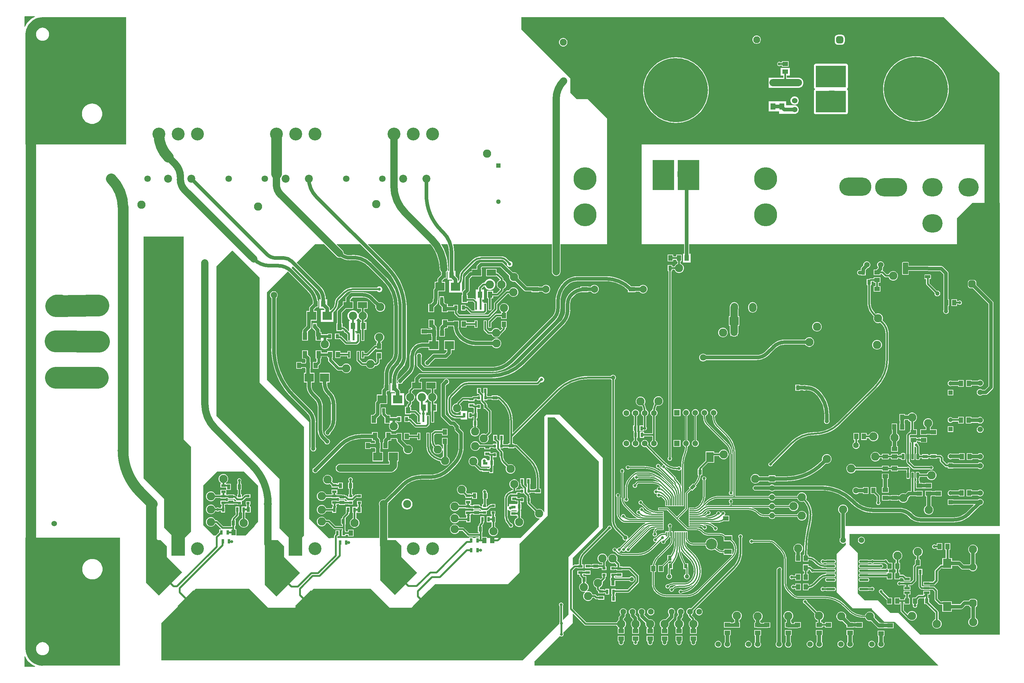
<source format=gbr>
%TF.GenerationSoftware,Altium Limited,Altium Designer,21.6.4 (81)*%
G04 Layer_Physical_Order=2*
G04 Layer_Color=16711680*
%FSLAX43Y43*%
%MOMM*%
%TF.SameCoordinates,76D5CAF9-2094-4FD7-9A7B-915B2AFADFAF*%
%TF.FilePolarity,Positive*%
%TF.FileFunction,Copper,L2,Bot,Signal*%
%TF.Part,Single*%
G01*
G75*
%TA.AperFunction,Conductor*%
%ADD10C,0.500*%
%ADD11C,3.000*%
%ADD12C,1.000*%
%ADD13C,0.400*%
%ADD15C,2.000*%
%TA.AperFunction,NonConductor*%
%ADD16C,7.620*%
%TA.AperFunction,SMDPad,CuDef*%
%ADD22R,1.350X0.950*%
%ADD26R,1.300X1.800*%
%TA.AperFunction,Conductor*%
%ADD28C,0.800*%
%ADD29C,0.300*%
%ADD30C,0.600*%
%ADD34R,5.969X8.382*%
%ADD35R,8.382X5.969*%
%TA.AperFunction,ComponentPad*%
%ADD37C,6.604*%
%ADD38C,1.524*%
%ADD39C,2.000*%
%ADD40C,3.556*%
%ADD41C,1.950*%
G04:AMPARAMS|DCode=42|XSize=1.95mm|YSize=1.95mm|CornerRadius=0.488mm|HoleSize=0mm|Usage=FLASHONLY|Rotation=90.000|XOffset=0mm|YOffset=0mm|HoleType=Round|Shape=RoundedRectangle|*
%AMROUNDEDRECTD42*
21,1,1.950,0.975,0,0,90.0*
21,1,0.975,1.950,0,0,90.0*
1,1,0.975,0.488,0.488*
1,1,0.975,0.488,-0.488*
1,1,0.975,-0.488,-0.488*
1,1,0.975,-0.488,0.488*
%
%ADD42ROUNDEDRECTD42*%
%ADD43C,2.286*%
%ADD44C,1.600*%
G04:AMPARAMS|DCode=45|XSize=1.6mm|YSize=1.6mm|CornerRadius=0.4mm|HoleSize=0mm|Usage=FLASHONLY|Rotation=180.000|XOffset=0mm|YOffset=0mm|HoleType=Round|Shape=RoundedRectangle|*
%AMROUNDEDRECTD45*
21,1,1.600,0.800,0,0,180.0*
21,1,0.800,1.600,0,0,180.0*
1,1,0.800,-0.400,0.400*
1,1,0.800,0.400,0.400*
1,1,0.800,0.400,-0.400*
1,1,0.800,-0.400,-0.400*
%
%ADD45ROUNDEDRECTD45*%
%ADD46C,1.550*%
%ADD47R,1.550X1.550*%
%ADD48R,1.500X1.500*%
%ADD49C,1.500*%
%ADD50R,1.550X1.550*%
%ADD51R,1.600X1.600*%
G04:AMPARAMS|DCode=52|XSize=1.95mm|YSize=1.95mm|CornerRadius=0.488mm|HoleSize=0mm|Usage=FLASHONLY|Rotation=180.000|XOffset=0mm|YOffset=0mm|HoleType=Round|Shape=RoundedRectangle|*
%AMROUNDEDRECTD52*
21,1,1.950,0.975,0,0,180.0*
21,1,0.975,1.950,0,0,180.0*
1,1,0.975,-0.488,0.488*
1,1,0.975,0.488,0.488*
1,1,0.975,0.488,-0.488*
1,1,0.975,-0.488,-0.488*
%
%ADD52ROUNDEDRECTD52*%
%ADD53O,4.826X6.350*%
%ADD54C,6.350*%
%ADD55O,6.350X4.826*%
%ADD56C,1.300*%
%ADD57R,1.300X1.300*%
%ADD58C,1.200*%
%ADD59R,1.200X1.200*%
%ADD60R,1.500X1.500*%
%ADD61C,2.200*%
%ADD62O,6.600X6.000*%
%ADD63O,5.588X5.080*%
%ADD65C,3.048*%
%ADD66C,1.800*%
%ADD67O,8.890X5.080*%
%TA.AperFunction,ViaPad*%
%ADD68C,1.270*%
%ADD69C,1.000*%
%ADD70C,0.800*%
%ADD71C,1.200*%
%ADD72C,1.800*%
%TA.AperFunction,Conductor*%
%ADD73C,1.000*%
%ADD74C,0.300*%
%TA.AperFunction,SMDPad,CuDef*%
%ADD75R,2.500X2.300*%
%ADD76R,2.500X1.700*%
%ADD77R,0.508X1.670*%
%ADD78R,1.157X1.508*%
G04:AMPARAMS|DCode=79|XSize=2.75mm|YSize=6.2mm|CornerRadius=0mm|HoleSize=0mm|Usage=FLASHONLY|Rotation=135.000|XOffset=0mm|YOffset=0mm|HoleType=Round|Shape=Rectangle|*
%AMROTATEDRECTD79*
4,1,4,3.164,1.220,-1.220,-3.164,-3.164,-1.220,1.220,3.164,3.164,1.220,0.0*
%
%ADD79ROTATEDRECTD79*%

%ADD80R,0.958X1.262*%
%ADD81R,0.950X1.350*%
%ADD82R,1.508X1.157*%
%ADD83O,2.600X0.700*%
%ADD84R,1.450X1.800*%
%ADD85R,0.650X0.900*%
%ADD86R,0.757X1.308*%
%ADD87R,1.308X0.757*%
%ADD88R,0.800X1.250*%
%ADD89R,0.900X0.650*%
%ADD90R,2.000X2.800*%
G04:AMPARAMS|DCode=91|XSize=0.95mm|YSize=1.35mm|CornerRadius=0mm|HoleSize=0mm|Usage=FLASHONLY|Rotation=135.000|XOffset=0mm|YOffset=0mm|HoleType=Round|Shape=Rectangle|*
%AMROTATEDRECTD91*
4,1,4,0.813,0.141,-0.141,-0.813,-0.813,-0.141,0.141,0.813,0.813,0.141,0.0*
%
%ADD91ROTATEDRECTD91*%

%ADD92R,0.305X1.194*%
%ADD93R,1.194X0.305*%
%ADD94R,0.600X0.600*%
G04:AMPARAMS|DCode=95|XSize=0.9mm|YSize=1.45mm|CornerRadius=0.05mm|HoleSize=0mm|Usage=FLASHONLY|Rotation=90.000|XOffset=0mm|YOffset=0mm|HoleType=Round|Shape=RoundedRectangle|*
%AMROUNDEDRECTD95*
21,1,0.900,1.351,0,0,90.0*
21,1,0.801,1.450,0,0,90.0*
1,1,0.099,0.676,0.401*
1,1,0.099,0.676,-0.401*
1,1,0.099,-0.676,-0.401*
1,1,0.099,-0.676,0.401*
%
%ADD95ROUNDEDRECTD95*%
G04:AMPARAMS|DCode=96|XSize=3.15mm|YSize=1.45mm|CornerRadius=0.051mm|HoleSize=0mm|Usage=FLASHONLY|Rotation=90.000|XOffset=0mm|YOffset=0mm|HoleType=Round|Shape=RoundedRectangle|*
%AMROUNDEDRECTD96*
21,1,3.150,1.349,0,0,90.0*
21,1,3.049,1.450,0,0,90.0*
1,1,0.102,0.674,1.524*
1,1,0.102,0.674,-1.524*
1,1,0.102,-0.674,-1.524*
1,1,0.102,-0.674,1.524*
%
%ADD96ROUNDEDRECTD96*%
%ADD97R,2.000X1.250*%
%ADD98R,1.800X1.300*%
%ADD99R,1.250X2.000*%
%ADD100R,0.900X1.200*%
%ADD101R,0.808X1.262*%
G04:AMPARAMS|DCode=102|XSize=0.8mm|YSize=1.6mm|CornerRadius=0.2mm|HoleSize=0mm|Usage=FLASHONLY|Rotation=0.000|XOffset=0mm|YOffset=0mm|HoleType=Round|Shape=RoundedRectangle|*
%AMROUNDEDRECTD102*
21,1,0.800,1.200,0,0,0.0*
21,1,0.400,1.600,0,0,0.0*
1,1,0.400,0.200,-0.600*
1,1,0.400,-0.200,-0.600*
1,1,0.400,-0.200,0.600*
1,1,0.400,0.200,0.600*
%
%ADD102ROUNDEDRECTD102*%
G04:AMPARAMS|DCode=103|XSize=0.6mm|YSize=1.6mm|CornerRadius=0.15mm|HoleSize=0mm|Usage=FLASHONLY|Rotation=0.000|XOffset=0mm|YOffset=0mm|HoleType=Round|Shape=RoundedRectangle|*
%AMROUNDEDRECTD103*
21,1,0.600,1.300,0,0,0.0*
21,1,0.300,1.600,0,0,0.0*
1,1,0.300,0.150,-0.650*
1,1,0.300,-0.150,-0.650*
1,1,0.300,-0.150,0.650*
1,1,0.300,0.150,0.650*
%
%ADD103ROUNDEDRECTD103*%
%ADD104R,1.525X0.650*%
%ADD105R,2.300X2.500*%
%TA.AperFunction,Conductor*%
%ADD106C,6.000*%
%ADD107R,2.990X141.550*%
%TA.AperFunction,ComponentPad*%
%ADD108O,2.032X2.540*%
G36*
X2943Y179873D02*
X2354Y179582D01*
X1779Y179198D01*
X1258Y178742D01*
X802Y178221D01*
X418Y177646D01*
X111Y177025D01*
X102Y176998D01*
X-23Y177018D01*
X-25Y179910D01*
X65Y180000D01*
X2914Y180000D01*
X2943Y179873D01*
D02*
G37*
G36*
X5000Y179714D02*
X28088Y179714D01*
Y144512D01*
X28083Y144500D01*
X285D01*
X285Y174873D01*
X285Y175000D01*
X285Y175000D01*
X291Y175125D01*
X323Y175616D01*
X443Y176221D01*
X642Y176805D01*
X915Y177359D01*
X1257Y177872D01*
X1664Y178336D01*
X2128Y178743D01*
X2641Y179085D01*
X3195Y179358D01*
X3779Y179557D01*
X4384Y179677D01*
X4989Y179717D01*
X5000Y179714D01*
D02*
G37*
G36*
X117248Y116188D02*
X117382Y115399D01*
X117425Y114625D01*
X117422Y114600D01*
Y109585D01*
X117180D01*
X117095Y109712D01*
X117126Y109787D01*
X117167Y110095D01*
X117169D01*
X117169Y110096D01*
X117163Y110221D01*
X117120Y111216D01*
X116974Y112327D01*
X116731Y113421D01*
X116394Y114490D01*
X115965Y115525D01*
X115448Y116519D01*
X115271Y116797D01*
X115332Y116908D01*
X117041D01*
X117248Y116188D01*
D02*
G37*
G36*
X269675Y164300D02*
Y128350D01*
X269715D01*
X269714Y38900D01*
X227175D01*
X227086Y38990D01*
Y42394D01*
X227212Y42467D01*
X227459Y42714D01*
X227633Y43015D01*
X227723Y43352D01*
Y43700D01*
X227633Y44037D01*
X227459Y44338D01*
X227212Y44585D01*
X226911Y44759D01*
X226574Y44849D01*
X226226D01*
X225889Y44759D01*
X225588Y44585D01*
X225341Y44338D01*
X225167Y44037D01*
X225077Y43700D01*
Y43352D01*
X225167Y43015D01*
X225341Y42714D01*
X225588Y42467D01*
X225714Y42394D01*
Y35675D01*
X225636Y35596D01*
X225510Y35379D01*
X225445Y35136D01*
Y34884D01*
X225510Y34641D01*
X225636Y34424D01*
X225814Y34246D01*
X226031Y34120D01*
X226274Y34055D01*
X226526D01*
X226769Y34120D01*
X226986Y34246D01*
X227048Y34307D01*
X227175Y34255D01*
Y33730D01*
X224635Y31190D01*
Y20602D01*
X229112Y16125D01*
X229112D01*
X229112Y16125D01*
X234325D01*
Y15889D01*
X237759Y12454D01*
X240659D01*
X252711Y403D01*
X252662Y285D01*
X141017Y285D01*
Y1333D01*
X140975Y1375D01*
X148127Y8527D01*
X148171Y8483D01*
X148385Y8395D01*
X148615D01*
X148829Y8483D01*
X148992Y8646D01*
X149080Y8860D01*
Y9090D01*
X148992Y9304D01*
X148948Y9348D01*
X151650Y12050D01*
Y14621D01*
X151767Y14670D01*
X154926Y11511D01*
X155068Y11416D01*
X155236Y11383D01*
X163769D01*
X163789Y11311D01*
X163963Y11009D01*
X164189Y10782D01*
X164171Y10701D01*
X164143Y10655D01*
X164087D01*
Y9139D01*
X165955D01*
Y10655D01*
X165899D01*
X165871Y10701D01*
X165854Y10782D01*
X166080Y11009D01*
X166254Y11311D01*
X166344Y11647D01*
Y11995D01*
X166254Y12332D01*
X166080Y12634D01*
X165834Y12880D01*
X165726Y12942D01*
Y13257D01*
X166004Y13536D01*
X166113Y13678D01*
X166182Y13843D01*
X166205Y14020D01*
Y14419D01*
X166381Y14594D01*
X166510Y14818D01*
X166576Y15067D01*
Y15325D01*
X166510Y15575D01*
X166381Y15798D01*
X166198Y15980D01*
X165975Y16109D01*
X165725Y16176D01*
X165467D01*
X165218Y16109D01*
X164995Y15980D01*
X164812Y15798D01*
X164683Y15575D01*
X164616Y15325D01*
Y15067D01*
X164683Y14818D01*
X164812Y14594D01*
X164834Y14573D01*
Y14305D01*
X164555Y14026D01*
X164446Y13884D01*
X164377Y13718D01*
X164354Y13541D01*
Y12963D01*
X164209Y12880D01*
X163963Y12634D01*
X163789Y12332D01*
X163769Y12260D01*
X155418D01*
X151650Y16027D01*
Y26655D01*
X152345Y27350D01*
X152916D01*
Y27230D01*
X154584D01*
Y28347D01*
X154188D01*
Y28792D01*
X154188Y28792D01*
Y28999D01*
X154185Y29016D01*
X154219Y29451D01*
X154325Y29892D01*
X154498Y30310D01*
X154735Y30696D01*
X155019Y31028D01*
X155033Y31038D01*
X155179Y31184D01*
X161815Y37820D01*
X161890D01*
X162104Y37908D01*
X162267Y38071D01*
X162355Y38285D01*
Y38515D01*
X162267Y38729D01*
X162104Y38892D01*
X161890Y38980D01*
X161660D01*
X161446Y38892D01*
X161283Y38729D01*
X161195Y38515D01*
Y38440D01*
X154559Y31804D01*
X154559Y31804D01*
X154502Y31747D01*
X154410Y31660D01*
X154410Y31660D01*
X154329Y31565D01*
X154027Y31211D01*
X153718Y30708D01*
X153493Y30162D01*
X153355Y29588D01*
X153308Y28999D01*
X153312D01*
X153312Y28999D01*
Y28792D01*
X153312Y28792D01*
Y28347D01*
X152916D01*
Y28227D01*
X152163D01*
X151996Y28194D01*
X151853Y28098D01*
X151767Y28012D01*
X151650Y28061D01*
Y30110D01*
X159925Y38385D01*
Y57800D01*
X148000Y69725D01*
X144275D01*
X143741Y69191D01*
Y42789D01*
X143614Y42772D01*
X143582Y42890D01*
X143408Y43192D01*
X143161Y43438D01*
X142860Y43613D01*
X142523Y43703D01*
X142175D01*
X141838Y43613D01*
X141774Y43575D01*
X139906Y45443D01*
X139931Y45570D01*
X139955D01*
Y46830D01*
X139813D01*
Y47292D01*
X139780Y47460D01*
X139685Y47602D01*
X139434Y47853D01*
X139483Y47970D01*
X139955D01*
Y48187D01*
X141120D01*
Y47995D01*
X142830D01*
Y49305D01*
X142413D01*
Y52003D01*
X142417D01*
X142368Y52883D01*
X142220Y53752D01*
X141976Y54599D01*
X141639Y55413D01*
X141213Y56184D01*
X140703Y56903D01*
X140197Y57469D01*
X140116Y57560D01*
X140113Y57562D01*
X140021Y57649D01*
X136260Y61410D01*
X136118Y61505D01*
X135950Y61538D01*
X135505D01*
Y61755D01*
X135088D01*
Y63518D01*
X145326Y73756D01*
X145326Y73756D01*
X147632Y76062D01*
X147649Y76087D01*
X148397Y76773D01*
X149224Y77408D01*
X150104Y77968D01*
X151028Y78449D01*
X151991Y78848D01*
X152986Y79161D01*
X154003Y79387D01*
X155037Y79523D01*
X156049Y79567D01*
X156078Y79562D01*
X162152D01*
X162176Y79521D01*
X162321Y79376D01*
X162362Y79352D01*
Y40785D01*
X162361Y40658D01*
X162361Y40657D01*
X162369Y40534D01*
X162397Y40109D01*
X162504Y39571D01*
X162681Y39051D01*
X162923Y38558D01*
X163229Y38101D01*
X163511Y37780D01*
X163591Y37689D01*
X163593Y37687D01*
X163683Y37597D01*
X165432Y35848D01*
X165420Y35803D01*
Y35597D01*
X165473Y35399D01*
X165576Y35221D01*
X165721Y35076D01*
X165899Y34973D01*
X166097Y34920D01*
X166303D01*
X166406Y34948D01*
X166472Y34834D01*
X164604Y32967D01*
X164385D01*
X164172Y32878D01*
X164009Y32715D01*
X163941Y32553D01*
X163804D01*
X163742Y32704D01*
X163579Y32867D01*
X163365Y32955D01*
X163135D01*
X162921Y32867D01*
X162758Y32704D01*
X162670Y32490D01*
Y32260D01*
X162758Y32046D01*
X162921Y31883D01*
X163135Y31795D01*
X163354D01*
X163678Y31471D01*
X163764Y31379D01*
X163766Y31377D01*
X163859Y31301D01*
X164102Y31101D01*
X164486Y30896D01*
X164902Y30770D01*
X165214Y30739D01*
X165335Y30727D01*
X165338Y30727D01*
X165463Y30731D01*
X169433D01*
X169558Y30726D01*
X169559Y30726D01*
X169682Y30734D01*
X170309Y30775D01*
X171046Y30921D01*
X171758Y31163D01*
X172432Y31495D01*
X173057Y31913D01*
X173529Y32326D01*
X173623Y32409D01*
X173624Y32410D01*
X173708Y32502D01*
X176088Y34882D01*
X176195Y34810D01*
X176142Y34681D01*
Y34450D01*
X176230Y34237D01*
X176393Y34074D01*
X176607Y33986D01*
X176837D01*
X177050Y34074D01*
X177214Y34237D01*
X177302Y34450D01*
Y34670D01*
X178261Y35628D01*
X178261Y35629D01*
X178333Y35738D01*
X178359Y35866D01*
X178479Y35898D01*
X178698D01*
X178710Y34931D01*
X178713Y34916D01*
X178668Y34574D01*
X178529Y34237D01*
X178381Y34044D01*
X178302Y33950D01*
X178301Y33950D01*
X178301Y33950D01*
X178212Y33861D01*
X175006Y30655D01*
X175006Y30655D01*
X175006Y30655D01*
X175003Y30658D01*
X174578Y30173D01*
X174220Y29637D01*
X173934Y29058D01*
X173727Y28446D01*
X173658Y28103D01*
X173141D01*
Y26235D01*
X173563D01*
Y22924D01*
X173560Y22798D01*
X173560Y22797D01*
X173570Y22675D01*
X173596Y22339D01*
X173703Y21893D01*
X173879Y21469D01*
X174119Y21078D01*
X174337Y20822D01*
X174417Y20729D01*
X174418Y20728D01*
X174509Y20640D01*
X174531Y20619D01*
X174618Y20528D01*
X174620Y20526D01*
X174711Y20446D01*
X175028Y20168D01*
X175479Y19867D01*
X175965Y19627D01*
X176479Y19452D01*
X177011Y19347D01*
X177430Y19319D01*
X177553Y19311D01*
X177555Y19311D01*
X177681Y19314D01*
X183030D01*
X183156Y19309D01*
Y19309D01*
X183797Y19352D01*
X184427Y19477D01*
X185036Y19684D01*
X185613Y19968D01*
X186147Y20325D01*
X186537Y20667D01*
X186630Y20749D01*
X186631Y20750D01*
X186717Y20841D01*
X195907Y30032D01*
X195999Y30117D01*
X196000Y30119D01*
X196079Y30211D01*
X196348Y30526D01*
X196629Y30984D01*
X196834Y31479D01*
X196959Y32000D01*
X197001Y32535D01*
X196959Y33070D01*
X196834Y33591D01*
X196629Y34087D01*
X196348Y34544D01*
X196000Y34951D01*
X195736Y35177D01*
Y36352D01*
X193830D01*
X193671Y36488D01*
X193303Y36714D01*
X192904Y36879D01*
X192484Y36980D01*
X192054Y37013D01*
Y37011D01*
X188940D01*
X188940Y37011D01*
X188939Y37011D01*
X188938Y37011D01*
X188922Y37008D01*
X188587Y37052D01*
X188259Y37188D01*
X188075Y37330D01*
X187980Y37409D01*
X187980Y37409D01*
X187980Y37409D01*
X187980Y37409D01*
X187891Y37499D01*
X187719Y37671D01*
X187635Y37763D01*
X187633Y37764D01*
X187540Y37841D01*
X187244Y38084D01*
X186799Y38322D01*
X186317Y38468D01*
X185815Y38517D01*
Y38511D01*
X183492D01*
X180915Y41089D01*
X183263Y43437D01*
X183263Y43437D01*
X183336Y43546D01*
X183361Y43675D01*
X183361Y43675D01*
Y45175D01*
Y47818D01*
X184432Y48888D01*
X184657Y48663D01*
X185866Y49872D01*
X185640Y50098D01*
X186040Y50555D01*
X186436Y51148D01*
X186752Y51788D01*
X186981Y52463D01*
X187092Y53019D01*
X187480D01*
Y54729D01*
X187480D01*
X187434Y54839D01*
X189015Y56420D01*
X190755D01*
Y58312D01*
X192123D01*
X192142Y58239D01*
X192316Y57938D01*
X192563Y57691D01*
X192864Y57517D01*
X193201Y57427D01*
X193549D01*
X193886Y57517D01*
X194187Y57691D01*
X194434Y57938D01*
X194608Y58239D01*
X194698Y58576D01*
Y58924D01*
X194608Y59261D01*
X194434Y59562D01*
X194187Y59809D01*
X193886Y59983D01*
X193549Y60073D01*
X193201D01*
X192864Y59983D01*
X192563Y59809D01*
X192316Y59562D01*
X192142Y59261D01*
X192123Y59188D01*
X190755D01*
Y59580D01*
X188395D01*
Y57040D01*
X186515Y55160D01*
X186420Y55018D01*
X186387Y54850D01*
Y54729D01*
X186170D01*
Y53019D01*
X186306D01*
X186386Y52921D01*
X186330Y52637D01*
X186129Y52046D01*
X185852Y51485D01*
X185505Y50966D01*
X185224Y50645D01*
X185097Y50641D01*
X184940Y50798D01*
X183730Y49589D01*
X183956Y49364D01*
X182787Y48195D01*
X182714Y48086D01*
X182689Y47957D01*
X182689Y47957D01*
Y45175D01*
Y43814D01*
X180439Y41565D01*
X178093Y43911D01*
X177984Y43983D01*
X177856Y44009D01*
X177856Y44009D01*
X176037D01*
X176025Y44011D01*
X176005Y44007D01*
X175248D01*
Y43343D01*
X175995D01*
X176027Y43336D01*
X177716D01*
X180201Y40851D01*
X180201Y40851D01*
X183115Y37937D01*
X183115Y37937D01*
X183224Y37864D01*
X183353Y37839D01*
X185815D01*
X185825Y37840D01*
X186185Y37805D01*
X186541Y37697D01*
X186868Y37522D01*
X187149Y37292D01*
X187154Y37283D01*
X187154Y37283D01*
X187415Y37023D01*
X187502Y36931D01*
X187503Y36930D01*
X187598Y36852D01*
X187811Y36677D01*
X188162Y36490D01*
X188543Y36374D01*
X188813Y36348D01*
X188816Y36347D01*
X188832Y36346D01*
X188939Y36335D01*
X188939Y36335D01*
Y36335D01*
X189061Y36339D01*
X192054D01*
X192067Y36341D01*
X192460Y36302D01*
X192850Y36184D01*
X193209Y35992D01*
X193376Y35855D01*
Y34742D01*
X195209D01*
X195523Y34474D01*
X195803Y34147D01*
X196027Y33780D01*
X196192Y33383D01*
X196293Y32964D01*
X196326Y32535D01*
X196293Y32106D01*
X196192Y31688D01*
X196027Y31290D01*
X195863Y31021D01*
X195736Y31057D01*
X195736Y31102D01*
Y32602D01*
X193376D01*
Y32166D01*
X193262Y32134D01*
X193261Y32134D01*
X193244Y32130D01*
X192797Y32174D01*
X192350Y32310D01*
X191938Y32530D01*
X191672Y32748D01*
X191579Y32831D01*
X191579Y32832D01*
X191579Y32832D01*
X191419Y32992D01*
X191510Y33128D01*
X191639Y33438D01*
X191704Y33767D01*
Y34103D01*
X191639Y34432D01*
X191510Y34742D01*
X191324Y35021D01*
X191086Y35259D01*
X190807Y35445D01*
X190497Y35574D01*
X190168Y35639D01*
X189832D01*
X189503Y35574D01*
X189193Y35445D01*
X188914Y35259D01*
X188676Y35021D01*
X188490Y34742D01*
X188361Y34432D01*
X188330Y34271D01*
X184987D01*
X184987Y34271D01*
X184987Y34271D01*
X184985Y34271D01*
X184980Y34270D01*
X184664Y34301D01*
X184356Y34395D01*
X184071Y34547D01*
X183917Y34674D01*
X183823Y34753D01*
X183823Y34753D01*
X183823Y34753D01*
X183822Y34754D01*
X183822Y34754D01*
X183821Y34755D01*
X183818Y34757D01*
X183625Y34992D01*
X183480Y35263D01*
X183390Y35558D01*
X183361Y35860D01*
X183361Y35865D01*
X183361Y35866D01*
X183361Y35867D01*
X183361Y35867D01*
Y36675D01*
X183357Y36695D01*
Y37452D01*
X179693D01*
Y36695D01*
X179689Y36674D01*
X179690Y36227D01*
X179690Y34576D01*
X179689Y34011D01*
X179689Y33884D01*
Y33884D01*
X179685Y33758D01*
X179649Y33204D01*
X179516Y32536D01*
X179297Y31891D01*
X178996Y31280D01*
X178729Y30880D01*
X177805D01*
Y29733D01*
X177799Y29700D01*
X177799Y29700D01*
Y29568D01*
X176333Y28103D01*
X175293D01*
Y26235D01*
X176809D01*
Y27627D01*
X178352Y29170D01*
X178908D01*
X178966Y29057D01*
X178885Y28942D01*
X178588Y28611D01*
X177989D01*
Y27364D01*
X177974Y27287D01*
X177974Y27287D01*
Y25706D01*
X177831Y25624D01*
X177686Y25479D01*
X177583Y25301D01*
X177530Y25103D01*
Y24897D01*
X177583Y24699D01*
X177686Y24521D01*
X177831Y24376D01*
X178009Y24273D01*
X178207Y24220D01*
X178413D01*
X178611Y24273D01*
X178789Y24376D01*
X178934Y24521D01*
X179037Y24699D01*
X179090Y24897D01*
Y25103D01*
X179037Y25301D01*
X178934Y25479D01*
X178789Y25624D01*
X178646Y25706D01*
Y26989D01*
X179307D01*
Y28405D01*
X179411Y28522D01*
X179845Y29134D01*
X180208Y29790D01*
X180494Y30482D01*
X180702Y31202D01*
X180779Y31656D01*
X180909Y31661D01*
X181089Y30942D01*
X181353Y30203D01*
X181394Y30087D01*
X181394Y30087D01*
X181402Y30065D01*
X181403Y30062D01*
X181444Y29971D01*
X182033Y28671D01*
X182218Y28325D01*
Y26989D01*
X182854D01*
Y25706D01*
X182711Y25624D01*
X182566Y25479D01*
X182463Y25301D01*
X182410Y25103D01*
Y24897D01*
X182463Y24699D01*
X182566Y24521D01*
X182711Y24376D01*
X182889Y24273D01*
X183087Y24220D01*
X183293D01*
X183491Y24273D01*
X183669Y24376D01*
X183814Y24521D01*
X183917Y24699D01*
X183970Y24897D01*
Y25103D01*
X183917Y25301D01*
X183814Y25479D01*
X183669Y25624D01*
X183526Y25706D01*
Y26989D01*
X183536D01*
Y28611D01*
X182828D01*
X182637Y28969D01*
X182066Y30228D01*
X182020Y30345D01*
X182020Y30346D01*
X182012Y30358D01*
X181733Y31137D01*
X181533Y31938D01*
X181651Y31987D01*
X181840Y31680D01*
X182109Y31364D01*
X182189Y31270D01*
X182191Y31269D01*
X182282Y31183D01*
X183816Y29650D01*
X183819Y29646D01*
X183820Y29646D01*
X183904Y29554D01*
X184205Y29211D01*
X184530Y28725D01*
X184788Y28202D01*
X184976Y27649D01*
X185090Y27076D01*
X185127Y26506D01*
X185125Y26493D01*
X185128Y26475D01*
X185084Y25912D01*
X184948Y25345D01*
X184725Y24806D01*
X184420Y24309D01*
X184055Y23881D01*
X184039Y23871D01*
X184031Y23859D01*
X183712Y23597D01*
X183336Y23396D01*
X182928Y23272D01*
X182516Y23232D01*
X182502Y23234D01*
X182500Y23234D01*
X182500Y23234D01*
X182500Y23234D01*
X179390D01*
Y23240D01*
X178908Y23192D01*
X178445Y23052D01*
X178044Y22837D01*
X178001Y22855D01*
X177770D01*
X177557Y22767D01*
X177394Y22604D01*
X177306Y22390D01*
Y22160D01*
X177394Y21946D01*
X177557Y21783D01*
X177770Y21695D01*
X178001D01*
X178214Y21783D01*
X178377Y21946D01*
X178466Y22160D01*
Y22300D01*
X178704Y22427D01*
X179040Y22530D01*
X179382Y22563D01*
X179390Y22562D01*
X180078D01*
X180103Y22435D01*
X179620Y22234D01*
X179152Y21948D01*
X179118Y21919D01*
X179090Y21930D01*
X178860D01*
X178646Y21842D01*
X178483Y21679D01*
X178395Y21465D01*
Y21235D01*
X178483Y21021D01*
X178646Y20858D01*
X178860Y20770D01*
X179090D01*
X179304Y20858D01*
X179467Y21021D01*
X179555Y21235D01*
Y21406D01*
X179926Y21633D01*
X180335Y21803D01*
X180766Y21906D01*
X181199Y21940D01*
X181208Y21939D01*
X182523D01*
X182648Y21934D01*
X182649Y21934D01*
X182771Y21944D01*
X183212Y21978D01*
X183762Y22110D01*
X184285Y22327D01*
X184660Y22557D01*
X184736Y22454D01*
X184315Y22085D01*
X183798Y21740D01*
X183240Y21465D01*
X182652Y21265D01*
X182042Y21144D01*
X181945Y21137D01*
X181820Y21263D01*
X181607Y21351D01*
X181376D01*
X181163Y21263D01*
X181000Y21099D01*
X180911Y20886D01*
Y20656D01*
X181000Y20442D01*
X181163Y20279D01*
X181376Y20191D01*
X181607D01*
X181820Y20279D01*
X181983Y20442D01*
X181993Y20466D01*
X182130Y20475D01*
X182826Y20614D01*
X183498Y20842D01*
X184135Y21156D01*
X184725Y21550D01*
X185259Y22018D01*
X185430Y22214D01*
X185521Y22302D01*
X185535Y22315D01*
X185607Y22396D01*
X186029Y22878D01*
X186446Y23501D01*
X186777Y24173D01*
X187018Y24883D01*
X187164Y25618D01*
X187213Y26364D01*
X187213D01*
X187212Y26365D01*
X187205Y26490D01*
X187168Y27149D01*
X187037Y27923D01*
X186819Y28678D01*
X186519Y29403D01*
X186139Y30090D01*
X185685Y30730D01*
X185243Y31225D01*
X185161Y31316D01*
X185159Y31318D01*
X185067Y31404D01*
X183597Y32874D01*
X183507Y32964D01*
X183507Y32964D01*
X183425Y33057D01*
X183229Y33296D01*
X183025Y33677D01*
X182899Y34091D01*
X182859Y34507D01*
X182861Y34522D01*
Y34732D01*
X182985Y34763D01*
X183063Y34616D01*
X183264Y34371D01*
X183343Y34275D01*
X183343Y34275D01*
X183344Y34274D01*
X183344Y34274D01*
X183440Y34195D01*
X183695Y33985D01*
X184097Y33771D01*
X184532Y33638D01*
X184862Y33606D01*
X184985Y33594D01*
X184986Y33594D01*
X185111Y33599D01*
X188330D01*
X188361Y33438D01*
X188490Y33128D01*
X188676Y32849D01*
X188914Y32611D01*
X189193Y32425D01*
X189503Y32296D01*
X189832Y32231D01*
X190168D01*
X190497Y32296D01*
X190807Y32425D01*
X190943Y32516D01*
X191014Y32445D01*
X191101Y32354D01*
X191103Y32352D01*
X191195Y32273D01*
X191467Y32041D01*
X191876Y31791D01*
X192318Y31607D01*
X192784Y31496D01*
X193262Y31458D01*
Y31458D01*
X193337Y31438D01*
X193376Y31425D01*
Y30992D01*
X195629D01*
X195695Y30992D01*
X195763Y30877D01*
X195603Y30689D01*
X195520Y30596D01*
X195520Y30596D01*
X195520Y30596D01*
X195431Y30506D01*
X186153Y21228D01*
X186146Y21219D01*
X185737Y20860D01*
X185275Y20552D01*
X184778Y20306D01*
X184253Y20128D01*
X183709Y20020D01*
X183167Y19984D01*
X183156Y19986D01*
X183155Y19986D01*
X183155Y19986D01*
X183155Y19986D01*
X177555D01*
X177538Y19983D01*
X177009Y20025D01*
X176478Y20152D01*
X175974Y20361D01*
X175509Y20646D01*
X175188Y20920D01*
X175096Y21005D01*
X175096Y21005D01*
X175096Y21005D01*
X174896Y21205D01*
X174896Y21205D01*
X174895Y21206D01*
X174895Y21206D01*
X174895Y21206D01*
X174894Y21207D01*
X174881Y21215D01*
X174611Y21545D01*
X174403Y21934D01*
X174274Y22357D01*
X174233Y22781D01*
X174236Y22797D01*
X174236Y22798D01*
X174236Y22798D01*
X174236Y22799D01*
Y26235D01*
X174657D01*
Y28103D01*
X174444D01*
X174364Y28201D01*
X174378Y28272D01*
X174557Y28800D01*
X174804Y29299D01*
X175113Y29763D01*
X175473Y30173D01*
X175482Y30179D01*
X178688Y33385D01*
X178779Y33472D01*
X178781Y33473D01*
X178858Y33566D01*
X179038Y33786D01*
X179229Y34144D01*
X179347Y34532D01*
X179386Y34933D01*
X179386D01*
X179382Y35058D01*
X179365Y36354D01*
X179364Y36362D01*
X179361Y36677D01*
X179357Y36697D01*
Y37452D01*
X178861D01*
Y38539D01*
X179017Y38694D01*
X179105Y38907D01*
Y39138D01*
X179017Y39351D01*
X178854Y39514D01*
X178640Y39603D01*
X178410D01*
X178196Y39514D01*
X178033Y39351D01*
X177945Y39138D01*
Y38907D01*
X178033Y38694D01*
X178189Y38539D01*
Y37452D01*
X177193D01*
Y37011D01*
X176811D01*
Y37016D01*
X176383Y36973D01*
X175972Y36849D01*
X175593Y36646D01*
X175355Y36451D01*
X175260Y36373D01*
X175259Y36372D01*
X175173Y36280D01*
X174589Y35696D01*
X174370D01*
X174157Y35608D01*
X173993Y35445D01*
X173905Y35232D01*
Y35001D01*
X173993Y34788D01*
X174157Y34625D01*
X174370Y34536D01*
X174600D01*
X174618Y34544D01*
X174690Y34436D01*
X173144Y32890D01*
X173133Y32875D01*
X172647Y32448D01*
X172095Y32079D01*
X171500Y31786D01*
X170872Y31573D01*
X170221Y31443D01*
X169576Y31401D01*
X169558Y31404D01*
X165337D01*
X165333Y31403D01*
X165034Y31433D01*
X164745Y31521D01*
X164478Y31663D01*
X164458Y31680D01*
X164503Y31807D01*
X164616D01*
X164829Y31895D01*
X164992Y32058D01*
X165041Y32178D01*
X165179D01*
X165233Y32046D01*
X165396Y31883D01*
X165610Y31795D01*
X165840D01*
X166054Y31883D01*
X166217Y32046D01*
X166269Y32172D01*
X166406D01*
X166458Y32046D01*
X166621Y31883D01*
X166835Y31795D01*
X167065D01*
X167279Y31883D01*
X167442Y32046D01*
X167530Y32260D01*
Y32405D01*
X171683Y36558D01*
X172913Y37753D01*
X172915Y37756D01*
X173195Y37986D01*
X173542Y38171D01*
X173919Y38286D01*
X174190Y38312D01*
X174307Y38321D01*
X174325Y38290D01*
X174355Y38201D01*
X174300Y38158D01*
X174300Y38158D01*
X174300Y38158D01*
X174300Y38156D01*
X174131Y37935D01*
X174024Y37678D01*
X174004Y37523D01*
X173988Y37402D01*
X173988Y37401D01*
X173990Y37274D01*
Y37166D01*
X173985Y37164D01*
X173822Y37001D01*
X173734Y36788D01*
Y36557D01*
X173822Y36344D01*
X173985Y36181D01*
X174198Y36093D01*
X174429D01*
X174642Y36181D01*
X174805Y36344D01*
X174894Y36557D01*
Y36788D01*
X174805Y37001D01*
X174663Y37143D01*
Y37400D01*
X174663Y37401D01*
X174663Y37401D01*
X174663Y37402D01*
X174663Y37405D01*
X174692Y37552D01*
X174775Y37677D01*
X174779Y37679D01*
X174785Y37689D01*
X174953Y37801D01*
X175044Y37819D01*
X175163Y37839D01*
X175163Y37839D01*
X175163Y37839D01*
X175164Y37839D01*
X175165Y37839D01*
X175165Y37839D01*
X175290Y37839D01*
X176025D01*
X176045Y37843D01*
X176802D01*
Y38843D01*
Y39843D01*
Y40843D01*
Y41843D01*
Y43007D01*
X176045D01*
X176025Y43011D01*
X175108D01*
X175097Y43009D01*
X174547Y43045D01*
X173997Y43155D01*
X173467Y43335D01*
X172964Y43583D01*
X172645Y43796D01*
X172645Y43796D01*
X172645Y43796D01*
X172639Y43795D01*
X172333Y44055D01*
X172242Y44144D01*
X172240Y44145D01*
X172229Y44145D01*
X171005Y45369D01*
Y45540D01*
X170917Y45754D01*
X170754Y45917D01*
X170540Y46005D01*
X170310D01*
X170096Y45917D01*
X169933Y45754D01*
X169845Y45540D01*
Y45310D01*
X169933Y45096D01*
X170096Y44933D01*
X170310Y44845D01*
X170540D01*
X170566Y44856D01*
X171767Y43655D01*
X171771Y43652D01*
X171772Y43647D01*
X171799Y43626D01*
X171869Y43567D01*
X172126Y43348D01*
X172217Y43259D01*
X172313Y43208D01*
X172325Y43201D01*
X172382Y43162D01*
X172627Y42999D01*
X173209Y42712D01*
X173436Y42635D01*
X173411Y42509D01*
X173104Y42533D01*
X172557Y42665D01*
X172037Y42880D01*
X171558Y43174D01*
X171280Y43411D01*
Y43460D01*
X171288Y43500D01*
X171280Y43540D01*
Y43615D01*
X171192Y43829D01*
X171029Y43992D01*
X170815Y44080D01*
X170585D01*
X170371Y43992D01*
X170208Y43829D01*
X170120Y43615D01*
Y43385D01*
X170022Y43288D01*
X169922Y43330D01*
X169691D01*
X169478Y43242D01*
X169315Y43079D01*
X169226Y42865D01*
Y42635D01*
X169315Y42421D01*
X169478Y42258D01*
X169691Y42170D01*
X169826D01*
X169928Y42110D01*
X169930Y42108D01*
X170022Y42029D01*
X170244Y41840D01*
X170524Y41668D01*
X170484Y41544D01*
X170468Y41545D01*
X170009Y41656D01*
X169573Y41836D01*
X169170Y42083D01*
X168905Y42310D01*
X168812Y42393D01*
X168812Y42393D01*
X168812Y42393D01*
X168722Y42483D01*
X166648Y44557D01*
X166564Y44642D01*
X166568Y44646D01*
X166562Y44650D01*
X166475Y44740D01*
X166242Y45013D01*
X165987Y45429D01*
X165800Y45880D01*
X165686Y46355D01*
X165649Y46830D01*
X165651Y46842D01*
X165651Y46843D01*
X165651Y46843D01*
X165651Y46844D01*
Y53671D01*
X165806Y53826D01*
X165895Y54040D01*
Y54270D01*
X165806Y54484D01*
X165643Y54647D01*
X165430Y54735D01*
X165199D01*
X164986Y54647D01*
X164823Y54484D01*
X164735Y54270D01*
Y54040D01*
X164823Y53826D01*
X164978Y53671D01*
Y46844D01*
X164978Y46843D01*
X164973Y46843D01*
X165020Y46250D01*
X165158Y45672D01*
X165386Y45123D01*
X165696Y44616D01*
X166003Y44257D01*
X166082Y44165D01*
X166081Y44159D01*
X166081Y44159D01*
X166081Y44159D01*
X166095Y44159D01*
X168248Y42006D01*
X168333Y41914D01*
X168334Y41913D01*
X168426Y41834D01*
X168774Y41537D01*
X169267Y41235D01*
X169500Y41138D01*
X169475Y41011D01*
X167917D01*
X167907Y41009D01*
X167453Y41045D01*
X167000Y41154D01*
X166570Y41332D01*
X166173Y41575D01*
X166163Y41584D01*
Y41757D01*
X166075Y41971D01*
X165911Y42134D01*
X165698Y42222D01*
X165468D01*
X165254Y42134D01*
X165091Y41971D01*
X165003Y41757D01*
Y41527D01*
X165091Y41313D01*
X165086Y41309D01*
X164976Y41260D01*
X164975Y41260D01*
X164896Y41354D01*
X164760Y41519D01*
X164602Y41815D01*
X164504Y42136D01*
X164483Y42349D01*
X164473Y42472D01*
X164473Y42472D01*
X164473Y42599D01*
Y46968D01*
X164629Y47123D01*
X164717Y47336D01*
Y47567D01*
X164629Y47780D01*
X164466Y47943D01*
X164252Y48032D01*
X164022D01*
X163808Y47943D01*
X163645Y47780D01*
X163557Y47567D01*
Y47336D01*
X163645Y47123D01*
X163801Y46968D01*
Y42597D01*
X163796Y42472D01*
X163795Y42470D01*
X163807Y42350D01*
X163841Y42004D01*
X163977Y41556D01*
X164198Y41144D01*
X164417Y40876D01*
X164495Y40782D01*
X164497Y40780D01*
X164589Y40695D01*
X164807Y40476D01*
X164895Y40386D01*
X164897Y40383D01*
X164990Y40307D01*
X165180Y40151D01*
X165503Y39978D01*
X165854Y39872D01*
X166096Y39848D01*
X166218Y39836D01*
X166219Y39836D01*
X166346Y39839D01*
X171670D01*
X171711Y39790D01*
X171685Y39666D01*
X171306Y39479D01*
X170849Y39173D01*
X170484Y38853D01*
X170451Y38825D01*
X170447Y38827D01*
X170447Y38827D01*
X170447Y38827D01*
X170447Y38827D01*
X170393Y38766D01*
X170378Y38747D01*
X170292Y38660D01*
X170292Y38660D01*
X170209Y38571D01*
X167066Y35428D01*
X166952Y35494D01*
X166980Y35597D01*
Y35803D01*
X166927Y36001D01*
X166824Y36179D01*
X166679Y36324D01*
X166501Y36427D01*
X166303Y36480D01*
X166097D01*
X166052Y36468D01*
X164303Y38217D01*
X164213Y38307D01*
X164213Y38307D01*
X164213Y38307D01*
X164213Y38307D01*
X164127Y38399D01*
X163868Y38702D01*
X163595Y39147D01*
X163395Y39629D01*
X163273Y40137D01*
X163234Y40636D01*
X163238Y40657D01*
X163238Y40659D01*
X163238Y40659D01*
X163238Y40659D01*
Y79352D01*
X163279Y79376D01*
X163424Y79521D01*
X163527Y79699D01*
X163580Y79897D01*
Y80103D01*
X163527Y80301D01*
X163424Y80479D01*
X163279Y80624D01*
X163101Y80727D01*
X162903Y80780D01*
X162697D01*
X162499Y80727D01*
X162321Y80624D01*
X162176Y80479D01*
X162152Y80438D01*
X156078D01*
Y80442D01*
X154961Y80393D01*
X153852Y80247D01*
X152760Y80005D01*
X151693Y79669D01*
X150659Y79241D01*
X149667Y78724D01*
X148723Y78123D01*
X147836Y77442D01*
X147103Y76770D01*
X147011Y76686D01*
X147010Y76685D01*
X146923Y76593D01*
X144706Y74376D01*
X144706Y74376D01*
X135163Y64833D01*
X135046Y64882D01*
Y67880D01*
X135050Y68005D01*
X135050Y68006D01*
X135043Y68129D01*
X135000Y68897D01*
X134850Y69776D01*
X134603Y70633D01*
X134262Y71457D01*
X133831Y72238D01*
X133314Y72966D01*
X132802Y73539D01*
X132720Y73631D01*
X132718Y73633D01*
X132625Y73720D01*
X131585Y74760D01*
X131443Y74855D01*
X131275Y74888D01*
X130952D01*
Y75105D01*
X129242D01*
Y74863D01*
X128027D01*
Y75030D01*
X127923D01*
Y75491D01*
X128006D01*
Y77159D01*
X126890D01*
Y75655D01*
X126763Y75603D01*
X126254Y76111D01*
Y77159D01*
X125138D01*
Y75491D01*
X125634D01*
X125978Y75147D01*
X125929Y75030D01*
X125117D01*
Y74838D01*
X124222D01*
X124054Y74805D01*
X123912Y74710D01*
X123811Y74609D01*
X122763D01*
Y74563D01*
X121215D01*
X121048Y74530D01*
X120905Y74435D01*
X119652Y73181D01*
X119557Y73039D01*
X119523Y72871D01*
Y72862D01*
X119446D01*
X119109Y72772D01*
X118808Y72598D01*
X118561Y72351D01*
X118387Y72050D01*
X118297Y71713D01*
Y71365D01*
X118387Y71028D01*
X118561Y70727D01*
X118808Y70480D01*
X119109Y70306D01*
X119446Y70216D01*
X119794D01*
X120131Y70306D01*
X120432Y70480D01*
X120569Y70617D01*
X120696Y70565D01*
Y69645D01*
X119481D01*
X119355Y69645D01*
X119354Y69645D01*
X119231Y69654D01*
X119016Y69682D01*
X118703Y69812D01*
X118450Y70006D01*
X118437Y70025D01*
X118425Y70033D01*
X118224Y70278D01*
X118068Y70570D01*
X117972Y70886D01*
X117941Y71203D01*
X117944Y71218D01*
Y73715D01*
X117944Y73716D01*
X117944Y73716D01*
X117944Y73718D01*
X117940Y73738D01*
X117980Y74042D01*
X118105Y74345D01*
X118293Y74589D01*
X118311Y74601D01*
X120874Y77165D01*
X120884Y77179D01*
X121199Y77448D01*
X121565Y77672D01*
X121962Y77837D01*
X122379Y77937D01*
X122791Y77969D01*
X122808Y77966D01*
X141869D01*
X142044Y78001D01*
X142193Y78101D01*
X142770Y78677D01*
X142870Y78650D01*
X143080D01*
X143284Y78705D01*
X143466Y78810D01*
X143615Y78959D01*
X143720Y79141D01*
X143775Y79345D01*
Y79555D01*
X143720Y79759D01*
X143615Y79941D01*
X143466Y80090D01*
X143284Y80195D01*
X143080Y80250D01*
X142870D01*
X142666Y80195D01*
X142484Y80090D01*
X142335Y79941D01*
X142230Y79759D01*
X142175Y79555D01*
Y79380D01*
X141679Y78884D01*
X122808D01*
Y78886D01*
X122236Y78841D01*
X121679Y78707D01*
X121149Y78488D01*
X120661Y78189D01*
X120318Y77896D01*
X120225Y77816D01*
X120224Y77815D01*
X120136Y77724D01*
X117752Y75340D01*
X117661Y75252D01*
X117660Y75250D01*
X117583Y75157D01*
X117390Y74922D01*
X117190Y74547D01*
X117066Y74140D01*
X117025Y73717D01*
X117026Y73716D01*
X117026Y73715D01*
Y71344D01*
X117023Y71218D01*
X117022Y71215D01*
X117034Y71096D01*
X117073Y70707D01*
X117221Y70219D01*
X117461Y69768D01*
X117706Y69471D01*
X117707Y69469D01*
X117709Y69466D01*
X117785Y69374D01*
X117786Y69373D01*
X117786Y69373D01*
X117789Y69373D01*
X118124Y69098D01*
X118506Y68894D01*
X118921Y68768D01*
X119232Y68737D01*
X119352Y68725D01*
X119355Y68726D01*
X119482Y68727D01*
X120696D01*
Y68421D01*
X122453D01*
Y70729D01*
X120827D01*
X120753Y70856D01*
X120853Y71028D01*
X120943Y71365D01*
Y71713D01*
X120853Y72050D01*
X120679Y72351D01*
X120432Y72598D01*
X120440Y72729D01*
X121397Y73687D01*
X122763D01*
Y73493D01*
X124431D01*
Y73962D01*
X125117D01*
Y73770D01*
X126127D01*
X126134Y73646D01*
Y73550D01*
X126167Y73382D01*
X126262Y73240D01*
X127009Y72493D01*
Y72075D01*
X127017Y72033D01*
Y71370D01*
X127407D01*
X128241Y70536D01*
Y65014D01*
X127597Y64371D01*
X127533Y64408D01*
X127196Y64498D01*
X126848D01*
X126511Y64408D01*
X126210Y64234D01*
X125963Y63987D01*
X125789Y63686D01*
X125699Y63349D01*
Y63001D01*
X125789Y62664D01*
X125963Y62363D01*
X126210Y62116D01*
X126511Y61942D01*
X126848Y61852D01*
X127196D01*
X127533Y61942D01*
X127834Y62116D01*
X128081Y62363D01*
X128255Y62664D01*
X128345Y63001D01*
Y63349D01*
X128255Y63686D01*
X128217Y63751D01*
X128989Y64522D01*
X129084Y64665D01*
X129118Y64832D01*
Y70718D01*
X129084Y70886D01*
X128989Y71028D01*
X128027Y71990D01*
Y72630D01*
X127885D01*
Y72675D01*
X127852Y72843D01*
X127757Y72985D01*
X127099Y73643D01*
X127152Y73770D01*
X128027D01*
Y73987D01*
X129242D01*
Y73795D01*
X130952D01*
Y74012D01*
X131093D01*
X132005Y73100D01*
X132095Y73010D01*
X132095Y73010D01*
X132095Y73010D01*
X132095Y73010D01*
X132185Y72920D01*
X132631Y72421D01*
X133090Y71773D01*
X133475Y71078D01*
X133778Y70345D01*
X133998Y69582D01*
X134131Y68799D01*
X134169Y68132D01*
X134169Y68005D01*
X134169Y68005D01*
X134169Y68005D01*
X134169Y68005D01*
X134169Y68003D01*
Y63700D01*
X134202Y63532D01*
X134211Y63518D01*
Y61755D01*
X133795D01*
Y61513D01*
X132455D01*
Y61680D01*
X132389D01*
Y62466D01*
X132509D01*
Y64134D01*
X131393D01*
Y62582D01*
X131266Y62529D01*
X130764Y63031D01*
Y63072D01*
X130757Y63104D01*
Y64134D01*
X129641D01*
Y62466D01*
X130098D01*
X130117Y62438D01*
X130562Y61993D01*
Y61804D01*
X130555Y61680D01*
X130435Y61680D01*
X129545D01*
Y61488D01*
X125927D01*
X125908Y61561D01*
X125734Y61862D01*
X125487Y62109D01*
X125186Y62283D01*
X124849Y62373D01*
X124501D01*
X124164Y62283D01*
X123863Y62109D01*
X123616Y61862D01*
X123442Y61561D01*
X123352Y61224D01*
Y60876D01*
X123442Y60539D01*
X123616Y60238D01*
X123863Y59991D01*
X124164Y59817D01*
X124501Y59727D01*
X124849D01*
X125186Y59817D01*
X125487Y59991D01*
X125734Y60238D01*
X125908Y60539D01*
X125927Y60612D01*
X127191D01*
Y60143D01*
X128859D01*
Y60612D01*
X129545D01*
Y60420D01*
X130492Y60420D01*
X130562Y60325D01*
X130567Y60298D01*
X130595Y60158D01*
X130690Y60015D01*
X131445Y59260D01*
Y58020D01*
X131533D01*
X131549Y57816D01*
X131662Y57344D01*
X131848Y56895D01*
X132102Y56480D01*
X132339Y56203D01*
X132418Y56111D01*
X132420Y56109D01*
X132510Y56020D01*
X133230Y55300D01*
X133192Y55236D01*
X133102Y54899D01*
Y54551D01*
X133192Y54214D01*
X133366Y53913D01*
X133613Y53666D01*
X133914Y53492D01*
X134251Y53402D01*
X134599D01*
X134936Y53492D01*
X135237Y53666D01*
X135484Y53913D01*
X135658Y54214D01*
X135748Y54551D01*
Y54899D01*
X135658Y55236D01*
X135484Y55537D01*
X135237Y55784D01*
X134936Y55958D01*
X134599Y56048D01*
X134251D01*
X133914Y55958D01*
X133850Y55920D01*
X133130Y56640D01*
X133041Y56729D01*
X133040Y56730D01*
X133040Y56730D01*
X133040Y56730D01*
X132956Y56822D01*
X132757Y57064D01*
X132551Y57449D01*
X132425Y57867D01*
X132414Y57975D01*
X132455Y58020D01*
X132455D01*
Y59280D01*
X132388D01*
Y59375D01*
X132355Y59543D01*
X132260Y59685D01*
X131643Y60303D01*
X131691Y60420D01*
X132455D01*
Y60637D01*
X133795D01*
Y60445D01*
X135505D01*
Y60662D01*
X135768D01*
X139401Y57029D01*
X139490Y56940D01*
X139490Y56940D01*
X139490Y56939D01*
X139491Y56939D01*
X139580Y56849D01*
X140019Y56358D01*
X140473Y55719D01*
X140852Y55034D01*
X141151Y54310D01*
X141368Y53557D01*
X141499Y52785D01*
X141542Y52029D01*
X141537Y52003D01*
Y49305D01*
X141120D01*
Y49063D01*
X139955D01*
Y49230D01*
X139851D01*
Y50491D01*
X139934D01*
Y52159D01*
X138818D01*
Y50491D01*
X138975D01*
Y49742D01*
X138848Y49704D01*
X138810Y49760D01*
X138199Y50371D01*
X138183Y50491D01*
X138183D01*
Y52159D01*
X137066D01*
Y50491D01*
X137233D01*
Y50279D01*
X137266Y50111D01*
X137361Y49969D01*
X137973Y49357D01*
X137920Y49230D01*
X137045D01*
Y49038D01*
X136075D01*
X136015Y49027D01*
X135888Y49131D01*
Y49273D01*
X135961Y49292D01*
X136262Y49466D01*
X136509Y49713D01*
X136683Y50014D01*
X136773Y50351D01*
Y50699D01*
X136683Y51036D01*
X136509Y51337D01*
X136262Y51584D01*
X135961Y51758D01*
X135624Y51848D01*
X135276D01*
X134939Y51758D01*
X134638Y51584D01*
X134391Y51337D01*
X134217Y51036D01*
X134127Y50699D01*
Y50351D01*
X134217Y50014D01*
X134391Y49713D01*
X134638Y49466D01*
X134939Y49292D01*
X135012Y49273D01*
Y48809D01*
X134616D01*
Y48652D01*
X134572Y48648D01*
X134141Y48517D01*
X133743Y48304D01*
X133489Y48096D01*
X133395Y48018D01*
X133394Y48018D01*
X133393Y48016D01*
X133113Y47675D01*
X132905Y47287D01*
X132777Y46865D01*
X132734Y46426D01*
X132737D01*
X132737Y46426D01*
Y41917D01*
X132734Y41791D01*
X132734Y41788D01*
X132743Y41668D01*
X132778Y41224D01*
X132910Y40674D01*
X133127Y40152D01*
X133422Y39669D01*
X133711Y39331D01*
X133789Y39239D01*
X133792Y39237D01*
X133883Y39149D01*
X133973Y39060D01*
Y38984D01*
X134061Y38771D01*
X134224Y38608D01*
X134438Y38520D01*
X134668D01*
X134882Y38608D01*
X135045Y38771D01*
X135133Y38984D01*
Y39215D01*
X135045Y39428D01*
X134882Y39591D01*
X134668Y39680D01*
X134593D01*
X134414Y39859D01*
X134400Y39868D01*
X134130Y40184D01*
X133907Y40549D01*
X133743Y40944D01*
X133643Y41361D01*
X133610Y41775D01*
X133613Y41790D01*
Y43419D01*
X133740Y43453D01*
X133767Y43407D01*
X133916Y43258D01*
X134098Y43153D01*
X134302Y43098D01*
X134512D01*
X134716Y43153D01*
X134898Y43258D01*
X134916Y43276D01*
X136056D01*
X136143Y43185D01*
Y43022D01*
X136041Y42961D01*
X134373D01*
Y41844D01*
X136041D01*
X136143Y41782D01*
Y41575D01*
X136362D01*
Y41285D01*
X136289Y41265D01*
X135988Y41091D01*
X135741Y40845D01*
X135567Y40543D01*
X135477Y40207D01*
Y39858D01*
X135567Y39522D01*
X135741Y39220D01*
X135988Y38974D01*
X136289Y38800D01*
X136626Y38709D01*
X136974D01*
X137311Y38800D01*
X137612Y38974D01*
X137859Y39220D01*
X138033Y39522D01*
X138123Y39858D01*
Y40207D01*
X138033Y40543D01*
X137859Y40845D01*
X137612Y41091D01*
X137311Y41265D01*
X137238Y41285D01*
Y41575D01*
X137303D01*
Y43185D01*
X137238D01*
Y43491D01*
X137405D01*
Y45159D01*
X137238D01*
Y45570D01*
X138055D01*
Y46830D01*
X137045D01*
Y46638D01*
X136284D01*
Y47057D01*
X134616D01*
Y45941D01*
X135664D01*
X135715Y45890D01*
X135857Y45795D01*
X136025Y45762D01*
X136362D01*
Y45159D01*
X136288D01*
Y45032D01*
X134053D01*
Y44617D01*
X133916Y44538D01*
X133767Y44389D01*
X133740Y44343D01*
X133613Y44377D01*
Y46426D01*
X133609Y46449D01*
X133653Y46783D01*
X133790Y47115D01*
X133935Y47302D01*
X134016Y47396D01*
X134016Y47396D01*
X134030Y47417D01*
X134307Y47629D01*
X134556Y47732D01*
X134616Y47693D01*
Y47693D01*
X136284D01*
Y48162D01*
X137045D01*
Y47970D01*
X137973D01*
X138055Y47970D01*
X138156Y47908D01*
X138190Y47857D01*
X138937Y47110D01*
Y46275D01*
X138945Y46233D01*
Y45570D01*
X139012D01*
Y45279D01*
X139045Y45111D01*
X139140Y44969D01*
X141154Y42955D01*
X141116Y42890D01*
X141026Y42554D01*
Y42206D01*
X141116Y41869D01*
X141290Y41567D01*
X141537Y41321D01*
X141838Y41147D01*
X142175Y41057D01*
X142449D01*
X142502Y40930D01*
X137218Y35646D01*
X127957D01*
Y35859D01*
X126554D01*
Y36479D01*
Y37195D01*
X126686D01*
Y38905D01*
X126537D01*
Y39034D01*
X126860Y39357D01*
X126955Y39499D01*
X126989Y39667D01*
Y39987D01*
X127205D01*
Y41655D01*
X126089D01*
Y39987D01*
X126112D01*
Y39849D01*
X125789Y39525D01*
X125694Y39383D01*
X125660Y39215D01*
Y38905D01*
X125376D01*
Y37195D01*
X125677D01*
Y36918D01*
X123052D01*
X121610Y38360D01*
X121468Y38455D01*
X121300Y38488D01*
X120252D01*
X120233Y38561D01*
X120059Y38862D01*
X119812Y39109D01*
X119511Y39283D01*
X119174Y39373D01*
X118826D01*
X118489Y39283D01*
X118188Y39109D01*
X117941Y38862D01*
X117767Y38561D01*
X117677Y38224D01*
Y37876D01*
X117767Y37539D01*
X117941Y37238D01*
X118188Y36991D01*
X118489Y36817D01*
X118826Y36727D01*
X119174D01*
X119511Y36817D01*
X119812Y36991D01*
X120059Y37238D01*
X120233Y37539D01*
X120252Y37612D01*
X121118D01*
X122561Y36169D01*
X122703Y36074D01*
X122871Y36041D01*
X125677D01*
Y35759D01*
X124718D01*
Y35646D01*
X124082D01*
Y35759D01*
X122966D01*
Y35646D01*
X100540D01*
Y44501D01*
X100543Y44506D01*
X100630Y44831D01*
Y45169D01*
X100600Y45280D01*
X105056Y49736D01*
X105146Y49826D01*
X105146Y49826D01*
X105237Y49913D01*
X105700Y50326D01*
X106304Y50755D01*
X106953Y51113D01*
X107637Y51397D01*
X108349Y51602D01*
X109080Y51726D01*
X109696Y51761D01*
X109821Y51764D01*
X109821Y51764D01*
X109821Y51764D01*
X109822Y51764D01*
X109824Y51764D01*
X111958D01*
X112082Y51758D01*
X112086Y51757D01*
X112207Y51764D01*
X112988Y51808D01*
X113879Y51959D01*
X114747Y52209D01*
X115582Y52555D01*
X116372Y52992D01*
X117109Y53515D01*
X117690Y54034D01*
X117783Y54117D01*
X117785Y54119D01*
X117868Y54212D01*
X119180Y55523D01*
X119272Y55608D01*
X119276Y55612D01*
X119355Y55700D01*
X119831Y56232D01*
X120312Y56911D01*
X120715Y57639D01*
X121033Y58408D01*
X121264Y59208D01*
X121403Y60028D01*
X121443Y60735D01*
X121450Y60859D01*
X121450Y60862D01*
X121444Y60986D01*
Y64573D01*
X121421Y64751D01*
X121352Y64916D01*
X121243Y65058D01*
X120355Y65946D01*
Y66405D01*
X120332Y66583D01*
X120264Y66748D01*
X120155Y66890D01*
X119198Y67846D01*
X119056Y67955D01*
X118891Y68024D01*
X118713Y68047D01*
X118254D01*
X116541Y69761D01*
Y77769D01*
X116897Y78125D01*
X116976Y78147D01*
X117154Y78249D01*
X117299Y78394D01*
X117402Y78572D01*
X117455Y78771D01*
Y78976D01*
X117402Y79174D01*
X117299Y79352D01*
X117154Y79498D01*
X116976Y79600D01*
X116778Y79653D01*
X116572D01*
X116374Y79600D01*
X116196Y79498D01*
X116051Y79352D01*
X115948Y79174D01*
X115927Y79095D01*
X115370Y78538D01*
X115261Y78396D01*
X115192Y78231D01*
X115169Y78053D01*
Y69477D01*
X115192Y69299D01*
X115261Y69134D01*
X115370Y68992D01*
X117485Y66876D01*
X117627Y66767D01*
X117793Y66699D01*
X117970Y66676D01*
X118429D01*
X118984Y66121D01*
Y65662D01*
X119007Y65484D01*
X119076Y65319D01*
X119185Y65177D01*
X120072Y64289D01*
Y60988D01*
X120072Y60864D01*
X120072Y60864D01*
X120072Y60862D01*
X120072Y60862D01*
X120072Y60861D01*
X120072Y60861D01*
X120068Y60736D01*
X120037Y60182D01*
X119923Y59514D01*
X119736Y58862D01*
X119476Y58236D01*
X119148Y57642D01*
X118756Y57089D01*
X118311Y56592D01*
X118298Y56582D01*
X116900Y55183D01*
X116810Y55094D01*
X116810Y55094D01*
X116719Y55007D01*
X116252Y54590D01*
X115641Y54156D01*
X114985Y53794D01*
X114293Y53507D01*
X113573Y53300D01*
X112834Y53174D01*
X112103Y53133D01*
X112083Y53136D01*
X109949D01*
X109822Y53142D01*
X109819Y53143D01*
X109695Y53136D01*
X108926Y53092D01*
X108043Y52942D01*
X107183Y52695D01*
X106356Y52352D01*
X105573Y51919D01*
X104843Y51401D01*
X104265Y50885D01*
X104175Y50805D01*
X104171Y50800D01*
X104087Y50707D01*
X99630Y46250D01*
X99519Y46280D01*
X99181D01*
X98856Y46193D01*
X98564Y46024D01*
X98326Y45786D01*
X98157Y45494D01*
X98070Y45169D01*
Y44831D01*
X98157Y44506D01*
X98160Y44501D01*
Y35646D01*
X86510D01*
Y35990D01*
X86636Y36116D01*
X87108D01*
Y37784D01*
X85991D01*
Y36864D01*
X85983Y36822D01*
Y36703D01*
X85761Y36481D01*
X85666Y36339D01*
X85633Y36171D01*
Y35646D01*
X85067D01*
X84177Y35540D01*
X78725Y40992D01*
Y66650D01*
Y67700D01*
X67025Y79400D01*
Y103550D01*
X72842Y109367D01*
X73155Y109092D01*
X73248Y109008D01*
X73248Y109007D01*
X73337Y108918D01*
X78344Y103911D01*
X78359Y103899D01*
X78775Y103425D01*
X79138Y102882D01*
X79427Y102297D01*
X79636Y101679D01*
X79730Y101208D01*
Y100424D01*
X78929Y99623D01*
X78820Y99481D01*
X78752Y99315D01*
X78728Y99138D01*
Y98418D01*
X77984D01*
Y97278D01*
X77973Y97192D01*
X77984Y97110D01*
X77984Y97107D01*
X77984Y97105D01*
Y96396D01*
X77976Y96336D01*
Y94294D01*
X77104Y93422D01*
X76995Y93280D01*
X76927Y93114D01*
X76903Y92937D01*
Y92617D01*
X76784D01*
Y90257D01*
X78394D01*
Y92617D01*
X78394D01*
X78366Y92744D01*
X79048Y93426D01*
X79246D01*
Y93654D01*
X79256Y93667D01*
X79325Y93832D01*
X79348Y94010D01*
Y95758D01*
X80844D01*
Y98418D01*
X80100D01*
Y98854D01*
X80700Y99454D01*
X81247D01*
Y101322D01*
X81101D01*
X81019Y101803D01*
X80821Y102489D01*
X80548Y103148D01*
X80203Y103772D01*
X79791Y104354D01*
X79317Y104884D01*
X79314Y104881D01*
X79314Y104881D01*
X74306Y109889D01*
X74223Y109981D01*
X74219Y109984D01*
X74130Y110063D01*
X73884Y110278D01*
X73880Y110405D01*
X74263Y110788D01*
X80838Y104214D01*
X80927Y104123D01*
X80927D01*
X80927Y104123D01*
X81008Y104036D01*
X81014Y104030D01*
X81284Y103713D01*
X81565Y103255D01*
X81770Y102759D01*
X81896Y102237D01*
X81928Y101821D01*
X81931Y101767D01*
X81851Y101653D01*
X81829Y101642D01*
X81562D01*
Y99134D01*
X82720D01*
X82989Y98865D01*
X82961Y98738D01*
X81964D01*
Y95438D01*
X85464D01*
Y98089D01*
X85759Y98384D01*
X85849Y98473D01*
X85851Y98475D01*
X85930Y98567D01*
X86167Y98845D01*
X86421Y99260D01*
X86608Y99710D01*
X86721Y100183D01*
X86759Y100665D01*
X86759D01*
X86768Y100788D01*
X86793Y100977D01*
X86912Y101265D01*
X87027Y101415D01*
X87107Y101509D01*
X87108Y101509D01*
X87197Y101598D01*
X88789Y103190D01*
X88789Y103190D01*
X88881Y103275D01*
X89113Y103473D01*
X89479Y103697D01*
X89876Y103862D01*
X90294Y103962D01*
X90705Y103994D01*
X90722Y103991D01*
X97491D01*
X97510Y103959D01*
X97659Y103810D01*
X97841Y103705D01*
X98045Y103650D01*
X98255D01*
X98459Y103705D01*
X98641Y103810D01*
X98790Y103959D01*
X98895Y104141D01*
X98950Y104345D01*
Y104555D01*
X98895Y104759D01*
X98790Y104941D01*
X98641Y105090D01*
X98459Y105195D01*
X98255Y105250D01*
X98045D01*
X97841Y105195D01*
X97659Y105090D01*
X97510Y104941D01*
X97491Y104909D01*
X90722D01*
Y104911D01*
X90150Y104866D01*
X89593Y104732D01*
X89064Y104513D01*
X88575Y104214D01*
X88232Y103921D01*
X88139Y103842D01*
X88138Y103840D01*
X88050Y103749D01*
X86549Y102248D01*
X86459Y102159D01*
X86456Y102157D01*
X86380Y102064D01*
X86195Y101838D01*
X86000Y101474D01*
X85880Y101079D01*
X85852Y100787D01*
X85840Y100669D01*
X85840Y100665D01*
X85835Y100540D01*
X85806Y100241D01*
X85681Y99830D01*
X85479Y99451D01*
X85285Y99215D01*
X85200Y99123D01*
X85200Y99123D01*
X85110Y99033D01*
X84815Y98738D01*
X84420D01*
Y99138D01*
X84396Y99321D01*
X84326Y99491D01*
X84213Y99637D01*
X83718Y100132D01*
Y101642D01*
X83455D01*
X83453Y101643D01*
X83350Y101702D01*
X83343Y101820D01*
X83309Y102333D01*
X83186Y102953D01*
X82982Y103552D01*
X82703Y104119D01*
X82351Y104645D01*
X82013Y105030D01*
X81934Y105120D01*
X81930Y105124D01*
X81837Y105211D01*
X75262Y111787D01*
X80383Y116908D01*
X82859D01*
X86268Y113499D01*
X86515Y113310D01*
X86802Y113191D01*
X87110Y113150D01*
X87418Y113191D01*
X87447Y113203D01*
X87608Y113095D01*
X88165Y112820D01*
X88753Y112621D01*
X89362Y112499D01*
X89860Y112467D01*
X89968Y112460D01*
X89982Y112459D01*
X89982Y112459D01*
X89986Y112459D01*
X90089Y112469D01*
X90091Y112469D01*
Y112469D01*
X90222Y112495D01*
X90964Y112544D01*
X91706Y112495D01*
X92436Y112350D01*
X93140Y112111D01*
X93808Y111782D01*
X94426Y111369D01*
X94945Y110914D01*
X94954Y110902D01*
X99146Y106710D01*
X99234Y106622D01*
X99234Y106622D01*
X99235Y106621D01*
X99236Y106620D01*
X99236Y106620D01*
X99236Y106620D01*
X99325Y106530D01*
X99882Y105915D01*
X100451Y105148D01*
X100942Y104329D01*
X101350Y103465D01*
X101672Y102566D01*
X101904Y101640D01*
X102044Y100695D01*
X102090Y99769D01*
X102086Y99742D01*
Y86801D01*
X102086Y86799D01*
X102086Y86798D01*
X102086Y86798D01*
X102086Y86798D01*
X102079Y86674D01*
X102052Y86329D01*
X101942Y85873D01*
X101763Y85440D01*
X101518Y85040D01*
X101292Y84776D01*
X101210Y84684D01*
X101209Y84683D01*
X101075Y84549D01*
X100983Y84465D01*
X100980Y84462D01*
X100901Y84372D01*
X100529Y83947D01*
X100149Y83378D01*
X99846Y82764D01*
X99626Y82116D01*
X99493Y81445D01*
X99456Y80880D01*
X99448Y80762D01*
X99448Y80754D01*
X99453Y80629D01*
Y78149D01*
X99381D01*
Y77251D01*
X98990Y76860D01*
X98881Y76718D01*
X98812Y76553D01*
X98789Y76375D01*
Y75345D01*
X97486D01*
Y73655D01*
X97229Y73398D01*
X97120Y73256D01*
X97052Y73090D01*
X97028Y72913D01*
Y71046D01*
X97037Y70980D01*
X97028Y70915D01*
Y70247D01*
X96476Y69695D01*
X95836D01*
Y67335D01*
X97446D01*
Y68595D01*
X97452Y68640D01*
Y68731D01*
X98199Y69478D01*
X98308Y69620D01*
X98377Y69785D01*
X98400Y69963D01*
Y70915D01*
X98391Y70980D01*
X98400Y71046D01*
Y72629D01*
X98456Y72685D01*
X100346D01*
Y75345D01*
X100161D01*
Y76091D01*
X100351Y76281D01*
X100897D01*
Y78149D01*
X100825D01*
Y80629D01*
X100825Y80755D01*
X100825Y80755D01*
X100825Y80756D01*
X100829Y80881D01*
X100867Y81366D01*
X101009Y81955D01*
X101241Y82515D01*
X101557Y83031D01*
X101936Y83475D01*
X101957Y83491D01*
X102090Y83624D01*
X102181Y83711D01*
X102184Y83713D01*
X102263Y83804D01*
X102560Y84142D01*
X102877Y84616D01*
X103129Y85128D01*
X103313Y85668D01*
X103424Y86228D01*
X103453Y86673D01*
X103461Y86797D01*
X103461Y86798D01*
X103458Y86924D01*
Y99742D01*
X103462D01*
X103420Y100709D01*
X103294Y101670D01*
X103084Y102615D01*
X102793Y103539D01*
X102422Y104434D01*
X101975Y105293D01*
X101455Y106110D01*
X100865Y106878D01*
X100295Y107500D01*
X100211Y107592D01*
X100209Y107594D01*
X100117Y107679D01*
X96009Y111787D01*
X95923Y111877D01*
X95923Y111877D01*
X95923Y111877D01*
X95365Y112376D01*
X94719Y112834D01*
X94027Y113217D01*
X93295Y113520D01*
X92535Y113739D01*
X91754Y113871D01*
X90964Y113916D01*
X90174Y113871D01*
X89952Y113834D01*
X89454Y113873D01*
X88939Y113996D01*
X88449Y114199D01*
X88294Y114294D01*
X88300Y114340D01*
X88259Y114648D01*
X88140Y114935D01*
X87951Y115182D01*
X86343Y116791D01*
X86391Y116908D01*
X92844D01*
X99721Y110031D01*
X99809Y109942D01*
X99810Y109942D01*
X99810Y109941D01*
X99811Y109941D01*
X99901Y109852D01*
X100647Y109044D01*
X101397Y108094D01*
X102069Y107087D01*
X102661Y106031D01*
X103168Y104932D01*
X103587Y103796D01*
X103915Y102631D01*
X104151Y101444D01*
X104294Y100242D01*
X104313Y99760D01*
X104313D01*
X104319Y99633D01*
Y86042D01*
X104319Y85918D01*
X104319Y85918D01*
X104319Y85916D01*
X104319Y85915D01*
X104319Y85915D01*
X104319Y85915D01*
X104313Y85790D01*
X104280Y85374D01*
X104154Y84847D01*
X103969Y84402D01*
X103913Y84369D01*
X103764Y84220D01*
X103658Y84038D01*
X103604Y83834D01*
Y83815D01*
X103391Y83566D01*
X103391Y83565D01*
X103300Y83476D01*
X103300Y83475D01*
X103217Y83381D01*
X102793Y82897D01*
X102366Y82258D01*
X102026Y81569D01*
X101779Y80841D01*
X101629Y80087D01*
X101586Y79441D01*
X101578Y79320D01*
X101579Y79315D01*
X101585Y79190D01*
Y78469D01*
X101213D01*
Y75961D01*
X102371D01*
X102510Y75821D01*
Y75665D01*
X101466D01*
Y72365D01*
X104966D01*
Y75665D01*
X103922D01*
Y76114D01*
X103898Y76296D01*
X103828Y76467D01*
X103715Y76613D01*
X103369Y76959D01*
Y78331D01*
X103373Y78335D01*
X103496Y78397D01*
X103624Y78323D01*
X103822Y78270D01*
X104028D01*
X104226Y78323D01*
X104404Y78426D01*
X104549Y78571D01*
X104652Y78749D01*
X104673Y78828D01*
X106668Y80823D01*
X106760Y80906D01*
X106762Y80908D01*
X106840Y81000D01*
X107166Y81381D01*
X107490Y81911D01*
X107728Y82485D01*
X107873Y83089D01*
X107922Y83709D01*
X107916D01*
Y85933D01*
X107913Y85957D01*
X107960Y86435D01*
X108106Y86917D01*
X108343Y87361D01*
X108648Y87732D01*
X108667Y87747D01*
X108667Y87748D01*
X108761Y87827D01*
X108934Y87969D01*
X109238Y88131D01*
X109568Y88231D01*
X109790Y88253D01*
X109912Y88264D01*
X109913Y88264D01*
X109913Y88264D01*
X109913Y88264D01*
X109916Y88264D01*
X111801D01*
Y87644D01*
X114661D01*
Y90304D01*
X113990D01*
Y91340D01*
X114062D01*
Y93208D01*
X113990D01*
Y93824D01*
X113966Y94002D01*
X113898Y94167D01*
X113789Y94309D01*
X113496Y94602D01*
X113362Y94705D01*
Y96047D01*
X111752D01*
Y93687D01*
X112392D01*
X112447Y93632D01*
X112484Y93604D01*
X112441Y93477D01*
X111515D01*
Y93550D01*
X109647D01*
Y92033D01*
X111515D01*
Y92105D01*
X112503D01*
X112546Y92062D01*
Y91340D01*
X112618D01*
Y90304D01*
X111801D01*
Y89635D01*
X110040D01*
X109913Y89639D01*
X109912Y89639D01*
X109788Y89629D01*
X109421Y89601D01*
X108943Y89486D01*
X108489Y89298D01*
X108070Y89041D01*
X107787Y88799D01*
X107692Y88721D01*
X107692Y88721D01*
X107692Y88721D01*
X107291Y88251D01*
X106968Y87723D01*
X106731Y87152D01*
X106586Y86550D01*
X106548Y86059D01*
X106538Y85933D01*
X106538Y85933D01*
X106544Y85806D01*
Y83709D01*
X106547Y83684D01*
X106500Y83204D01*
X106353Y82718D01*
X106114Y82271D01*
X105870Y81974D01*
X105786Y81881D01*
X105786Y81881D01*
X105697Y81792D01*
X103703Y79798D01*
X103624Y79777D01*
X103446Y79674D01*
X103301Y79529D01*
X103198Y79351D01*
X103145Y79153D01*
Y78947D01*
X103198Y78749D01*
X103286Y78596D01*
X103257Y78513D01*
X103223Y78469D01*
X102997D01*
Y79315D01*
X102995Y79331D01*
X103032Y79902D01*
X103146Y80474D01*
X103334Y81027D01*
X103592Y81550D01*
X103916Y82035D01*
X104219Y82381D01*
X104219Y82381D01*
X104308Y82471D01*
X104310Y82473D01*
X104391Y82566D01*
X104730Y82952D01*
X104775Y83019D01*
X104895Y83089D01*
X105044Y83238D01*
X105149Y83420D01*
X105204Y83623D01*
Y83725D01*
X105365Y84052D01*
X105570Y84655D01*
X105694Y85279D01*
X105727Y85790D01*
X105735Y85914D01*
X105735Y85915D01*
X105731Y86041D01*
Y99702D01*
X105731Y99749D01*
X105731Y99749D01*
X105733Y99749D01*
X105730Y99794D01*
X105724Y99867D01*
X105722Y99903D01*
X105718Y99999D01*
X105710Y100232D01*
X105581Y101427D01*
X105368Y102609D01*
X105071Y103773D01*
X104692Y104913D01*
X104232Y106023D01*
X103694Y107097D01*
X103081Y108130D01*
X102396Y109117D01*
X101642Y110052D01*
X100898Y110851D01*
X100824Y110931D01*
X100811Y110943D01*
X100718Y111030D01*
X94958Y116791D01*
X95007Y116908D01*
X112268D01*
X112419Y116741D01*
X113031Y115915D01*
X113560Y115034D01*
X113999Y114104D01*
X114345Y113137D01*
X114595Y112140D01*
X114746Y111123D01*
X114790Y110223D01*
X114786Y110096D01*
X114786Y110095D01*
X114803Y109971D01*
X114827Y109787D01*
X114946Y109500D01*
X115135Y109254D01*
X115218Y109190D01*
Y108366D01*
X114417Y107566D01*
X114308Y107424D01*
X114240Y107258D01*
X114217Y107081D01*
Y106657D01*
X114152Y106601D01*
X113975Y106577D01*
X113809Y106509D01*
X113791Y106495D01*
X113472D01*
Y105959D01*
X113467Y105915D01*
Y105815D01*
X113472Y105770D01*
Y104805D01*
X113290Y104623D01*
X113181Y104481D01*
X113113Y104315D01*
X113090Y104138D01*
Y101935D01*
X113027Y101854D01*
X112959Y101688D01*
X112935Y101511D01*
Y101037D01*
X112337Y100439D01*
X111697D01*
Y98079D01*
X113307D01*
Y99469D01*
X114106Y100268D01*
X114215Y100410D01*
X114284Y100575D01*
X114307Y100753D01*
Y100854D01*
X114359D01*
Y101309D01*
X114369Y101322D01*
X114438Y101487D01*
X114461Y101665D01*
Y103835D01*
X116332D01*
Y106495D01*
X115588D01*
Y106797D01*
X116188Y107396D01*
X116735D01*
Y109190D01*
X116818Y109254D01*
X116923Y109391D01*
X117050Y109347D01*
Y107076D01*
X118208D01*
X118352Y106932D01*
X118304Y106815D01*
X117452D01*
Y103515D01*
X120941Y103515D01*
X120952Y103515D01*
X121068Y103488D01*
X121068Y103474D01*
Y102845D01*
X120924D01*
Y100685D01*
X122584D01*
Y101076D01*
X123979D01*
X124430Y100625D01*
Y99683D01*
X124438Y99640D01*
Y98690D01*
X124438Y98664D01*
X124374Y98563D01*
X123783D01*
X122676Y99670D01*
X122534Y99765D01*
X122366Y99799D01*
X122009D01*
Y100140D01*
X120749D01*
Y98580D01*
X122009D01*
Y98922D01*
X122184D01*
X123291Y97815D01*
X123433Y97720D01*
X123601Y97687D01*
X127119D01*
X127287Y97720D01*
X127429Y97815D01*
X127722Y98108D01*
X127817Y98250D01*
X127851Y98418D01*
Y99679D01*
X127846Y99701D01*
Y100694D01*
X126978D01*
X126896Y100787D01*
Y101014D01*
X126597D01*
Y101565D01*
X127102D01*
Y104365D01*
X126411D01*
Y104637D01*
X127080Y105306D01*
X127206D01*
X127319Y105034D01*
X127488Y104781D01*
X127703Y104566D01*
X127955Y104397D01*
X128236Y104281D01*
X128534Y104222D01*
X128838D01*
X129136Y104281D01*
X129417Y104397D01*
X129670Y104566D01*
X129885Y104781D01*
X130054Y105034D01*
X130170Y105315D01*
X130229Y105613D01*
Y105917D01*
X130170Y106215D01*
X130054Y106496D01*
X129885Y106748D01*
X129670Y106963D01*
X129417Y107132D01*
X129136Y107249D01*
X128838Y107308D01*
X128534D01*
X128236Y107249D01*
X127955Y107132D01*
X127703Y106963D01*
X127488Y106748D01*
X127319Y106496D01*
X127206Y106224D01*
X126890D01*
X126714Y106189D01*
X126565Y106089D01*
X125628Y105152D01*
X125529Y105003D01*
X125494Y104827D01*
Y104365D01*
X124802D01*
Y101672D01*
X124675Y101620D01*
X124470Y101825D01*
X124328Y101920D01*
X124160Y101953D01*
X122584D01*
Y102845D01*
X122440D01*
Y103231D01*
X122889Y103680D01*
X122998Y103822D01*
X123066Y103987D01*
X123090Y104165D01*
Y107345D01*
X123774Y108029D01*
X124745D01*
X124790Y108035D01*
X126525D01*
Y110095D01*
X126428D01*
Y110355D01*
X126612Y110539D01*
X131666D01*
X134062Y108143D01*
X134024Y108002D01*
Y107653D01*
X134115Y107317D01*
X134289Y107015D01*
X134535Y106769D01*
X134837Y106595D01*
X135173Y106505D01*
X135522D01*
X135663Y106542D01*
X138167Y104038D01*
X138309Y103929D01*
X138474Y103861D01*
X138652Y103837D01*
X140195D01*
Y103595D01*
X142355D01*
Y103777D01*
X143287D01*
X143288Y103775D01*
X143507Y103556D01*
X143776Y103400D01*
X144076Y103320D01*
X144387D01*
X144687Y103400D01*
X144956Y103556D01*
X145176Y103775D01*
X145331Y104045D01*
X145412Y104345D01*
Y104655D01*
X145331Y104955D01*
X145176Y105225D01*
X144956Y105444D01*
X144687Y105600D01*
X144387Y105680D01*
X144076D01*
X143776Y105600D01*
X143507Y105444D01*
X143288Y105225D01*
X143244Y105148D01*
X142355D01*
Y105255D01*
X140195D01*
Y105209D01*
X138936D01*
X136633Y107512D01*
X136670Y107653D01*
Y108002D01*
X136580Y108338D01*
X136406Y108640D01*
X136160Y108886D01*
X135858Y109060D01*
X135522Y109151D01*
X135173D01*
X135032Y109113D01*
X132435Y111710D01*
X132293Y111819D01*
X132128Y111887D01*
X131950Y111911D01*
X126328D01*
X126151Y111887D01*
X125985Y111819D01*
X125843Y111710D01*
X125257Y111124D01*
X125148Y110982D01*
X125080Y110817D01*
X125056Y110639D01*
Y110095D01*
X123665D01*
Y109401D01*
X123490D01*
X123312Y109377D01*
X123147Y109309D01*
X123005Y109200D01*
X121919Y108114D01*
X121810Y107972D01*
X121741Y107807D01*
X121718Y107629D01*
Y104449D01*
X121269Y104000D01*
X121160Y103858D01*
X121091Y103692D01*
X121079Y103601D01*
X120952Y103609D01*
X120952Y103637D01*
Y106340D01*
X121036Y106497D01*
X121169Y106934D01*
X121214Y107389D01*
X121211D01*
Y107834D01*
X121211Y107834D01*
X121211Y107834D01*
X121211Y107836D01*
X121208Y107853D01*
X121242Y108203D01*
X121349Y108555D01*
X121523Y108880D01*
X121746Y109153D01*
X121762Y109163D01*
X124366Y111768D01*
X124456Y111857D01*
X124456Y111857D01*
X124548Y111944D01*
X124845Y112187D01*
X125293Y112427D01*
X125780Y112575D01*
X126257Y112622D01*
X126286Y112616D01*
X131876D01*
X131900Y112621D01*
X132234Y112577D01*
X132568Y112439D01*
X132755Y112295D01*
X132848Y112213D01*
X132849Y112213D01*
X132851Y112211D01*
X133431Y111630D01*
X133404Y111530D01*
Y111320D01*
X133459Y111116D01*
X133564Y110934D01*
X133713Y110785D01*
X133896Y110680D01*
X134099Y110625D01*
X134310D01*
X134513Y110680D01*
X134696Y110785D01*
X134845Y110934D01*
X134950Y111116D01*
X135004Y111320D01*
Y111530D01*
X134950Y111734D01*
X134845Y111916D01*
X134696Y112065D01*
X134513Y112170D01*
X134310Y112225D01*
X134135D01*
X133587Y112773D01*
X133499Y112864D01*
X133499Y112864D01*
X133151Y113149D01*
X132754Y113361D01*
X132324Y113492D01*
X131876Y113536D01*
Y113534D01*
X126286D01*
Y113536D01*
X125738Y113493D01*
X125203Y113364D01*
X124695Y113154D01*
X124226Y112866D01*
X123900Y112588D01*
X123807Y112509D01*
X123806Y112507D01*
X123718Y112416D01*
X121113Y109812D01*
X121112Y109811D01*
X121112Y109810D01*
X120827Y109477D01*
X120598Y109103D01*
X120430Y108699D01*
X120328Y108273D01*
X120294Y107836D01*
X120294Y107835D01*
X120294Y107834D01*
X120294Y107833D01*
Y107389D01*
X120299Y107364D01*
X120253Y107022D01*
X120168Y106815D01*
X119908D01*
Y107081D01*
X119884Y107263D01*
X119814Y107434D01*
X119702Y107580D01*
X119206Y108075D01*
Y109585D01*
X118834D01*
Y114600D01*
X118839D01*
X118797Y115438D01*
X118674Y116268D01*
X118539Y116808D01*
X118617Y116908D01*
X145860D01*
Y109275D01*
X145900Y108967D01*
X146019Y108680D01*
X146208Y108433D01*
X146455Y108244D01*
X146742Y108125D01*
X147050Y108085D01*
X147358Y108125D01*
X147645Y108244D01*
X147892Y108433D01*
X148081Y108680D01*
X148200Y108967D01*
X148240Y109275D01*
Y116908D01*
X161160D01*
Y151690D01*
X155800Y157050D01*
X152711D01*
X150965Y158796D01*
Y162835D01*
X137450Y176350D01*
X137450Y179714D01*
X254260Y179715D01*
X269675Y164300D01*
D02*
G37*
G36*
X64575Y50074D02*
Y40158D01*
X61209Y36350D01*
X58557D01*
Y38084D01*
X58227D01*
Y38930D01*
X58433D01*
Y40640D01*
X58305D01*
X58261Y40767D01*
X59185Y41691D01*
X59280Y41833D01*
X59313Y42001D01*
Y42691D01*
X59433D01*
Y44359D01*
X58316D01*
Y42691D01*
X58436D01*
Y42182D01*
X57481Y41227D01*
X57386Y41085D01*
X57352Y40917D01*
Y40640D01*
X57123D01*
Y38930D01*
X57032Y38843D01*
X54987D01*
X53445Y40385D01*
X53303Y40480D01*
X53135Y40513D01*
X52787D01*
X52768Y40585D01*
X52593Y40887D01*
X52347Y41133D01*
X52045Y41307D01*
X51709Y41398D01*
X51361D01*
X51024Y41307D01*
X50722Y41133D01*
X50476Y40887D01*
X50302Y40585D01*
X50212Y40249D01*
Y39900D01*
X50302Y39564D01*
X50476Y39262D01*
X50722Y39016D01*
X51024Y38842D01*
X51361Y38752D01*
X51709D01*
X52045Y38842D01*
X52347Y39016D01*
X52593Y39262D01*
X52768Y39564D01*
X52787Y39636D01*
X52953D01*
X54479Y38111D01*
X54466Y38043D01*
X54432Y37984D01*
X53871D01*
Y37212D01*
X53009Y36350D01*
X52324D01*
X49491Y39183D01*
Y50191D01*
X53287Y53987D01*
X60662D01*
X64575Y50074D01*
D02*
G37*
G36*
X171570Y38694D02*
X171531Y38661D01*
X171524Y38652D01*
X171436Y38562D01*
X165841Y32967D01*
X165731Y32979D01*
X165685Y33095D01*
X170750Y38160D01*
X170754Y38167D01*
X170819Y38217D01*
X170844Y38250D01*
X170932Y38338D01*
X170933Y38340D01*
X170936Y38342D01*
X171020Y38430D01*
X171021Y38432D01*
X171331Y38696D01*
X171495Y38797D01*
X171570Y38694D01*
D02*
G37*
G36*
X172919Y38596D02*
X172736Y38484D01*
X172449Y38239D01*
X172444Y38235D01*
X171212Y37039D01*
X171211Y37037D01*
X171209Y37035D01*
X167110Y32937D01*
X167065Y32955D01*
X166960D01*
X166908Y33082D01*
X171913Y38087D01*
X172002Y38176D01*
X172002Y38176D01*
X172003Y38177D01*
X172095Y38260D01*
X172345Y38465D01*
X172733Y38672D01*
X172866Y38713D01*
X172919Y38596D01*
D02*
G37*
G36*
X65000Y107675D02*
Y78675D01*
X77334Y66341D01*
Y36270D01*
X76824Y35760D01*
Y30760D01*
X73074D01*
Y35760D01*
X70512Y38321D01*
X70512Y51987D01*
X53125Y69375D01*
Y110800D01*
X57500Y115175D01*
X65000Y107675D01*
D02*
G37*
G36*
X44000Y62875D02*
X46100Y60775D01*
Y37450D01*
X44400Y35750D01*
Y30750D01*
X40650D01*
Y36450D01*
X38600Y38500D01*
Y46500D01*
X32975Y52125D01*
Y119000D01*
X44000D01*
Y62875D01*
D02*
G37*
G36*
X104196Y33532D02*
Y30354D01*
X106750Y27800D01*
X108577Y25973D01*
X102452Y19848D01*
X98379Y23921D01*
Y35000D01*
X102728D01*
X104196Y33532D01*
D02*
G37*
G36*
X39396Y33279D02*
Y30354D01*
X43627Y26123D01*
X37191Y19686D01*
X33575Y23303D01*
Y35000D01*
X37675D01*
X39396Y33279D01*
D02*
G37*
G36*
X71763Y33362D02*
Y30354D01*
X76190Y25927D01*
X69681Y19419D01*
X66450Y22650D01*
Y35000D01*
X70125D01*
X71763Y33362D01*
D02*
G37*
G36*
X158800Y56825D02*
Y38725D01*
X150488Y30413D01*
Y14438D01*
X149018Y12968D01*
X148901Y13017D01*
Y16856D01*
X148917Y16871D01*
X149005Y17085D01*
Y17315D01*
X148917Y17529D01*
X148754Y17692D01*
X148540Y17780D01*
X148310D01*
X148096Y17692D01*
X147933Y17529D01*
X147845Y17315D01*
Y17085D01*
X147933Y16871D01*
X148024Y16781D01*
Y12394D01*
X148008Y12379D01*
X147920Y12165D01*
Y11935D01*
X147939Y11889D01*
X137775Y1725D01*
X37853D01*
X37853Y12075D01*
X44329Y18551D01*
X45160Y17720D01*
X45302Y17625D01*
X45470Y17592D01*
X45638Y17625D01*
X45780Y17720D01*
X45875Y17862D01*
X45908Y18030D01*
X45875Y18198D01*
X45780Y18340D01*
X44949Y19171D01*
X47334Y21556D01*
X62169D01*
X67400Y16325D01*
X74738D01*
X76896Y18484D01*
X77660Y17720D01*
X77802Y17625D01*
X77970Y17592D01*
X78138Y17625D01*
X78280Y17720D01*
X78375Y17862D01*
X78408Y18030D01*
X78375Y18198D01*
X78280Y18340D01*
X77516Y19104D01*
X79969Y21556D01*
X95744D01*
X100975Y16325D01*
X107052Y16325D01*
X109203Y18477D01*
X109960Y17720D01*
X110102Y17625D01*
X110270Y17592D01*
X110570D01*
X110738Y17625D01*
X110880Y17720D01*
X110975Y17862D01*
X111008Y18030D01*
X110975Y18198D01*
X110880Y18340D01*
X110738Y18435D01*
X110570Y18469D01*
X110451D01*
X109823Y19097D01*
X113552Y22825D01*
X133722D01*
X136925Y26028D01*
Y34000D01*
X144675Y41750D01*
Y51325D01*
Y69000D01*
X146625D01*
X158800Y56825D01*
D02*
G37*
G36*
X269714Y8850D02*
X247702D01*
X241704Y14848D01*
X239494D01*
X236022Y18320D01*
X232415D01*
X230500Y20235D01*
Y31430D01*
X228200Y33730D01*
Y36750D01*
X269714D01*
X269714Y8850D01*
D02*
G37*
G36*
X26413Y286D02*
X5000Y286D01*
X4989Y283D01*
X4384Y323D01*
X3779Y443D01*
X3195Y642D01*
X2641Y915D01*
X2128Y1257D01*
X1664Y1664D01*
X1257Y2128D01*
X915Y2641D01*
X642Y3195D01*
X443Y3779D01*
X323Y4384D01*
X291Y4875D01*
X285Y5000D01*
X285D01*
X285Y5000D01*
X285Y35725D01*
X26413D01*
X26413Y286D01*
D02*
G37*
G36*
X418Y2354D02*
X802Y1779D01*
X1258Y1258D01*
X1779Y802D01*
X2354Y418D01*
X2944Y127D01*
X2914Y0D01*
X38D01*
Y2838D01*
X165Y2868D01*
X418Y2354D01*
D02*
G37*
%LPC*%
G36*
X5000Y176816D02*
X4646Y176781D01*
X4305Y176678D01*
X3991Y176510D01*
X3716Y176284D01*
X3490Y176009D01*
X3322Y175695D01*
X3219Y175354D01*
X3184Y175000D01*
X3219Y174646D01*
X3322Y174305D01*
X3490Y173991D01*
X3716Y173716D01*
X3991Y173490D01*
X4305Y173322D01*
X4646Y173219D01*
X5000Y173184D01*
X5354Y173219D01*
X5695Y173322D01*
X6009Y173490D01*
X6284Y173716D01*
X6510Y173991D01*
X6678Y174305D01*
X6781Y174646D01*
X6816Y175000D01*
X6781Y175354D01*
X6678Y175695D01*
X6510Y176009D01*
X6284Y176284D01*
X6009Y176510D01*
X5695Y176678D01*
X5354Y176781D01*
X5000Y176816D01*
D02*
G37*
G36*
X18700Y155816D02*
X18260Y155781D01*
X17830Y155678D01*
X17422Y155509D01*
X17045Y155278D01*
X16709Y154991D01*
X16422Y154655D01*
X16191Y154278D01*
X16022Y153870D01*
X15919Y153440D01*
X15884Y153000D01*
X15919Y152560D01*
X16022Y152130D01*
X16191Y151722D01*
X16422Y151345D01*
X16709Y151009D01*
X17045Y150722D01*
X17422Y150491D01*
X17830Y150322D01*
X18260Y150219D01*
X18700Y150184D01*
X19140Y150219D01*
X19570Y150322D01*
X19978Y150491D01*
X20355Y150722D01*
X20691Y151009D01*
X20978Y151345D01*
X21209Y151722D01*
X21378Y152130D01*
X21481Y152560D01*
X21516Y153000D01*
X21481Y153440D01*
X21378Y153870D01*
X21209Y154278D01*
X20978Y154655D01*
X20691Y154991D01*
X20355Y155278D01*
X19978Y155509D01*
X19570Y155678D01*
X19140Y155781D01*
X18700Y155816D01*
D02*
G37*
G36*
X202652Y174655D02*
X202348D01*
X202054Y174576D01*
X201791Y174424D01*
X201576Y174209D01*
X201424Y173946D01*
X201345Y173652D01*
Y173348D01*
X201424Y173054D01*
X201576Y172791D01*
X201791Y172576D01*
X202054Y172424D01*
X202348Y172345D01*
X202652D01*
X202946Y172424D01*
X203209Y172576D01*
X203424Y172791D01*
X203577Y173054D01*
X203655Y173348D01*
Y173652D01*
X203577Y173946D01*
X203424Y174209D01*
X203209Y174424D01*
X202946Y174576D01*
X202652Y174655D01*
D02*
G37*
G36*
X225988Y174883D02*
X225013D01*
X224781Y174852D01*
X224565Y174763D01*
X224380Y174620D01*
X224238Y174435D01*
X224148Y174219D01*
X224118Y173988D01*
Y173013D01*
X224148Y172781D01*
X224238Y172565D01*
X224380Y172380D01*
X224565Y172237D01*
X224781Y172148D01*
X225013Y172117D01*
X225988D01*
X226219Y172148D01*
X226435Y172237D01*
X226621Y172380D01*
X226763Y172565D01*
X226852Y172781D01*
X226883Y173013D01*
Y173988D01*
X226852Y174219D01*
X226763Y174435D01*
X226621Y174620D01*
X226435Y174763D01*
X226219Y174852D01*
X225988Y174883D01*
D02*
G37*
G36*
X149152Y173955D02*
X148848D01*
X148554Y173876D01*
X148291Y173724D01*
X148076Y173509D01*
X147924Y173246D01*
X147845Y172952D01*
Y172648D01*
X147924Y172354D01*
X148076Y172091D01*
X148291Y171876D01*
X148554Y171724D01*
X148848Y171645D01*
X149152D01*
X149446Y171724D01*
X149709Y171876D01*
X149924Y172091D01*
X150077Y172354D01*
X150155Y172648D01*
Y172952D01*
X150077Y173246D01*
X149924Y173509D01*
X149709Y173724D01*
X149446Y173876D01*
X149152Y173955D01*
D02*
G37*
G36*
X211309Y167534D02*
X209441D01*
Y167214D01*
X209128D01*
X209074Y167268D01*
X208861Y167356D01*
X208631D01*
X208417Y167268D01*
X208254Y167104D01*
X208166Y166891D01*
Y166660D01*
X208254Y166447D01*
X208417Y166284D01*
X208631Y166196D01*
X208861D01*
X209074Y166284D01*
X209128Y166337D01*
X209441D01*
Y166018D01*
X211309D01*
Y167534D01*
D02*
G37*
G36*
X211629Y165702D02*
X209121D01*
Y163546D01*
X209916D01*
Y162975D01*
X205796D01*
Y160175D01*
X210625D01*
Y160175D01*
X214184D01*
X214540Y160270D01*
X214860Y160455D01*
X215120Y160715D01*
X215305Y161035D01*
X215400Y161391D01*
Y161759D01*
X215305Y162115D01*
X215120Y162435D01*
X214860Y162695D01*
X214540Y162880D01*
X214184Y162975D01*
X210834D01*
Y163546D01*
X211629D01*
Y165702D01*
D02*
G37*
G36*
X213153Y157817D02*
X212847D01*
X212551Y157738D01*
X212287Y157585D01*
X212070Y157368D01*
X211917Y157104D01*
X211838Y156808D01*
Y156502D01*
X211917Y156206D01*
X212070Y155942D01*
X212287Y155725D01*
X212551Y155572D01*
X212847Y155493D01*
X213153D01*
X213449Y155572D01*
X213713Y155725D01*
X213930Y155942D01*
X214083Y156206D01*
X214162Y156502D01*
Y156808D01*
X214083Y157104D01*
X213930Y157368D01*
X213713Y157585D01*
X213449Y157738D01*
X213153Y157817D01*
D02*
G37*
G36*
X210696Y156425D02*
X205796D01*
Y153625D01*
X208746D01*
Y152993D01*
X213363D01*
Y153049D01*
X213449Y153072D01*
X213713Y153225D01*
X213930Y153442D01*
X214083Y153706D01*
X214162Y154002D01*
Y154308D01*
X214083Y154604D01*
X213930Y154868D01*
X213713Y155085D01*
X213449Y155238D01*
X213363Y155261D01*
Y155325D01*
X210696D01*
Y156425D01*
D02*
G37*
G36*
X227235Y166827D02*
X218853D01*
X218658Y166788D01*
X218493Y166678D01*
X218382Y166512D01*
X218343Y166317D01*
Y160348D01*
X218382Y160153D01*
X218493Y159988D01*
X218605Y159912D01*
Y159768D01*
X218493Y159693D01*
X218382Y159527D01*
X218343Y159332D01*
Y153363D01*
X218382Y153168D01*
X218493Y153003D01*
X218658Y152892D01*
X218853Y152853D01*
X227235D01*
X227430Y152892D01*
X227596Y153003D01*
X227706Y153168D01*
X227745Y153363D01*
Y159332D01*
X227706Y159527D01*
X227596Y159693D01*
X227483Y159768D01*
Y159912D01*
X227596Y159988D01*
X227706Y160153D01*
X227745Y160348D01*
Y166317D01*
X227706Y166512D01*
X227596Y166678D01*
X227430Y166788D01*
X227235Y166827D01*
D02*
G37*
G36*
X246539Y168916D02*
X245649Y168872D01*
X244768Y168742D01*
X243904Y168525D01*
X243066Y168225D01*
X242261Y167844D01*
X241497Y167387D01*
X240781Y166856D01*
X240121Y166258D01*
X239523Y165598D01*
X238992Y164882D01*
X238535Y164118D01*
X238154Y163313D01*
X237854Y162475D01*
X237637Y161611D01*
X237507Y160730D01*
X237463Y159840D01*
X237507Y158950D01*
X237637Y158069D01*
X237854Y157205D01*
X238154Y156367D01*
X238535Y155562D01*
X238992Y154798D01*
X239523Y154082D01*
X240121Y153422D01*
X240781Y152824D01*
X241497Y152293D01*
X242261Y151836D01*
X243066Y151455D01*
X243904Y151155D01*
X244768Y150938D01*
X245649Y150808D01*
X246539Y150764D01*
X247429Y150808D01*
X248310Y150938D01*
X249174Y151155D01*
X250012Y151455D01*
X250817Y151836D01*
X251581Y152293D01*
X252297Y152824D01*
X252957Y153422D01*
X253555Y154082D01*
X254086Y154798D01*
X254543Y155562D01*
X254924Y156367D01*
X255224Y157205D01*
X255441Y158069D01*
X255571Y158950D01*
X255615Y159840D01*
X255571Y160730D01*
X255441Y161611D01*
X255224Y162475D01*
X254924Y163313D01*
X254543Y164118D01*
X254086Y164882D01*
X253555Y165598D01*
X252957Y166258D01*
X252297Y166856D01*
X251581Y167387D01*
X250817Y167844D01*
X250012Y168225D01*
X249174Y168525D01*
X248310Y168742D01*
X247429Y168872D01*
X246539Y168916D01*
D02*
G37*
G36*
X180160Y168615D02*
X179270Y168571D01*
X178389Y168441D01*
X177525Y168224D01*
X176687Y167924D01*
X175882Y167543D01*
X175118Y167086D01*
X174402Y166555D01*
X173742Y165957D01*
X173144Y165297D01*
X172613Y164581D01*
X172156Y163817D01*
X171775Y163012D01*
X171475Y162174D01*
X171258Y161310D01*
X171128Y160429D01*
X171084Y159539D01*
X171128Y158649D01*
X171258Y157768D01*
X171475Y156904D01*
X171775Y156066D01*
X172156Y155261D01*
X172613Y154497D01*
X173144Y153781D01*
X173742Y153121D01*
X174402Y152523D01*
X175118Y151992D01*
X175882Y151535D01*
X176687Y151154D01*
X177525Y150854D01*
X178389Y150637D01*
X179270Y150507D01*
X180160Y150463D01*
X181050Y150507D01*
X181931Y150637D01*
X182795Y150854D01*
X183633Y151154D01*
X184438Y151535D01*
X185202Y151992D01*
X185918Y152523D01*
X186578Y153121D01*
X187176Y153781D01*
X187707Y154497D01*
X188164Y155261D01*
X188545Y156066D01*
X188845Y156904D01*
X189062Y157768D01*
X189192Y158649D01*
X189236Y159539D01*
X189192Y160429D01*
X189062Y161310D01*
X188845Y162174D01*
X188545Y163012D01*
X188164Y163817D01*
X187707Y164581D01*
X187176Y165297D01*
X186578Y165957D01*
X185918Y166555D01*
X185202Y167086D01*
X184438Y167543D01*
X183633Y167924D01*
X182795Y168224D01*
X181931Y168441D01*
X181050Y168571D01*
X180160Y168615D01*
D02*
G37*
G36*
X265525Y144525D02*
X170675D01*
Y116908D01*
X182424D01*
Y114320D01*
X182100D01*
Y111812D01*
X184257D01*
Y114320D01*
X183836D01*
Y116908D01*
X257925D01*
Y124125D01*
X262150Y128350D01*
X265525Y128350D01*
Y144525D01*
D02*
G37*
G36*
X181785Y114000D02*
X180268D01*
Y113504D01*
X179412D01*
Y114000D01*
X177895D01*
Y112132D01*
X179412D01*
Y112628D01*
X180268D01*
Y112132D01*
X180588D01*
Y111543D01*
X180516Y111524D01*
X180214Y111350D01*
X179968Y111103D01*
X179794Y110802D01*
X179774Y110729D01*
X179182D01*
Y111146D01*
X177872D01*
Y109436D01*
X178126D01*
Y58021D01*
X178008Y57904D01*
X177920Y57690D01*
Y57460D01*
X178008Y57246D01*
X178171Y57083D01*
X178385Y56995D01*
X178615D01*
X178829Y57083D01*
X178992Y57246D01*
X179080Y57460D01*
Y57690D01*
X178992Y57904D01*
X178901Y57994D01*
Y109436D01*
X179182D01*
Y109852D01*
X179774D01*
X179794Y109780D01*
X179968Y109479D01*
X180214Y109232D01*
X180516Y109058D01*
X180852Y108968D01*
X181201D01*
X181537Y109058D01*
X181839Y109232D01*
X182085Y109479D01*
X182259Y109780D01*
X182350Y110117D01*
Y110465D01*
X182259Y110802D01*
X182085Y111103D01*
X181839Y111350D01*
X181537Y111524D01*
X181465Y111543D01*
Y112132D01*
X181785D01*
Y114000D01*
D02*
G37*
G36*
X233092Y112163D02*
X232844D01*
X232604Y112099D01*
X232390Y111975D01*
X232214Y111799D01*
X232090Y111585D01*
X232026Y111345D01*
Y111107D01*
X231495Y110576D01*
X231386Y110434D01*
X231318Y110269D01*
X231294Y110091D01*
Y109731D01*
X230945D01*
X230767Y109708D01*
X230602Y109640D01*
X230460Y109531D01*
X230351Y109388D01*
X230282Y109223D01*
X230259Y109046D01*
X230282Y108868D01*
X230351Y108703D01*
X230460Y108561D01*
X230602Y108452D01*
X230767Y108383D01*
X230945Y108360D01*
X231325D01*
Y108266D01*
X232635D01*
Y108926D01*
X232642Y108944D01*
X232666Y109121D01*
Y109807D01*
X233154Y110296D01*
X233332Y110343D01*
X233546Y110467D01*
X233722Y110643D01*
X233846Y110857D01*
X233910Y111097D01*
Y111345D01*
X233846Y111585D01*
X233722Y111799D01*
X233546Y111975D01*
X233332Y112099D01*
X233092Y112163D01*
D02*
G37*
G36*
X160801Y108042D02*
Y108036D01*
X160134D01*
X160134Y108036D01*
X152948D01*
Y108042D01*
X152244Y107995D01*
X151552Y107858D01*
X150884Y107631D01*
X150251Y107319D01*
X149664Y106927D01*
X149133Y106461D01*
X149133Y106461D01*
X149133Y106461D01*
X149132Y106460D01*
X149128Y106456D01*
X149127Y106456D01*
X149049Y106368D01*
X148550Y105810D01*
X148049Y105104D01*
X147630Y104345D01*
X147298Y103545D01*
X147058Y102713D01*
X146913Y101858D01*
X146872Y101115D01*
X146865Y100994D01*
X146865Y100988D01*
X146871Y100861D01*
Y99264D01*
X146874Y99244D01*
X146831Y98707D01*
X146701Y98164D01*
X146487Y97648D01*
X146195Y97171D01*
X145845Y96761D01*
X145829Y96749D01*
X134064Y84984D01*
X134050Y84966D01*
X133481Y84457D01*
X132841Y84003D01*
X132155Y83624D01*
X131431Y83324D01*
X130678Y83107D01*
X129905Y82976D01*
X129142Y82933D01*
X129119Y82936D01*
X110638D01*
X109836Y83738D01*
Y85653D01*
X109877Y85724D01*
X109930Y85922D01*
Y86128D01*
X109877Y86326D01*
X109774Y86504D01*
X109629Y86649D01*
X109451Y86752D01*
X109253Y86805D01*
X109047D01*
X108849Y86752D01*
X108671Y86649D01*
X108526Y86504D01*
X108423Y86326D01*
X108370Y86128D01*
Y85922D01*
X108423Y85724D01*
X108464Y85653D01*
Y83454D01*
X108488Y83277D01*
X108556Y83111D01*
X108665Y82969D01*
X109869Y81765D01*
X110011Y81656D01*
X110177Y81588D01*
X110354Y81564D01*
X128993D01*
X129118Y81560D01*
X129122Y81560D01*
X129243Y81566D01*
X129942Y81600D01*
X130753Y81721D01*
X131549Y81920D01*
X132322Y82197D01*
X133064Y82547D01*
X133768Y82969D01*
X134427Y83458D01*
X134944Y83926D01*
X135035Y84009D01*
X135037Y84012D01*
X135123Y84103D01*
X146710Y95690D01*
X146802Y95775D01*
X146803Y95776D01*
X146884Y95868D01*
X147228Y96261D01*
X147587Y96798D01*
X147872Y97376D01*
X148079Y97987D01*
X148205Y98620D01*
X148247Y99264D01*
X148243D01*
Y100985D01*
X148243Y100985D01*
X148243Y100985D01*
X148243Y100989D01*
X148243Y100989D01*
X148243Y100989D01*
Y100989D01*
X148240Y101007D01*
X148279Y101705D01*
X148399Y102407D01*
X148596Y103091D01*
X148868Y103749D01*
X149213Y104372D01*
X149625Y104953D01*
X150019Y105394D01*
X150105Y105485D01*
X150106Y105486D01*
X150106Y105486D01*
X150106Y105486D01*
X150108Y105488D01*
X150108Y105488D01*
X150124Y105509D01*
X150583Y105901D01*
X151122Y106231D01*
X151705Y106473D01*
X152319Y106620D01*
X152922Y106668D01*
X152948Y106664D01*
X160134D01*
X160134Y106664D01*
X160801D01*
X160801Y106664D01*
Y106664D01*
X160927Y106662D01*
X161662Y106626D01*
X162516Y106499D01*
X163353Y106289D01*
X164165Y105999D01*
X164945Y105630D01*
X165685Y105186D01*
X166378Y104672D01*
X166870Y104227D01*
Y103595D01*
X169030D01*
Y103814D01*
X170115D01*
X170138Y103775D01*
X170357Y103556D01*
X170626Y103400D01*
X170926Y103320D01*
X171237D01*
X171537Y103400D01*
X171806Y103556D01*
X172026Y103775D01*
X172181Y104045D01*
X172262Y104345D01*
Y104655D01*
X172181Y104955D01*
X172026Y105225D01*
X171806Y105444D01*
X171537Y105600D01*
X171237Y105680D01*
X170926D01*
X170626Y105600D01*
X170357Y105444D01*
X170138Y105225D01*
X170115Y105186D01*
X169030D01*
Y105255D01*
X167920D01*
X167875Y105261D01*
X167773D01*
X167250Y105735D01*
X166449Y106329D01*
X165593Y106842D01*
X164691Y107268D01*
X163752Y107604D01*
X162784Y107847D01*
X161797Y107993D01*
X160801Y108042D01*
D02*
G37*
G36*
X236902Y112163D02*
X236654D01*
X236414Y112099D01*
X236200Y111975D01*
X236024Y111799D01*
X235900Y111585D01*
X235836Y111345D01*
Y111097D01*
X235900Y110857D01*
X236024Y110643D01*
X236042Y110624D01*
Y110356D01*
X235566Y109880D01*
X234844D01*
Y108363D01*
X236712D01*
Y108683D01*
X237102D01*
X237926Y107858D01*
X238069Y107763D01*
X238236Y107730D01*
X239018D01*
X239037Y107657D01*
X239211Y107356D01*
X239458Y107109D01*
X239759Y106935D01*
X240096Y106845D01*
X240444D01*
X240781Y106935D01*
X241082Y107109D01*
X241329Y107356D01*
X241503Y107657D01*
X241593Y107994D01*
Y108342D01*
X241503Y108679D01*
X241329Y108980D01*
X241082Y109227D01*
X240781Y109401D01*
X240444Y109491D01*
X240096D01*
X239759Y109401D01*
X239458Y109227D01*
X239211Y108980D01*
X239037Y108679D01*
X239018Y108607D01*
X238418D01*
X237593Y109431D01*
X237451Y109526D01*
X237344Y109548D01*
X237288Y109672D01*
X237288Y109685D01*
X237322Y109729D01*
X237391Y109894D01*
X237414Y110072D01*
Y110525D01*
X237532Y110643D01*
X237656Y110857D01*
X237720Y111097D01*
Y111345D01*
X237656Y111585D01*
X237532Y111799D01*
X237356Y111975D01*
X237142Y112099D01*
X236902Y112163D01*
D02*
G37*
G36*
X157787Y105680D02*
X157477D01*
X157177Y105600D01*
X156907Y105444D01*
X156688Y105225D01*
X156644Y105148D01*
X155930D01*
Y105255D01*
X153770D01*
Y105002D01*
X153367Y104922D01*
X152658Y104681D01*
X151985Y104350D01*
X151362Y103933D01*
X150891Y103520D01*
X150799Y103439D01*
X150797Y103437D01*
X150799Y103435D01*
X150429Y103013D01*
X150117Y102547D01*
X149869Y102043D01*
X149689Y101512D01*
X149579Y100962D01*
X149551Y100524D01*
X149543Y100402D01*
X149543Y100399D01*
X149546Y100272D01*
Y98706D01*
X149548Y98694D01*
X149511Y98134D01*
X149399Y97572D01*
X149215Y97029D01*
X148961Y96515D01*
X148643Y96038D01*
X148346Y95700D01*
X148262Y95608D01*
X148261Y95607D01*
X148172Y95518D01*
X137269Y84615D01*
X137269Y84615D01*
X137179Y84527D01*
X136518Y83921D01*
X135707Y83299D01*
X134846Y82750D01*
X133940Y82278D01*
X132996Y81888D01*
X132022Y81580D01*
X131025Y81359D01*
X130013Y81226D01*
X129015Y81183D01*
X128990Y81186D01*
X109425D01*
X109247Y81162D01*
X109082Y81094D01*
X108940Y80985D01*
X108090Y80135D01*
X107981Y79993D01*
X107912Y79828D01*
X107889Y79650D01*
Y78805D01*
X107045D01*
Y77365D01*
X106365Y76685D01*
X106270Y76543D01*
X106237Y76375D01*
Y75807D01*
X106164Y75788D01*
X105863Y75614D01*
X105616Y75367D01*
X105442Y75066D01*
X105352Y74729D01*
Y74381D01*
X105442Y74044D01*
X105616Y73743D01*
X105863Y73496D01*
X106164Y73322D01*
X106237Y73303D01*
Y72940D01*
X105878Y72582D01*
X105783Y72440D01*
X105750Y72272D01*
Y71995D01*
X105236D01*
Y69835D01*
X106896D01*
Y70073D01*
X107866D01*
X108629Y69310D01*
Y68552D01*
X108637Y68509D01*
Y67533D01*
X109460D01*
X109505Y67533D01*
X109587Y67440D01*
Y67213D01*
X109587D01*
X109568Y67093D01*
X108423D01*
X106902Y68615D01*
X106759Y68710D01*
X106592Y68743D01*
X106321D01*
Y69295D01*
X105061D01*
Y67735D01*
X106321D01*
Y67775D01*
X106448Y67828D01*
X107931Y66345D01*
X108073Y66250D01*
X108241Y66217D01*
X111143D01*
X111310Y66250D01*
X111453Y66345D01*
X111921Y66814D01*
X112016Y66956D01*
X112050Y67124D01*
Y68548D01*
X112045Y68570D01*
Y69563D01*
X111177D01*
X111095Y69656D01*
Y69738D01*
X111141Y69910D01*
Y70120D01*
X111117Y70211D01*
X111194Y70312D01*
X111521D01*
Y73112D01*
X110778D01*
X110740Y73239D01*
X110916Y73357D01*
X111131Y73571D01*
X111300Y73824D01*
X111407Y74084D01*
X111533Y74105D01*
X111549Y74044D01*
X111724Y73743D01*
X111970Y73496D01*
X112272Y73322D01*
X112443Y73276D01*
Y72792D01*
X112391D01*
Y70632D01*
X112443D01*
Y68548D01*
X112447Y68525D01*
Y67533D01*
X113315D01*
Y68525D01*
X113320Y68548D01*
Y70632D01*
X114051D01*
Y72792D01*
X113320D01*
Y73338D01*
X113595Y73496D01*
X113841Y73743D01*
X114015Y74044D01*
X114105Y74381D01*
Y74729D01*
X114015Y75066D01*
X113841Y75367D01*
X113595Y75614D01*
X113320Y75772D01*
Y76745D01*
X113905D01*
Y78805D01*
X111045D01*
Y76745D01*
X112443D01*
Y75834D01*
X112272Y75788D01*
X111970Y75614D01*
X111724Y75367D01*
X111549Y75066D01*
X111533Y75006D01*
X111407Y75026D01*
X111300Y75286D01*
X111131Y75539D01*
X110916Y75754D01*
X110663Y75922D01*
X110382Y76039D01*
X110084Y76098D01*
X109780D01*
X109482Y76039D01*
X109201Y75922D01*
X108949Y75754D01*
X108734Y75539D01*
X108565Y75286D01*
X108449Y75005D01*
X108389Y74707D01*
Y74403D01*
X108449Y74105D01*
X108565Y73824D01*
X108734Y73571D01*
X108949Y73357D01*
X109162Y73214D01*
X109221Y73112D01*
Y70312D01*
X109488D01*
X109566Y70211D01*
X109541Y70120D01*
Y69910D01*
X109573Y69792D01*
X109553Y69767D01*
X109397Y69773D01*
X109377Y69802D01*
X108357Y70822D01*
X108215Y70917D01*
X108047Y70950D01*
X106896D01*
Y71995D01*
X106703D01*
X106658Y72122D01*
X106985Y72449D01*
X107080Y72591D01*
X107113Y72759D01*
Y73303D01*
X107186Y73322D01*
X107487Y73496D01*
X107734Y73743D01*
X107908Y74044D01*
X107998Y74381D01*
Y74729D01*
X107908Y75066D01*
X107734Y75367D01*
X107487Y75614D01*
X107186Y75788D01*
X107113Y75807D01*
Y76193D01*
X107665Y76745D01*
X109905D01*
Y78805D01*
X109261D01*
Y79366D01*
X109709Y79814D01*
X128866D01*
X128990Y79808D01*
X128992Y79808D01*
X129115Y79813D01*
X130132Y79857D01*
X131264Y80006D01*
X132378Y80253D01*
X133466Y80596D01*
X134521Y81033D01*
X135533Y81560D01*
X136495Y82173D01*
X137401Y82868D01*
X138150Y83555D01*
X138242Y83639D01*
X138244Y83641D01*
X138327Y83733D01*
X149143Y94549D01*
X149235Y94633D01*
X149238Y94635D01*
X149317Y94726D01*
X149734Y95201D01*
X150153Y95827D01*
X150486Y96503D01*
X150728Y97216D01*
X150875Y97955D01*
X150924Y98706D01*
X150918D01*
Y100395D01*
X150918Y100395D01*
X150918Y100395D01*
X150918Y100400D01*
X150916Y100411D01*
X150951Y100858D01*
X151058Y101303D01*
X151233Y101726D01*
X151473Y102116D01*
X151689Y102370D01*
X151771Y102463D01*
X151772Y102463D01*
X151864Y102547D01*
X152200Y102842D01*
X152673Y103158D01*
X153184Y103410D01*
X153654Y103570D01*
X153770Y103595D01*
X153770Y103595D01*
X155930D01*
Y103777D01*
X156687D01*
X156688Y103775D01*
X156907Y103556D01*
X157177Y103400D01*
X157477Y103320D01*
X157787D01*
X158087Y103400D01*
X158357Y103556D01*
X158576Y103775D01*
X158732Y104045D01*
X158812Y104345D01*
Y104655D01*
X158732Y104955D01*
X158576Y105225D01*
X158357Y105444D01*
X158087Y105600D01*
X157787Y105680D01*
D02*
G37*
G36*
X236712Y107728D02*
X234844D01*
Y107467D01*
X234032D01*
X233864Y107434D01*
X233722Y107339D01*
X233630Y107246D01*
X232940D01*
Y105536D01*
X233157D01*
Y100769D01*
X233155Y100642D01*
X233155Y100642D01*
X233163Y100519D01*
X233195Y100037D01*
X233313Y99443D01*
X233508Y98869D01*
X233776Y98325D01*
X234112Y97822D01*
X234432Y97458D01*
X234512Y97366D01*
X234514Y97364D01*
X234604Y97276D01*
X234880Y97000D01*
X234842Y96936D01*
X234752Y96599D01*
Y96251D01*
X234842Y95914D01*
X235016Y95613D01*
X235263Y95366D01*
X235564Y95192D01*
X235901Y95102D01*
X236249D01*
X236586Y95192D01*
X236650Y95230D01*
X237021Y94859D01*
X237045Y94843D01*
X237425Y94398D01*
X237745Y93877D01*
X237979Y93312D01*
X238121Y92717D01*
X238167Y92135D01*
X238162Y92108D01*
Y85131D01*
X238168Y85098D01*
X238120Y84114D01*
X237971Y83108D01*
X237723Y82120D01*
X237380Y81162D01*
X236945Y80242D01*
X236422Y79369D01*
X235816Y78551D01*
X235153Y77821D01*
X235125Y77802D01*
X224900Y67576D01*
X224884Y67553D01*
X224242Y66971D01*
X223525Y66439D01*
X222759Y65981D01*
X221953Y65599D01*
X221112Y65298D01*
X220247Y65081D01*
X219364Y64951D01*
X218598Y64913D01*
X218471Y64916D01*
Y64916D01*
X217559Y64871D01*
X216656Y64737D01*
X215770Y64516D01*
X214911Y64208D01*
X214085Y63818D01*
X213302Y63348D01*
X212569Y62804D01*
X211984Y62274D01*
X211892Y62191D01*
X211891Y62190D01*
X211804Y62099D01*
X206285Y56580D01*
X206210D01*
X205996Y56492D01*
X205833Y56329D01*
X205745Y56115D01*
Y55885D01*
X205833Y55671D01*
X205996Y55508D01*
X206210Y55420D01*
X206440D01*
X206654Y55508D01*
X206817Y55671D01*
X206905Y55885D01*
Y55960D01*
X212423Y61478D01*
X212513Y61568D01*
X212513Y61568D01*
X212603Y61657D01*
X213123Y62129D01*
X213788Y62622D01*
X214497Y63047D01*
X215245Y63401D01*
X216024Y63679D01*
X216826Y63880D01*
X217645Y64002D01*
X218344Y64036D01*
X218471Y64033D01*
X218473Y64033D01*
X218597Y64039D01*
X219450Y64081D01*
X220417Y64225D01*
X221366Y64462D01*
X222287Y64792D01*
X223171Y65210D01*
X224010Y65713D01*
X224796Y66296D01*
X225429Y66869D01*
X225521Y66952D01*
X225522Y66954D01*
X225609Y67045D01*
X235656Y77092D01*
X235746Y77180D01*
X235748Y77181D01*
X235831Y77272D01*
X236411Y77905D01*
X237008Y78683D01*
X237535Y79510D01*
X237987Y80380D01*
X238363Y81286D01*
X238658Y82221D01*
X238870Y83179D01*
X238998Y84151D01*
X239041Y85131D01*
X239038D01*
Y92108D01*
X239040D01*
X238999Y92730D01*
X238878Y93341D01*
X238677Y93932D01*
X238401Y94491D01*
X238055Y95010D01*
X237724Y95387D01*
X237644Y95479D01*
X237642Y95481D01*
X237551Y95569D01*
X237270Y95850D01*
X237308Y95914D01*
X237398Y96251D01*
Y96599D01*
X237308Y96936D01*
X237134Y97237D01*
X236887Y97484D01*
X236586Y97658D01*
X236249Y97748D01*
X235901D01*
X235564Y97658D01*
X235500Y97620D01*
X235135Y97985D01*
X235112Y98001D01*
X234745Y98431D01*
X234436Y98934D01*
X234210Y99479D01*
X234072Y100053D01*
X234028Y100615D01*
X234033Y100641D01*
X234033Y100643D01*
X234033Y100643D01*
X234033Y100643D01*
Y105536D01*
X234250D01*
Y106590D01*
X234844D01*
Y106211D01*
X235357D01*
Y105305D01*
X234861D01*
Y103788D01*
X236729D01*
Y105305D01*
X236233D01*
Y106211D01*
X236712D01*
Y107728D01*
D02*
G37*
G36*
X130525Y110095D02*
X127665D01*
Y108035D01*
X130525D01*
Y108035D01*
X130652Y108037D01*
X131528Y107162D01*
Y107000D01*
X131439Y106976D01*
X131138Y106802D01*
X130891Y106555D01*
X130717Y106254D01*
X130627Y105917D01*
Y105569D01*
X130717Y105232D01*
X130891Y104931D01*
X131138Y104684D01*
X131439Y104510D01*
X131528Y104487D01*
Y104319D01*
X130612Y103403D01*
X129632D01*
Y104045D01*
X127972D01*
Y101885D01*
X128248D01*
Y99699D01*
X128244Y99679D01*
X128248Y99656D01*
Y98664D01*
X129116D01*
Y99640D01*
X129125Y99683D01*
Y101885D01*
X129632D01*
Y102526D01*
X130793D01*
X130961Y102560D01*
X131103Y102655D01*
X132276Y103828D01*
X132371Y103970D01*
X132405Y104138D01*
Y104495D01*
X132461Y104510D01*
X132762Y104684D01*
X133009Y104931D01*
X133183Y105232D01*
X133273Y105569D01*
Y105917D01*
X133183Y106254D01*
X133009Y106555D01*
X132762Y106802D01*
X132461Y106976D01*
X132405Y106991D01*
Y107343D01*
X132371Y107511D01*
X132276Y107653D01*
X131060Y108869D01*
X130918Y108964D01*
X130750Y108998D01*
X130525D01*
Y110095D01*
D02*
G37*
G36*
X250475Y108534D02*
X249124D01*
X249035Y108517D01*
X248959Y108466D01*
X248908Y108390D01*
X248891Y108300D01*
Y107499D01*
X248908Y107410D01*
X248959Y107334D01*
X249035Y107283D01*
X249124Y107266D01*
X249387D01*
Y105925D01*
X249420Y105757D01*
X249515Y105615D01*
X251707Y103423D01*
X251695Y103378D01*
Y103172D01*
X251748Y102974D01*
X251851Y102796D01*
X251996Y102651D01*
X252174Y102548D01*
X252372Y102495D01*
X252578D01*
X252776Y102548D01*
X252954Y102651D01*
X253099Y102796D01*
X253202Y102974D01*
X253255Y103172D01*
Y103378D01*
X253202Y103576D01*
X253099Y103754D01*
X252954Y103899D01*
X252776Y104002D01*
X252578Y104055D01*
X252372D01*
X252327Y104043D01*
X250263Y106107D01*
Y107266D01*
X250475D01*
X250565Y107283D01*
X250641Y107334D01*
X250692Y107410D01*
X250710Y107499D01*
Y108300D01*
X250692Y108390D01*
X250641Y108466D01*
X250565Y108517D01*
X250475Y108534D01*
D02*
G37*
G36*
X135399Y104973D02*
X135051D01*
X134714Y104883D01*
X134413Y104709D01*
X134166Y104462D01*
X133992Y104161D01*
X133973Y104088D01*
X133475D01*
X133307Y104055D01*
X133165Y103960D01*
X130015Y100810D01*
X129920Y100668D01*
X129887Y100500D01*
Y99102D01*
X128183Y97398D01*
X120351D01*
X119717Y98032D01*
Y98580D01*
X119909D01*
Y100140D01*
X118649D01*
Y99748D01*
X117057D01*
Y100439D01*
X116417D01*
X116065Y100791D01*
Y101665D01*
X116042Y101842D01*
X115973Y102008D01*
X115963Y102021D01*
Y102476D01*
X114795D01*
Y102021D01*
X114785Y102008D01*
X114717Y101842D01*
X114694Y101665D01*
Y100507D01*
X114717Y100329D01*
X114785Y100164D01*
X114894Y100022D01*
X115447Y99469D01*
Y98079D01*
X117057D01*
Y98377D01*
X118840D01*
Y97851D01*
X118874Y97683D01*
X118969Y97541D01*
X119859Y96650D01*
X120002Y96555D01*
X120170Y96522D01*
X128365D01*
X128533Y96555D01*
X128675Y96650D01*
X130635Y98610D01*
X130730Y98752D01*
X130763Y98920D01*
Y100318D01*
X133657Y103212D01*
X133973D01*
X133992Y103139D01*
X134166Y102838D01*
X134413Y102591D01*
X134714Y102417D01*
X135051Y102327D01*
X135399D01*
X135736Y102417D01*
X136037Y102591D01*
X136284Y102838D01*
X136458Y103139D01*
X136548Y103476D01*
Y103824D01*
X136458Y104161D01*
X136284Y104462D01*
X136037Y104709D01*
X135736Y104883D01*
X135399Y104973D01*
D02*
G37*
G36*
X257884Y101656D02*
X256368D01*
Y99788D01*
X257884D01*
Y100287D01*
X258268D01*
X258321Y100233D01*
X258535Y100145D01*
X258765D01*
X258979Y100233D01*
X259142Y100396D01*
X259230Y100610D01*
Y100840D01*
X259142Y101054D01*
X258979Y101217D01*
X258765Y101305D01*
X258535D01*
X258321Y101217D01*
X258268Y101163D01*
X257884D01*
Y101656D01*
D02*
G37*
G36*
X93579Y103589D02*
Y103586D01*
X90461D01*
X90283Y103562D01*
X90118Y103494D01*
X89976Y103385D01*
X88979Y102388D01*
X88870Y102246D01*
X88802Y102081D01*
X88778Y101903D01*
Y101118D01*
X88034D01*
Y100073D01*
X87904Y99973D01*
X86629Y98698D01*
X86520Y98556D01*
X86452Y98390D01*
X86428Y98213D01*
Y95060D01*
X86284D01*
Y92900D01*
X87944D01*
Y93102D01*
X88071Y93147D01*
X88286Y92932D01*
Y92857D01*
X88374Y92644D01*
X88537Y92481D01*
X88750Y92392D01*
X88826D01*
X89312Y91906D01*
Y91192D01*
X89320Y91150D01*
Y90173D01*
X90137D01*
X90157Y90154D01*
X90222Y90060D01*
X90195Y89986D01*
X89208D01*
X87691Y91503D01*
X87549Y91598D01*
X87381Y91632D01*
X87144D01*
Y92217D01*
X85884D01*
Y90657D01*
X87144D01*
Y90657D01*
X87271Y90683D01*
X88717Y89238D01*
X88859Y89143D01*
X89027Y89109D01*
X91800D01*
X91968Y89143D01*
X92110Y89238D01*
X92600Y89728D01*
X92695Y89870D01*
X92729Y90038D01*
Y91168D01*
X92733Y91188D01*
X92728Y91210D01*
Y92203D01*
X91860D01*
X91778Y92296D01*
Y92523D01*
X91479D01*
Y92888D01*
X92019D01*
Y95688D01*
X91780D01*
X91741Y95815D01*
X91853Y95889D01*
X92068Y96104D01*
X92237Y96357D01*
X92268Y96433D01*
X92409Y96442D01*
X92506Y96276D01*
X92752Y96029D01*
X93053Y95855D01*
X93126Y95836D01*
Y95368D01*
X92889D01*
Y93208D01*
X93126D01*
Y91188D01*
X93130Y91166D01*
Y90173D01*
X93998D01*
Y91166D01*
X94003Y91188D01*
Y93208D01*
X94549D01*
Y95368D01*
X94003D01*
Y95836D01*
X94075Y95855D01*
X94377Y96029D01*
X94623Y96276D01*
X94797Y96577D01*
X94887Y96914D01*
Y97262D01*
X94797Y97599D01*
X94623Y97900D01*
X94377Y98147D01*
X94075Y98321D01*
X94003Y98340D01*
Y99058D01*
X94894D01*
Y101118D01*
X92034D01*
Y99058D01*
X93126D01*
Y98340D01*
X93053Y98321D01*
X92752Y98147D01*
X92506Y97900D01*
X92409Y97734D01*
X92268Y97743D01*
X92237Y97819D01*
X92068Y98072D01*
X91853Y98286D01*
X91600Y98455D01*
X91319Y98572D01*
X91021Y98631D01*
X90717D01*
X90419Y98572D01*
X90138Y98455D01*
X89886Y98286D01*
X89671Y98072D01*
X89502Y97819D01*
X89385Y97538D01*
X89326Y97240D01*
Y96936D01*
X89385Y96638D01*
X89502Y96357D01*
X89671Y96104D01*
X89886Y95889D01*
X89997Y95815D01*
X89958Y95688D01*
X89719D01*
Y93011D01*
X89719Y92953D01*
X89614Y92867D01*
X89589Y92869D01*
X89446Y93012D01*
Y93088D01*
X89358Y93301D01*
X89194Y93464D01*
X88981Y93552D01*
X88906D01*
X88531Y93927D01*
X88389Y94022D01*
X88221Y94055D01*
X87944D01*
Y95060D01*
X87800D01*
Y97929D01*
X88874Y99003D01*
X88916Y99058D01*
X90894D01*
Y101118D01*
X90150D01*
Y101619D01*
X90745Y102214D01*
X93579D01*
X93587Y102215D01*
X94016Y102181D01*
X94442Y102079D01*
X94847Y101911D01*
X95220Y101682D01*
X95460Y101478D01*
X95553Y101396D01*
X95553Y101395D01*
X95553Y101395D01*
X95554Y101395D01*
X95555Y101394D01*
X97111Y99838D01*
X97073Y99697D01*
Y99348D01*
X97163Y99012D01*
X97338Y98710D01*
X97584Y98464D01*
X97886Y98290D01*
X98222Y98199D01*
X98570D01*
X98907Y98290D01*
X99209Y98464D01*
X99455Y98710D01*
X99629Y99012D01*
X99719Y99348D01*
Y99697D01*
X99629Y100033D01*
X99455Y100335D01*
X99209Y100581D01*
X98907Y100755D01*
X98570Y100845D01*
X98222D01*
X98081Y100808D01*
X96613Y102275D01*
X96526Y102367D01*
X96524Y102369D01*
X96432Y102450D01*
X96115Y102728D01*
X95662Y103031D01*
X95173Y103272D01*
X94657Y103447D01*
X94123Y103553D01*
X93579Y103589D01*
D02*
G37*
G36*
X201392Y100874D02*
X201080Y100833D01*
X200789Y100713D01*
X200539Y100521D01*
X200347Y100271D01*
X200227Y99980D01*
X200186Y99668D01*
Y99160D01*
X200227Y98848D01*
X200347Y98557D01*
X200539Y98307D01*
X200789Y98115D01*
X201080Y97995D01*
X201392Y97954D01*
X201704Y97995D01*
X201995Y98115D01*
X202245Y98307D01*
X202437Y98557D01*
X202557Y98848D01*
X202598Y99160D01*
Y99668D01*
X202557Y99980D01*
X202437Y100271D01*
X202245Y100521D01*
X201995Y100713D01*
X201704Y100833D01*
X201392Y100874D01*
D02*
G37*
G36*
X244324Y111960D02*
X242976D01*
X242886Y111942D01*
X242809Y111891D01*
X242758Y111814D01*
X242740Y111724D01*
Y108676D01*
X242758Y108586D01*
X242809Y108509D01*
X242886Y108458D01*
X242976Y108440D01*
X244324D01*
X244414Y108458D01*
X244491Y108509D01*
X244542Y108586D01*
X244560Y108676D01*
Y109514D01*
X249800D01*
X249833Y109518D01*
X249847Y109512D01*
X250025Y109489D01*
X253316D01*
X254189Y108616D01*
Y98772D01*
X254148Y98701D01*
X254095Y98503D01*
Y98297D01*
X254148Y98099D01*
X254251Y97921D01*
X254396Y97776D01*
X254574Y97673D01*
X254772Y97620D01*
X254978D01*
X255176Y97673D01*
X255354Y97776D01*
X255499Y97921D01*
X255602Y98099D01*
X255655Y98297D01*
Y98503D01*
X255602Y98701D01*
X255561Y98772D01*
Y99788D01*
X255732D01*
Y101656D01*
X255561D01*
Y108900D01*
X255538Y109078D01*
X255469Y109243D01*
X255360Y109385D01*
X254085Y110660D01*
X253943Y110769D01*
X253778Y110837D01*
X253600Y110861D01*
X250025D01*
X249992Y110857D01*
X249978Y110863D01*
X249800Y110886D01*
X244560D01*
Y111724D01*
X244542Y111814D01*
X244491Y111891D01*
X244414Y111942D01*
X244324Y111960D01*
D02*
G37*
G36*
X132796Y100582D02*
X132447D01*
X132111Y100492D01*
X131809Y100317D01*
X131563Y100071D01*
X131389Y99769D01*
X131299Y99433D01*
Y99085D01*
X131389Y98748D01*
X131563Y98446D01*
X131809Y98200D01*
X131823Y98192D01*
X131863Y98156D01*
Y97660D01*
X130482D01*
X130315Y97627D01*
X130172Y97532D01*
X128507Y95866D01*
X128248D01*
Y95438D01*
X128248Y95436D01*
Y95426D01*
X128248Y95424D01*
Y93836D01*
X129116D01*
Y95236D01*
X130664Y96784D01*
X131863D01*
Y96288D01*
X133380D01*
Y98156D01*
X133421Y98192D01*
X133434Y98200D01*
X133680Y98446D01*
X133854Y98748D01*
X133945Y99085D01*
Y99433D01*
X133854Y99769D01*
X133680Y100071D01*
X133434Y100317D01*
X133132Y100492D01*
X132796Y100582D01*
D02*
G37*
G36*
X125306Y95866D02*
X124438D01*
Y95289D01*
X122265D01*
Y95785D01*
X120749D01*
Y93917D01*
X122265D01*
Y94413D01*
X124438D01*
Y93836D01*
X125306D01*
Y94829D01*
X125311Y94851D01*
X125306Y94873D01*
Y95866D01*
D02*
G37*
G36*
X219358Y95393D02*
X219009D01*
X218673Y95303D01*
X218371Y95128D01*
X218125Y94882D01*
X217951Y94580D01*
X217860Y94244D01*
Y93895D01*
X217951Y93559D01*
X218125Y93257D01*
X218371Y93011D01*
X218673Y92837D01*
X219009Y92747D01*
X219358D01*
X219694Y92837D01*
X219996Y93011D01*
X220242Y93257D01*
X220416Y93559D01*
X220506Y93895D01*
Y94244D01*
X220416Y94580D01*
X220242Y94882D01*
X219996Y95128D01*
X219694Y95303D01*
X219358Y95393D01*
D02*
G37*
G36*
X196312Y100874D02*
X196000Y100833D01*
X195709Y100713D01*
X195459Y100521D01*
X195267Y100271D01*
X195147Y99980D01*
X195106Y99668D01*
Y99539D01*
X195084Y99377D01*
Y97005D01*
X194820D01*
Y94345D01*
X195084D01*
Y92512D01*
X195125Y92204D01*
X195244Y91917D01*
X195257Y91900D01*
Y91495D01*
X195662D01*
X195679Y91482D01*
X195966Y91363D01*
X196275Y91322D01*
X196583Y91363D01*
X196870Y91482D01*
X196887Y91495D01*
X197217D01*
Y91802D01*
X197305Y91917D01*
X197424Y92204D01*
X197465Y92512D01*
Y94345D01*
X197680D01*
Y97005D01*
X197465D01*
Y98818D01*
X197477Y98848D01*
X197518Y99160D01*
Y99668D01*
X197477Y99980D01*
X197357Y100271D01*
X197165Y100521D01*
X196915Y100713D01*
X196624Y100833D01*
X196312Y100874D01*
D02*
G37*
G36*
X193374Y93798D02*
X193026D01*
X192689Y93708D01*
X192388Y93534D01*
X192141Y93287D01*
X191967Y92986D01*
X191877Y92649D01*
Y92301D01*
X191967Y91964D01*
X192141Y91663D01*
X192388Y91416D01*
X192689Y91242D01*
X193026Y91152D01*
X193374D01*
X193711Y91242D01*
X194012Y91416D01*
X194259Y91663D01*
X194433Y91964D01*
X194523Y92301D01*
Y92649D01*
X194433Y92986D01*
X194259Y93287D01*
X194012Y93534D01*
X193711Y93708D01*
X193374Y93798D01*
D02*
G37*
G36*
X127846Y95866D02*
X126978D01*
Y94873D01*
X126974Y94851D01*
Y93354D01*
X127007Y93186D01*
X127102Y93044D01*
X128056Y92090D01*
X128198Y91995D01*
X128366Y91962D01*
X129214D01*
X129233Y91889D01*
X129407Y91588D01*
X129654Y91341D01*
X129955Y91167D01*
X130292Y91077D01*
X130640D01*
X130977Y91167D01*
X131278Y91341D01*
X131525Y91588D01*
X131699Y91889D01*
X131729Y92003D01*
X131860Y92090D01*
X132932Y93162D01*
X133027Y93304D01*
X133060Y93472D01*
Y93823D01*
X133380D01*
Y95691D01*
X131863D01*
Y93823D01*
X132183D01*
Y93653D01*
X131678Y93148D01*
X131552Y93165D01*
X131525Y93212D01*
X131278Y93459D01*
X130977Y93633D01*
X130640Y93723D01*
X130292D01*
X129955Y93633D01*
X129654Y93459D01*
X129407Y93212D01*
X129233Y92911D01*
X129214Y92838D01*
X128548D01*
X127851Y93535D01*
Y94851D01*
X127846Y94873D01*
Y95866D01*
D02*
G37*
G36*
X217249Y91148D02*
X216901D01*
X216564Y91058D01*
X216263Y90884D01*
X216016Y90637D01*
X215943Y90511D01*
X210355D01*
Y90516D01*
X209672Y90471D01*
X209001Y90338D01*
X208354Y90118D01*
X207740Y89816D01*
X207171Y89436D01*
X206750Y89066D01*
X206657Y88985D01*
X206655Y88982D01*
X206571Y88891D01*
X205004Y87324D01*
X204915Y87235D01*
X204915Y87234D01*
X204822Y87151D01*
X204509Y86883D01*
X204053Y86604D01*
X203559Y86399D01*
X203039Y86274D01*
X202522Y86233D01*
X202503Y86236D01*
X188516D01*
X188338Y86414D01*
X188092Y86556D01*
X187817Y86630D01*
X187533D01*
X187258Y86556D01*
X187012Y86414D01*
X186811Y86213D01*
X186669Y85967D01*
X186595Y85692D01*
Y85408D01*
X186669Y85133D01*
X186811Y84887D01*
X187012Y84686D01*
X187258Y84544D01*
X187533Y84470D01*
X187817D01*
X188092Y84544D01*
X188338Y84686D01*
X188516Y84864D01*
X202378D01*
X202503Y84860D01*
X202506Y84860D01*
X202627Y84868D01*
X203130Y84901D01*
X203743Y85023D01*
X204335Y85224D01*
X204896Y85500D01*
X205416Y85848D01*
X205794Y86179D01*
X205886Y86260D01*
X205888Y86262D01*
X205974Y86354D01*
X207540Y87920D01*
X207629Y88009D01*
X207629Y88009D01*
X207721Y88095D01*
X208088Y88408D01*
X208604Y88724D01*
X209163Y88955D01*
X209751Y89097D01*
X210331Y89142D01*
X210355Y89139D01*
X215943D01*
X216016Y89013D01*
X216263Y88766D01*
X216564Y88592D01*
X216901Y88502D01*
X217249D01*
X217586Y88592D01*
X217887Y88766D01*
X218134Y89013D01*
X218308Y89314D01*
X218398Y89651D01*
Y89999D01*
X218308Y90336D01*
X218134Y90637D01*
X217887Y90884D01*
X217586Y91058D01*
X217249Y91148D01*
D02*
G37*
G36*
X117112Y96047D02*
X115502D01*
Y94732D01*
X115452Y94711D01*
X115310Y94602D01*
X114971Y94263D01*
X114862Y94121D01*
X114793Y93956D01*
X114770Y93778D01*
Y93208D01*
X114697D01*
Y91340D01*
X116214D01*
Y93208D01*
X116142D01*
Y93468D01*
X116275Y93523D01*
X116417Y93632D01*
X116472Y93687D01*
X117112D01*
Y94181D01*
X118597D01*
Y93917D01*
X118681D01*
X118699Y93644D01*
X118826Y93006D01*
X119036Y92389D01*
X119324Y91805D01*
X119685Y91263D01*
X120037Y90863D01*
X120115Y90774D01*
X120119Y90770D01*
X120119Y90770D01*
X120684Y90265D01*
X121305Y89825D01*
X121971Y89457D01*
X122674Y89165D01*
X123406Y88955D01*
X124156Y88827D01*
X124799Y88791D01*
X124916Y88784D01*
X124925Y88785D01*
X125050Y88789D01*
X129393D01*
X129466Y88663D01*
X129713Y88416D01*
X130014Y88242D01*
X130351Y88152D01*
X130699D01*
X131036Y88242D01*
X131337Y88416D01*
X131584Y88663D01*
X131758Y88964D01*
X131848Y89301D01*
Y89649D01*
X131758Y89986D01*
X131584Y90287D01*
X131337Y90534D01*
X131036Y90708D01*
X130699Y90798D01*
X130351D01*
X130014Y90708D01*
X129713Y90534D01*
X129466Y90287D01*
X129393Y90161D01*
X125050D01*
X124924Y90161D01*
X124923Y90161D01*
X124797Y90164D01*
X124209Y90202D01*
X123514Y90341D01*
X122843Y90568D01*
X122208Y90882D01*
X121619Y91275D01*
X121183Y91658D01*
X121092Y91743D01*
X121092Y91743D01*
X121092Y91744D01*
X121008Y91834D01*
X120718Y92174D01*
X120422Y92657D01*
X120205Y93180D01*
X120073Y93730D01*
X120063Y93862D01*
X120114Y93917D01*
X120114D01*
Y95785D01*
X118597D01*
Y95553D01*
X117112D01*
Y96047D01*
D02*
G37*
G36*
X80850Y95048D02*
X79682D01*
Y94593D01*
X79672Y94580D01*
X79669Y94572D01*
X79664Y94565D01*
X79635Y94489D01*
X79604Y94414D01*
X79603Y94406D01*
X79599Y94398D01*
X79591Y94317D01*
X79580Y94237D01*
Y94010D01*
X79604Y93832D01*
X79672Y93667D01*
X79682Y93654D01*
Y93426D01*
X79880D01*
X80428Y92878D01*
Y91662D01*
X80452Y91484D01*
X80520Y91319D01*
X80534Y91301D01*
Y91269D01*
X80523Y91212D01*
X80534Y91155D01*
Y90257D01*
X82045Y90257D01*
X82046D01*
X82046D01*
X82076Y90257D01*
X82097Y90206D01*
X82129Y90130D01*
X82023Y90024D01*
X81849Y89722D01*
X81759Y89385D01*
Y89037D01*
X81849Y88701D01*
X82023Y88399D01*
X82269Y88153D01*
X82571Y87978D01*
X82907Y87888D01*
X83256D01*
X83592Y87978D01*
X83894Y88153D01*
X84140Y88399D01*
X84314Y88701D01*
X84405Y89037D01*
Y89385D01*
X84314Y89722D01*
X84140Y90024D01*
X83894Y90270D01*
X83673Y90398D01*
Y90619D01*
X83784Y90657D01*
Y90657D01*
X85044D01*
Y92217D01*
X83784D01*
Y92028D01*
X82877D01*
X82877Y92028D01*
X82877Y92028D01*
X82144D01*
Y92617D01*
X81800D01*
Y93162D01*
X81777Y93339D01*
X81708Y93505D01*
X81599Y93647D01*
X80944Y94302D01*
X80939Y94334D01*
X80929Y94414D01*
X80925Y94422D01*
X80924Y94431D01*
X80891Y94505D01*
X80860Y94580D01*
X80855Y94587D01*
X80851Y94594D01*
X80850Y94596D01*
Y95048D01*
D02*
G37*
G36*
X98305Y92484D02*
X97956D01*
X97620Y92394D01*
X97318Y92220D01*
X97072Y91974D01*
X96898Y91672D01*
X96807Y91335D01*
Y90987D01*
X96898Y90651D01*
X97072Y90349D01*
X97318Y90103D01*
X97464Y90018D01*
Y89653D01*
X97298D01*
Y88964D01*
X97020D01*
X96853Y88930D01*
X96710Y88835D01*
X94674Y86799D01*
X93998D01*
Y87375D01*
X93130D01*
Y86383D01*
X93126Y86360D01*
X93130Y86338D01*
Y85345D01*
X93998D01*
Y85922D01*
X94856D01*
X95023Y85955D01*
X95166Y86050D01*
X97171Y88055D01*
X97298Y88011D01*
Y87785D01*
X98814D01*
Y89653D01*
X98647D01*
Y89932D01*
X98943Y90103D01*
X99189Y90349D01*
X99363Y90651D01*
X99453Y90987D01*
Y91335D01*
X99363Y91672D01*
X99189Y91974D01*
X98943Y92220D01*
X98641Y92394D01*
X98305Y92484D01*
D02*
G37*
G36*
X235974Y90398D02*
X235626D01*
X235289Y90308D01*
X234988Y90134D01*
X234741Y89887D01*
X234567Y89586D01*
X234477Y89249D01*
Y88901D01*
X234567Y88564D01*
X234741Y88263D01*
X234988Y88016D01*
X235289Y87842D01*
X235626Y87752D01*
X235974D01*
X236311Y87842D01*
X236612Y88016D01*
X236859Y88263D01*
X237033Y88564D01*
X237123Y88901D01*
Y89249D01*
X237033Y89586D01*
X236859Y89887D01*
X236612Y90134D01*
X236311Y90308D01*
X235974Y90398D01*
D02*
G37*
G36*
X90188Y87375D02*
X89320D01*
Y86813D01*
X87421D01*
Y87322D01*
X85904D01*
Y85454D01*
X87421D01*
Y85936D01*
X89320D01*
Y85345D01*
X90188D01*
Y87375D01*
D02*
G37*
G36*
X78394Y87568D02*
X76784D01*
Y85208D01*
X77453D01*
X77471Y85194D01*
X77595Y85143D01*
X77702Y85035D01*
Y84322D01*
X77630D01*
Y84074D01*
X76698D01*
Y84322D01*
X75182D01*
Y82454D01*
X76698D01*
Y82702D01*
X77630D01*
Y82454D01*
X77702D01*
Y81318D01*
X77284D01*
Y78658D01*
X78039D01*
Y77955D01*
X78036Y77828D01*
X78036Y77828D01*
X78044Y77703D01*
X78072Y77284D01*
X78178Y76749D01*
X78353Y76233D01*
X78595Y75744D01*
X78897Y75290D01*
X79176Y74973D01*
X79257Y74880D01*
X79258Y74879D01*
X79350Y74792D01*
X80304Y73837D01*
X80305Y73837D01*
X80305Y73836D01*
X80306Y73836D01*
X80388Y73743D01*
X80586Y73511D01*
X80808Y73147D01*
X80972Y72753D01*
X81071Y72339D01*
X81104Y71921D01*
X81103Y71914D01*
Y65717D01*
X81097Y65592D01*
X81097Y65588D01*
X81106Y65469D01*
X81145Y64969D01*
X81290Y64366D01*
X81528Y63792D01*
X81852Y63263D01*
X82175Y62885D01*
X82256Y62791D01*
X82257Y62789D01*
X82351Y62704D01*
X82977Y62078D01*
X82998Y61999D01*
X83101Y61821D01*
X83246Y61676D01*
X83424Y61573D01*
X83622Y61520D01*
X83828D01*
X84026Y61573D01*
X84204Y61676D01*
X84349Y61821D01*
X84452Y61999D01*
X84505Y62197D01*
Y62403D01*
X84452Y62601D01*
X84349Y62779D01*
X84204Y62924D01*
X84026Y63027D01*
X83947Y63048D01*
X83233Y63762D01*
X83232Y63763D01*
X83232Y63763D01*
X83230Y63765D01*
X83211Y63780D01*
X82905Y64153D01*
X82666Y64599D01*
X82519Y65084D01*
X82481Y65466D01*
X82475Y65591D01*
X82475Y65591D01*
X82475Y65718D01*
Y71914D01*
X82482D01*
X82431Y72554D01*
X82281Y73179D01*
X82035Y73772D01*
X81700Y74320D01*
X81362Y74716D01*
X81282Y74809D01*
X81280Y74811D01*
X81185Y74896D01*
X80232Y75850D01*
X80231Y75850D01*
X80231Y75850D01*
X80230Y75852D01*
X80223Y75857D01*
X79943Y76185D01*
X79714Y76559D01*
X79546Y76964D01*
X79443Y77391D01*
X79410Y77819D01*
X79411Y77828D01*
Y78658D01*
X80144D01*
Y81318D01*
X79074D01*
Y82454D01*
X79147D01*
Y84322D01*
X79074D01*
Y85319D01*
X79051Y85497D01*
X78982Y85662D01*
X78873Y85804D01*
X78405Y86273D01*
X78394Y86281D01*
Y87568D01*
D02*
G37*
G36*
X118961Y90304D02*
X116101D01*
Y87644D01*
X116722D01*
Y87161D01*
X116180Y86619D01*
X113297D01*
X113120Y86596D01*
X112955Y86527D01*
X112812Y86418D01*
X111215Y84821D01*
X111136Y84799D01*
X110958Y84697D01*
X110813Y84552D01*
X110710Y84374D01*
X110657Y84175D01*
Y83970D01*
X110710Y83772D01*
X110813Y83594D01*
X110958Y83448D01*
X111136Y83346D01*
X111334Y83293D01*
X111540D01*
X111738Y83346D01*
X111916Y83448D01*
X112061Y83594D01*
X112164Y83772D01*
X112185Y83851D01*
X113582Y85247D01*
X116464D01*
X116642Y85271D01*
X116807Y85339D01*
X116949Y85448D01*
X117893Y86392D01*
X118002Y86534D01*
X118070Y86699D01*
X118094Y86877D01*
Y87644D01*
X118961D01*
Y90304D01*
D02*
G37*
G36*
X92728Y87375D02*
X91860D01*
Y86383D01*
X91856Y86360D01*
Y84824D01*
X91889Y84656D01*
X91984Y84514D01*
X93046Y83451D01*
X93189Y83356D01*
X93356Y83323D01*
X94454D01*
X94474Y83251D01*
X94648Y82949D01*
X94894Y82703D01*
X95196Y82528D01*
X95532Y82438D01*
X95881D01*
X96217Y82528D01*
X96519Y82703D01*
X96765Y82949D01*
X96939Y83251D01*
X96941Y83255D01*
X97307D01*
X97474Y83288D01*
X97617Y83383D01*
X98124Y83890D01*
X98219Y84032D01*
X98252Y84200D01*
Y85115D01*
X98814D01*
Y86983D01*
X97298D01*
Y85115D01*
X97375D01*
Y84382D01*
X97125Y84132D01*
X96977D01*
X96939Y84272D01*
X96765Y84574D01*
X96519Y84820D01*
X96217Y84994D01*
X95881Y85084D01*
X95532D01*
X95196Y84994D01*
X94894Y84820D01*
X94648Y84574D01*
X94474Y84272D01*
X94454Y84200D01*
X93538D01*
X92733Y85005D01*
Y86360D01*
X92728Y86383D01*
Y87375D01*
D02*
G37*
G36*
X82144Y87568D02*
X80534D01*
Y85208D01*
X80748D01*
Y84456D01*
X80614Y84322D01*
X79782D01*
Y82454D01*
X81298D01*
Y83334D01*
X81757Y83793D01*
X81757Y83793D01*
X81886Y83984D01*
X81931Y84211D01*
Y85208D01*
X82144D01*
Y85797D01*
X83753D01*
Y85454D01*
X83958D01*
Y84796D01*
X83958Y84796D01*
X84003Y84570D01*
X84131Y84378D01*
X86367Y82143D01*
X86558Y82015D01*
X86785Y81970D01*
X86785Y81970D01*
X87844D01*
X87972Y81749D01*
X88218Y81502D01*
X88520Y81328D01*
X88856Y81238D01*
X89204D01*
X89541Y81328D01*
X89843Y81502D01*
X90089Y81749D01*
X90263Y82050D01*
X90353Y82387D01*
Y82735D01*
X90263Y83072D01*
X90089Y83373D01*
X89843Y83620D01*
X89541Y83794D01*
X89204Y83884D01*
X88856D01*
X88520Y83794D01*
X88218Y83620D01*
X87972Y83373D01*
X87844Y83152D01*
X87030D01*
X85141Y85041D01*
Y85454D01*
X85269D01*
Y87322D01*
X83753D01*
Y86979D01*
X82144D01*
Y87568D01*
D02*
G37*
G36*
X264428Y79389D02*
X264183D01*
X263947Y79326D01*
X263735Y79203D01*
X263676Y79145D01*
X261940D01*
Y79333D01*
X260423D01*
Y77465D01*
X261940D01*
Y77773D01*
X263676D01*
X263735Y77715D01*
X263947Y77593D01*
X264183Y77529D01*
X264428D01*
X264665Y77593D01*
X264877Y77715D01*
X265050Y77888D01*
X265172Y78100D01*
X265236Y78337D01*
Y78582D01*
X265172Y78818D01*
X265050Y79030D01*
X264877Y79203D01*
X264665Y79326D01*
X264428Y79389D01*
D02*
G37*
G36*
X259788Y79333D02*
X258272D01*
Y79085D01*
X256483D01*
X256412Y79126D01*
X256213Y79179D01*
X256008D01*
X255810Y79126D01*
X255632Y79023D01*
X255487Y78878D01*
X255384Y78700D01*
X255331Y78502D01*
Y78297D01*
X255384Y78098D01*
X255487Y77920D01*
X255632Y77775D01*
X255810Y77672D01*
X256008Y77619D01*
X256213D01*
X256412Y77672D01*
X256483Y77713D01*
X258272D01*
Y77465D01*
X259788D01*
Y79333D01*
D02*
G37*
G36*
X262562Y107036D02*
X261588D01*
X261413Y107013D01*
X261251Y106945D01*
X261111Y106838D01*
X261004Y106699D01*
X260937Y106537D01*
X260914Y106362D01*
Y105387D01*
X260937Y105213D01*
X261004Y105051D01*
X261111Y104911D01*
X261251Y104804D01*
X261413Y104737D01*
X261588Y104714D01*
X262266D01*
X266639Y100341D01*
Y77634D01*
X265610Y76605D01*
X264935D01*
X264877Y76663D01*
X264665Y76786D01*
X264428Y76849D01*
X264183D01*
X263947Y76786D01*
X263735Y76663D01*
X263562Y76490D01*
X263439Y76278D01*
X263376Y76042D01*
Y75797D01*
X263439Y75560D01*
X263562Y75348D01*
X263735Y75175D01*
X263947Y75053D01*
X264183Y74989D01*
X264428D01*
X264665Y75053D01*
X264877Y75175D01*
X264935Y75233D01*
X265894D01*
X266072Y75257D01*
X266237Y75325D01*
X266379Y75434D01*
X267810Y76865D01*
X267919Y77007D01*
X267987Y77172D01*
X268011Y77350D01*
Y100625D01*
X267987Y100802D01*
X267919Y100968D01*
X267810Y101110D01*
X263236Y105684D01*
Y106362D01*
X263213Y106537D01*
X263146Y106699D01*
X263039Y106838D01*
X262899Y106945D01*
X262737Y107013D01*
X262562Y107036D01*
D02*
G37*
G36*
X256891Y76639D02*
X255331D01*
Y75079D01*
X256891D01*
Y76639D01*
D02*
G37*
G36*
X175502Y74825D02*
X175154D01*
X174817Y74735D01*
X174516Y74561D01*
X174269Y74314D01*
X174095Y74013D01*
X174005Y73676D01*
Y73328D01*
X174095Y72991D01*
X174229Y72759D01*
X173995Y72283D01*
X173796Y71699D01*
X173680Y71117D01*
X173474Y70997D01*
X173292Y70815D01*
X173163Y70591D01*
X173096Y70342D01*
Y70084D01*
X173163Y69835D01*
X173292Y69611D01*
X173474Y69429D01*
X173637Y69335D01*
Y64613D01*
X171337D01*
Y65009D01*
X170221D01*
Y63341D01*
X171337D01*
Y63737D01*
X173637D01*
Y62651D01*
X173474Y62557D01*
X173292Y62374D01*
X173163Y62151D01*
X173096Y61902D01*
Y61644D01*
X173163Y61394D01*
X173292Y61171D01*
X173474Y60988D01*
X173698Y60859D01*
X173947Y60793D01*
X174205D01*
X174454Y60859D01*
X174678Y60988D01*
X174860Y61171D01*
X174989Y61394D01*
X175056Y61644D01*
Y61902D01*
X174989Y62151D01*
X174860Y62374D01*
X174678Y62557D01*
X174514Y62651D01*
Y64175D01*
Y69335D01*
X174678Y69429D01*
X174860Y69611D01*
X174989Y69835D01*
X175056Y70084D01*
Y70342D01*
X174989Y70591D01*
X174860Y70815D01*
X174678Y70997D01*
X174553Y71069D01*
X174554Y71080D01*
X174695Y71667D01*
X174926Y72224D01*
X174934Y72238D01*
X175154Y72179D01*
X175502D01*
X175839Y72269D01*
X176140Y72443D01*
X176387Y72690D01*
X176561Y72991D01*
X176651Y73328D01*
Y73676D01*
X176561Y74013D01*
X176387Y74314D01*
X176140Y74561D01*
X175839Y74735D01*
X175502Y74825D01*
D02*
G37*
G36*
X124431Y72857D02*
X122763D01*
Y71741D01*
X123811D01*
X123862Y71690D01*
X124004Y71595D01*
X124172Y71562D01*
X124308D01*
Y70409D01*
X124188D01*
Y70013D01*
X123884D01*
Y70409D01*
X122768D01*
Y68741D01*
X123884D01*
Y69137D01*
X124185D01*
Y68156D01*
X124042D01*
Y66546D01*
X124184D01*
Y66332D01*
X124111Y66313D01*
X123810Y66139D01*
X123563Y65893D01*
X123389Y65591D01*
X123299Y65254D01*
Y64906D01*
X123389Y64570D01*
X123563Y64268D01*
X123810Y64022D01*
X124111Y63847D01*
X124448Y63757D01*
X124796D01*
X125133Y63847D01*
X125434Y64022D01*
X125681Y64268D01*
X125855Y64570D01*
X125945Y64906D01*
Y65254D01*
X125855Y65591D01*
X125681Y65893D01*
X125434Y66139D01*
X125133Y66313D01*
X125060Y66332D01*
Y66546D01*
X125202D01*
Y68156D01*
X125062D01*
Y68741D01*
X125304D01*
Y70409D01*
X125185D01*
Y71370D01*
X126127D01*
Y72630D01*
X125117D01*
Y72438D01*
X124431D01*
Y72857D01*
D02*
G37*
G36*
X245670Y70307D02*
X245322D01*
X244985Y70217D01*
X244683Y70043D01*
X244437Y69797D01*
X244364Y69670D01*
X243490D01*
Y69918D01*
X241973D01*
Y68050D01*
X242046D01*
Y67268D01*
X241975D01*
Y65400D01*
X243491D01*
Y67268D01*
X243418D01*
Y68050D01*
X243490D01*
Y68298D01*
X244364D01*
X244437Y68172D01*
X244683Y67926D01*
X244985Y67751D01*
X245057Y67732D01*
Y65676D01*
X244953D01*
Y65027D01*
X244884D01*
X244716Y64994D01*
X244574Y64899D01*
X244076Y64401D01*
X243981Y64259D01*
X243947Y64091D01*
Y58980D01*
X243925Y58946D01*
X243899Y58818D01*
Y57518D01*
X243925Y57389D01*
X243947Y57355D01*
Y56618D01*
X243981Y56450D01*
X244076Y56308D01*
X245624Y54759D01*
X245766Y54664D01*
X245934Y54631D01*
X250435D01*
X250488Y54578D01*
X250701Y54489D01*
X250932D01*
X251145Y54578D01*
X251308Y54741D01*
X251397Y54954D01*
Y55185D01*
X251308Y55398D01*
X251145Y55561D01*
X250932Y55649D01*
X250701D01*
X250488Y55561D01*
X250435Y55508D01*
X246116D01*
X244824Y56799D01*
Y57355D01*
X244847Y57389D01*
X244872Y57518D01*
Y58818D01*
X244847Y58946D01*
X244824Y58980D01*
Y63909D01*
X245066Y64151D01*
X245559D01*
X245601Y64159D01*
X246821D01*
Y65676D01*
X245934D01*
Y67732D01*
X246006Y67751D01*
X246308Y67926D01*
X246554Y68172D01*
X246729Y68474D01*
X246819Y68810D01*
Y69158D01*
X246729Y69495D01*
X246554Y69797D01*
X246308Y70043D01*
X246006Y70217D01*
X245670Y70307D01*
D02*
G37*
G36*
X181423Y71257D02*
X179513D01*
Y69347D01*
X181423D01*
Y71257D01*
D02*
G37*
G36*
X166585Y71193D02*
X166327D01*
X166078Y71126D01*
X165854Y70997D01*
X165672Y70815D01*
X165543Y70591D01*
X165476Y70342D01*
Y70084D01*
X165543Y69835D01*
X165672Y69611D01*
X165854Y69429D01*
X166078Y69300D01*
X166327Y69233D01*
X166585D01*
X166834Y69300D01*
X167058Y69429D01*
X167240Y69611D01*
X167369Y69835D01*
X167436Y70084D01*
Y70342D01*
X167369Y70591D01*
X167240Y70815D01*
X167058Y70997D01*
X166834Y71126D01*
X166585Y71193D01*
D02*
G37*
G36*
X259754Y69128D02*
X258238D01*
Y68713D01*
X256748D01*
X256725Y68753D01*
X256580Y68898D01*
X256402Y69001D01*
X256203Y69054D01*
X255998D01*
X255800Y69001D01*
X255622Y68898D01*
X255477Y68753D01*
X255374Y68575D01*
X255321Y68377D01*
Y68172D01*
X255374Y67973D01*
X255477Y67795D01*
X255622Y67650D01*
X255800Y67547D01*
X255998Y67494D01*
X256203D01*
X256402Y67547D01*
X256580Y67650D01*
X256725Y67795D01*
X256748Y67836D01*
X258238D01*
Y67260D01*
X259754D01*
Y69128D01*
D02*
G37*
G36*
X99902Y71726D02*
X98734D01*
Y70952D01*
X98727Y70915D01*
X98731Y70894D01*
Y69959D01*
X98731Y69959D01*
X98776Y69733D01*
X98904Y69541D01*
X99586Y68859D01*
Y67335D01*
X100941D01*
X101004Y67225D01*
X100903Y67049D01*
X100813Y66713D01*
Y66364D01*
X100903Y66028D01*
X101077Y65726D01*
X101323Y65480D01*
X101625Y65306D01*
X101961Y65215D01*
X102310D01*
X102646Y65306D01*
X102948Y65480D01*
X103194Y65726D01*
X103368Y66028D01*
X103459Y66364D01*
Y66713D01*
X103368Y67049D01*
X103194Y67351D01*
X102948Y67597D01*
X102727Y67725D01*
Y67924D01*
X102961D01*
Y67735D01*
X104221D01*
Y69295D01*
X102961D01*
Y69106D01*
X101196D01*
Y69695D01*
X100423D01*
X99914Y70204D01*
Y70911D01*
X99914Y70911D01*
X99902Y70968D01*
Y71726D01*
D02*
G37*
G36*
X261906Y69128D02*
X260389D01*
Y67260D01*
X261906D01*
Y67508D01*
X263676D01*
X263735Y67450D01*
X263947Y67328D01*
X264183Y67264D01*
X264428D01*
X264665Y67328D01*
X264877Y67450D01*
X265050Y67623D01*
X265172Y67835D01*
X265236Y68072D01*
Y68317D01*
X265172Y68553D01*
X265050Y68765D01*
X264877Y68938D01*
X264665Y69061D01*
X264428Y69124D01*
X264183D01*
X263947Y69061D01*
X263735Y68938D01*
X263676Y68880D01*
X261906D01*
Y69128D01*
D02*
G37*
G36*
X214530Y78030D02*
X213220D01*
Y77371D01*
X213212Y77353D01*
X213189Y77175D01*
X213212Y76997D01*
X213220Y76979D01*
Y76320D01*
X214530D01*
Y76489D01*
X215328D01*
X215399Y76448D01*
X215597Y76395D01*
X215803D01*
X216001Y76448D01*
X216076Y76491D01*
X216213Y76502D01*
X216805Y76456D01*
X217383Y76317D01*
X217931Y76090D01*
X218438Y75779D01*
X218794Y75475D01*
X218886Y75390D01*
X218886Y75390D01*
X218886Y75390D01*
X218975Y75300D01*
X219487Y74726D01*
X220003Y74000D01*
X220433Y73221D01*
X220774Y72398D01*
X221021Y71542D01*
X221170Y70664D01*
X221218Y69805D01*
X221214Y69775D01*
Y68347D01*
X221173Y68276D01*
X221120Y68078D01*
Y67872D01*
X221173Y67674D01*
X221276Y67496D01*
X221421Y67351D01*
X221599Y67248D01*
X221797Y67195D01*
X222003D01*
X222201Y67248D01*
X222379Y67351D01*
X222524Y67496D01*
X222627Y67674D01*
X222680Y67872D01*
Y68078D01*
X222627Y68276D01*
X222586Y68347D01*
Y69775D01*
X222591D01*
X222546Y70688D01*
X222412Y71592D01*
X222190Y72478D01*
X221882Y73339D01*
X221492Y74165D01*
X221022Y74949D01*
X220477Y75683D01*
X219864Y76360D01*
X219860Y76364D01*
X219860Y76364D01*
X219766Y76445D01*
X219352Y76809D01*
X218792Y77183D01*
X218187Y77482D01*
X217548Y77699D01*
X216886Y77830D01*
X216213Y77874D01*
X216066Y77865D01*
X216001Y77902D01*
X215803Y77955D01*
X215597D01*
X215399Y77902D01*
X215328Y77861D01*
X214530D01*
Y78030D01*
D02*
G37*
G36*
X170552Y74750D02*
X170204D01*
X169867Y74660D01*
X169566Y74486D01*
X169319Y74239D01*
X169145Y73938D01*
X169055Y73601D01*
Y73253D01*
X169145Y72916D01*
X169319Y72615D01*
X169566Y72368D01*
X169867Y72194D01*
X170204Y72104D01*
X170552D01*
X170751Y72157D01*
X170932Y71720D01*
X171061Y71183D01*
X171069Y71075D01*
X170934Y70997D01*
X170752Y70815D01*
X170623Y70591D01*
X170556Y70342D01*
Y70084D01*
X170623Y69835D01*
X170752Y69611D01*
X170934Y69429D01*
X171097Y69335D01*
Y66809D01*
X170113D01*
Y65141D01*
X171230D01*
Y65360D01*
X171335Y65430D01*
X171420Y65395D01*
X171651D01*
X171864Y65483D01*
X172027Y65646D01*
X172116Y65860D01*
Y66090D01*
X172027Y66303D01*
X171974Y66357D01*
Y69335D01*
X172138Y69429D01*
X172320Y69611D01*
X172449Y69835D01*
X172516Y70084D01*
Y70342D01*
X172449Y70591D01*
X172320Y70815D01*
X172138Y70997D01*
X171944Y71109D01*
X171938Y71205D01*
X171826Y71769D01*
X171641Y72313D01*
X171466Y72666D01*
X171611Y72916D01*
X171701Y73253D01*
Y73601D01*
X171611Y73938D01*
X171437Y74239D01*
X171190Y74486D01*
X170889Y74660D01*
X170552Y74750D01*
D02*
G37*
G36*
X256881Y66514D02*
X255321D01*
Y64954D01*
X256881D01*
Y66514D01*
D02*
G37*
G36*
X264428Y66584D02*
X264183D01*
X263947Y66521D01*
X263735Y66398D01*
X263562Y66225D01*
X263439Y66013D01*
X263376Y65777D01*
Y65532D01*
X263439Y65295D01*
X263562Y65083D01*
X263735Y64910D01*
X263947Y64788D01*
X264183Y64724D01*
X264428D01*
X264665Y64788D01*
X264877Y64910D01*
X265050Y65083D01*
X265172Y65295D01*
X265236Y65532D01*
Y65777D01*
X265172Y66013D01*
X265050Y66225D01*
X264877Y66398D01*
X264665Y66521D01*
X264428Y66584D01*
D02*
G37*
G36*
X97711Y64900D02*
X96101D01*
Y64406D01*
X93217D01*
Y64411D01*
X92339Y64368D01*
X91469Y64239D01*
X90616Y64025D01*
X89788Y63729D01*
X88993Y63353D01*
X88239Y62901D01*
X87532Y62377D01*
X86973Y61870D01*
X86881Y61786D01*
X86879Y61784D01*
X86794Y61693D01*
X80201Y55100D01*
X80122Y55078D01*
X79944Y54976D01*
X79799Y54831D01*
X79696Y54653D01*
X79643Y54454D01*
Y54249D01*
X79696Y54051D01*
X79799Y53873D01*
X79944Y53727D01*
X80122Y53625D01*
X80320Y53572D01*
X80526D01*
X80724Y53625D01*
X80902Y53727D01*
X81047Y53873D01*
X81150Y54051D01*
X81171Y54130D01*
X87763Y60722D01*
X87853Y60811D01*
X87853Y60811D01*
X87943Y60899D01*
X88485Y61384D01*
X89179Y61876D01*
X89924Y62288D01*
X90710Y62613D01*
X91528Y62849D01*
X92367Y62992D01*
X93190Y63038D01*
X93217Y63034D01*
X96101D01*
Y62540D01*
X96741D01*
X96941Y62340D01*
Y61906D01*
X95780D01*
Y62154D01*
X94264D01*
Y60286D01*
X95780D01*
Y60534D01*
X96947D01*
Y60286D01*
X97020D01*
Y59450D01*
X96275D01*
Y56790D01*
X99135D01*
Y59450D01*
X98391D01*
Y60286D01*
X98464D01*
Y62154D01*
X98313D01*
Y62624D01*
X98290Y62802D01*
X98221Y62967D01*
X98112Y63109D01*
X97711Y63510D01*
Y64900D01*
D02*
G37*
G36*
X109505Y64735D02*
X108637D01*
Y64158D01*
X106515D01*
Y64654D01*
X104999D01*
Y62786D01*
X106515D01*
Y63282D01*
X108637D01*
Y62705D01*
X109505D01*
Y63698D01*
X109510Y63720D01*
X109505Y63742D01*
Y64735D01*
D02*
G37*
G36*
X250099Y68716D02*
X249751D01*
X249414Y68625D01*
X249113Y68451D01*
X248866Y68205D01*
X248692Y67903D01*
X248602Y67567D01*
Y67218D01*
X248692Y66882D01*
X248866Y66580D01*
X249113Y66334D01*
X249239Y66261D01*
Y65674D01*
X247712D01*
Y64158D01*
X249580D01*
Y64230D01*
X250437D01*
Y64158D01*
X252305D01*
Y65674D01*
X250611D01*
Y66261D01*
X250737Y66334D01*
X250984Y66580D01*
X251158Y66882D01*
X251248Y67218D01*
Y67567D01*
X251158Y67903D01*
X250984Y68205D01*
X250737Y68451D01*
X250436Y68625D01*
X250099Y68716D01*
D02*
G37*
G36*
X234983Y65023D02*
X234635D01*
X234299Y64933D01*
X233997Y64759D01*
X233751Y64512D01*
X233576Y64211D01*
X233557Y64138D01*
X232934D01*
Y64634D01*
X231418D01*
Y62766D01*
X232934D01*
Y63262D01*
X233557D01*
X233576Y63189D01*
X233751Y62888D01*
X233997Y62641D01*
X234299Y62467D01*
X234635Y62377D01*
X234983D01*
X235320Y62467D01*
X235622Y62641D01*
X235868Y62888D01*
X236042Y63189D01*
X236132Y63526D01*
Y63874D01*
X236042Y64211D01*
X235868Y64512D01*
X235622Y64759D01*
X235320Y64933D01*
X234983Y65023D01*
D02*
G37*
G36*
X84444Y81318D02*
X81584D01*
Y78658D01*
X82328D01*
Y78409D01*
X82322Y78284D01*
X82322Y78283D01*
X82331Y78161D01*
X82372Y77647D01*
X82521Y77027D01*
X82765Y76437D01*
X83098Y75893D01*
X83433Y75501D01*
X83513Y75408D01*
X83515Y75406D01*
X83609Y75321D01*
X83713Y75217D01*
X83713Y75217D01*
X83714Y75216D01*
X83716Y75214D01*
X83716Y75214D01*
X83716Y75214D01*
X83716Y75214D01*
X83716Y75214D01*
X83801Y75122D01*
X84096Y74776D01*
X84399Y74282D01*
X84621Y73747D01*
X84756Y73183D01*
X84800Y72627D01*
X84797Y72606D01*
Y68365D01*
X84797Y68241D01*
X84797Y68240D01*
X84797Y68238D01*
X84797Y68238D01*
X84797Y68238D01*
X84797Y68238D01*
X84791Y68113D01*
X84758Y67701D01*
X84633Y67179D01*
X84427Y66683D01*
X84147Y66225D01*
X83878Y65910D01*
X83794Y65818D01*
X83794Y65818D01*
X83704Y65728D01*
X83381Y65405D01*
X83371Y65399D01*
X83226Y65254D01*
X83123Y65076D01*
X83070Y64878D01*
Y64672D01*
X83123Y64474D01*
X83226Y64296D01*
X83371Y64151D01*
X83549Y64048D01*
X83747Y63995D01*
X83953D01*
X84151Y64048D01*
X84329Y64151D01*
X84474Y64296D01*
X84577Y64474D01*
X84630Y64672D01*
Y64714D01*
X84675Y64759D01*
X84766Y64844D01*
X84768Y64846D01*
X84848Y64937D01*
X85182Y65318D01*
X85530Y65839D01*
X85808Y66402D01*
X86009Y66996D01*
X86132Y67611D01*
X86165Y68112D01*
X86173Y68237D01*
X86173Y68238D01*
X86168Y68363D01*
Y72606D01*
X86173D01*
X86130Y73267D01*
X86001Y73917D01*
X85788Y74544D01*
X85495Y75138D01*
X85127Y75689D01*
X84773Y76093D01*
X84690Y76187D01*
X84690Y76187D01*
X84598Y76272D01*
X84490Y76380D01*
X84490Y76380D01*
X84489Y76381D01*
X84489Y76381D01*
X84488Y76381D01*
X84488Y76382D01*
X84488Y76382D01*
X84407Y76474D01*
X84212Y76703D01*
X83992Y77062D01*
X83830Y77452D01*
X83732Y77863D01*
X83699Y78276D01*
X83700Y78283D01*
X83700Y78286D01*
X83700Y78286D01*
X83700Y78286D01*
Y78658D01*
X84444D01*
Y81318D01*
D02*
G37*
G36*
X246821Y63524D02*
X244953D01*
Y62007D01*
X245217D01*
Y58980D01*
X245195Y58946D01*
X245169Y58818D01*
Y57518D01*
X245195Y57389D01*
X245268Y57280D01*
X245377Y57207D01*
X245506Y57181D01*
X245806D01*
X245935Y57207D01*
X246044Y57280D01*
X246117Y57389D01*
X246142Y57518D01*
Y58818D01*
X246117Y58946D01*
X246094Y58980D01*
Y60919D01*
X246221Y60971D01*
X246312Y60880D01*
X246516Y60796D01*
X246607Y60704D01*
Y59065D01*
X246572Y59042D01*
X246488Y58916D01*
X246458Y58768D01*
Y57568D01*
X246488Y57419D01*
X246572Y57294D01*
X246698Y57210D01*
X246846Y57180D01*
X247246D01*
X247394Y57210D01*
X247520Y57294D01*
X247604Y57419D01*
X247633Y57568D01*
Y57733D01*
X248216D01*
Y57507D01*
X249926D01*
Y57733D01*
X250565D01*
Y57521D01*
X252275D01*
Y57738D01*
X253053D01*
X253187Y57603D01*
Y56915D01*
X253221Y56747D01*
X253316Y56605D01*
X254561Y55359D01*
X254704Y55264D01*
X254871Y55231D01*
X255331D01*
Y54889D01*
X256891D01*
Y54951D01*
X263684D01*
X263735Y54900D01*
X263947Y54778D01*
X264183Y54714D01*
X264428D01*
X264665Y54778D01*
X264877Y54900D01*
X265050Y55073D01*
X265172Y55285D01*
X265236Y55522D01*
Y55767D01*
X265172Y56003D01*
X265050Y56215D01*
X264877Y56388D01*
X264665Y56511D01*
X264428Y56574D01*
X264183D01*
X263947Y56511D01*
X263735Y56388D01*
X263669Y56323D01*
X256891D01*
Y56449D01*
X255331D01*
Y56108D01*
X255053D01*
X254064Y57096D01*
Y57785D01*
X254031Y57953D01*
X253936Y58095D01*
X253545Y58486D01*
X253402Y58581D01*
X253235Y58615D01*
X252275D01*
Y58831D01*
X250565D01*
Y58610D01*
X249926D01*
Y58817D01*
X248216D01*
Y58610D01*
X247633D01*
Y58768D01*
X247604Y58916D01*
X247520Y59042D01*
X247484Y59065D01*
Y60886D01*
X247451Y61053D01*
X247356Y61196D01*
X247221Y61331D01*
Y61487D01*
X247133Y61700D01*
X246970Y61863D01*
X246875Y61903D01*
X246821Y62007D01*
Y62364D01*
X247047D01*
X247063Y62347D01*
X247276Y62259D01*
X247507D01*
X247585Y62291D01*
X247712Y62206D01*
Y62006D01*
X249580D01*
Y63523D01*
X247712D01*
Y63449D01*
X247606Y63378D01*
X247507Y63419D01*
X247276D01*
X247063Y63331D01*
X247010Y63277D01*
X246821D01*
Y63524D01*
D02*
G37*
G36*
X185674Y71257D02*
X185422D01*
X185179Y71192D01*
X184962Y71066D01*
X184784Y70888D01*
X184658Y70671D01*
X184593Y70428D01*
Y70176D01*
X184658Y69933D01*
X184784Y69716D01*
X184962Y69538D01*
X185179Y69412D01*
X185213Y69403D01*
Y62673D01*
X185181Y62665D01*
X184964Y62539D01*
X184786Y62361D01*
X184660Y62144D01*
X184595Y61901D01*
Y61649D01*
X184660Y61406D01*
X184786Y61189D01*
X184964Y61011D01*
X185181Y60885D01*
X185424Y60820D01*
X185676D01*
X185919Y60885D01*
X186136Y61011D01*
X186314Y61189D01*
X186440Y61406D01*
X186505Y61649D01*
Y61901D01*
X186440Y62144D01*
X186314Y62361D01*
X186136Y62539D01*
X185919Y62665D01*
X185885Y62674D01*
Y69404D01*
X185917Y69412D01*
X186134Y69538D01*
X186312Y69716D01*
X186438Y69933D01*
X186503Y70176D01*
Y70428D01*
X186438Y70671D01*
X186312Y70888D01*
X186134Y71066D01*
X185917Y71192D01*
X185674Y71257D01*
D02*
G37*
G36*
X181425Y62730D02*
X179515D01*
Y60820D01*
X181425D01*
Y62730D01*
D02*
G37*
G36*
X169125Y71193D02*
X168867D01*
X168618Y71126D01*
X168394Y70997D01*
X168212Y70815D01*
X168083Y70591D01*
X168016Y70342D01*
Y70084D01*
X168083Y69835D01*
X168212Y69611D01*
X168394Y69429D01*
X168557Y69335D01*
Y66809D01*
X168362D01*
Y65141D01*
X168557D01*
Y65009D01*
X168469D01*
Y63341D01*
X168557D01*
Y62651D01*
X168394Y62557D01*
X168212Y62374D01*
X168083Y62151D01*
X168016Y61902D01*
Y61644D01*
X168083Y61394D01*
X168212Y61171D01*
X168394Y60988D01*
X168618Y60859D01*
X168867Y60793D01*
X169125D01*
X169374Y60859D01*
X169598Y60988D01*
X169780Y61171D01*
X169909Y61394D01*
X169976Y61644D01*
Y61902D01*
X169909Y62151D01*
X169780Y62374D01*
X169598Y62557D01*
X169434Y62651D01*
Y63341D01*
X169585D01*
Y65009D01*
X169434D01*
Y65141D01*
X169478D01*
Y66809D01*
X169434D01*
Y69335D01*
X169598Y69429D01*
X169780Y69611D01*
X169909Y69835D01*
X169976Y70084D01*
Y70342D01*
X169909Y70591D01*
X169780Y70815D01*
X169598Y70997D01*
X169374Y71126D01*
X169125Y71193D01*
D02*
G37*
G36*
X166585Y62753D02*
X166327D01*
X166078Y62686D01*
X165854Y62557D01*
X165672Y62374D01*
X165543Y62151D01*
X165476Y61902D01*
Y61644D01*
X165543Y61394D01*
X165672Y61171D01*
X165854Y60988D01*
X166078Y60859D01*
X166327Y60793D01*
X166585D01*
X166834Y60859D01*
X167058Y60988D01*
X167240Y61171D01*
X167369Y61394D01*
X167436Y61644D01*
Y61902D01*
X167369Y62151D01*
X167240Y62374D01*
X167058Y62557D01*
X166834Y62686D01*
X166585Y62753D01*
D02*
G37*
G36*
X230782Y64634D02*
X229266D01*
Y62766D01*
X229574D01*
Y62155D01*
X229398Y62054D01*
X229216Y61872D01*
X229087Y61648D01*
X229020Y61399D01*
Y61141D01*
X229087Y60892D01*
X229216Y60668D01*
X229398Y60486D01*
X229622Y60357D01*
X229871Y60290D01*
X230129D01*
X230378Y60357D01*
X230602Y60486D01*
X230784Y60668D01*
X230913Y60892D01*
X230980Y61141D01*
Y61399D01*
X230913Y61648D01*
X230784Y61872D01*
X230602Y62054D01*
X230450Y62142D01*
Y62766D01*
X230782D01*
Y64634D01*
D02*
G37*
G36*
X69117Y103905D02*
X68833D01*
X68558Y103831D01*
X68312Y103689D01*
X68111Y103488D01*
X67969Y103242D01*
X67895Y102967D01*
Y102683D01*
X67969Y102408D01*
X68111Y102162D01*
X68289Y101984D01*
Y88118D01*
X68283Y87993D01*
X68283Y87992D01*
X68287Y87868D01*
X68331Y86631D01*
X68477Y85277D01*
X68719Y83936D01*
X69056Y82616D01*
X69486Y81324D01*
X70007Y80065D01*
X70617Y78847D01*
X71312Y77676D01*
X72089Y76557D01*
X72944Y75496D01*
X73787Y74590D01*
X73872Y74499D01*
X73874Y74497D01*
X73966Y74414D01*
X78081Y70299D01*
X78168Y70212D01*
X78168Y70212D01*
X78171Y70209D01*
X78171Y70209D01*
X78171Y70209D01*
X78255Y70116D01*
X78529Y69796D01*
X78814Y69331D01*
X79023Y68827D01*
X79150Y68296D01*
X79183Y67876D01*
X79189Y67751D01*
X79189Y67751D01*
X79189Y67749D01*
X79189Y67624D01*
X79189Y60722D01*
X79148Y60651D01*
X79095Y60453D01*
Y60247D01*
X79148Y60049D01*
X79251Y59871D01*
X79396Y59726D01*
X79574Y59623D01*
X79772Y59570D01*
X79978D01*
X80176Y59623D01*
X80354Y59726D01*
X80499Y59871D01*
X80602Y60049D01*
X80655Y60247D01*
Y60453D01*
X80602Y60651D01*
X80561Y60722D01*
X80561Y67624D01*
X80565Y67751D01*
X80565Y67751D01*
X80524Y68385D01*
X80400Y69007D01*
X80196Y69608D01*
X79915Y70177D01*
X79563Y70705D01*
X79227Y71087D01*
X79144Y71182D01*
X79051Y71269D01*
X74938Y75382D01*
X74848Y75472D01*
X74848Y75472D01*
X74758Y75562D01*
X73982Y76396D01*
X73189Y77380D01*
X72468Y78418D01*
X71823Y79506D01*
X71257Y80636D01*
X70773Y81804D01*
X70374Y83003D01*
X70061Y84228D01*
X69837Y85472D01*
X69702Y86729D01*
X69657Y87966D01*
X69661Y87992D01*
X69661Y87995D01*
X69661Y87995D01*
X69661Y87996D01*
Y101984D01*
X69839Y102162D01*
X69981Y102408D01*
X70055Y102683D01*
Y102967D01*
X69981Y103242D01*
X69839Y103488D01*
X69638Y103689D01*
X69392Y103831D01*
X69117Y103905D01*
D02*
G37*
G36*
X241339Y67268D02*
X239823D01*
Y65400D01*
X239956D01*
Y64540D01*
X239830Y64467D01*
X239583Y64221D01*
X239409Y63919D01*
X239319Y63583D01*
Y63235D01*
X239409Y62898D01*
X239583Y62596D01*
X239830Y62350D01*
X239956Y62277D01*
Y61052D01*
X239708D01*
Y59535D01*
X241576D01*
Y61052D01*
X241328D01*
Y62277D01*
X241454Y62350D01*
X241701Y62596D01*
X241875Y62898D01*
X241965Y63235D01*
Y63583D01*
X241875Y63919D01*
X241701Y64221D01*
X241454Y64467D01*
X241328Y64540D01*
Y65400D01*
X241339D01*
Y66004D01*
X241340Y66008D01*
X241339Y66011D01*
Y67268D01*
D02*
G37*
G36*
X260007Y59118D02*
X258491D01*
Y58895D01*
X256483D01*
X256412Y58936D01*
X256213Y58989D01*
X256008D01*
X255810Y58936D01*
X255632Y58833D01*
X255487Y58688D01*
X255384Y58510D01*
X255331Y58312D01*
Y58107D01*
X255384Y57908D01*
X255487Y57730D01*
X255632Y57585D01*
X255810Y57482D01*
X256008Y57429D01*
X256213D01*
X256412Y57482D01*
X256483Y57523D01*
X258491D01*
Y57250D01*
X260007D01*
Y59118D01*
D02*
G37*
G36*
X101461Y64900D02*
X99851D01*
Y63510D01*
X99450Y63109D01*
X99341Y62967D01*
X99273Y62802D01*
X99250Y62624D01*
Y62154D01*
X99099D01*
Y60286D01*
X100615D01*
Y61254D01*
X100621Y61298D01*
Y62340D01*
X100821Y62540D01*
X101461D01*
Y63034D01*
X102847D01*
Y62786D01*
X102998D01*
Y62566D01*
X103021Y62389D01*
X103090Y62223D01*
X103199Y62081D01*
X104782Y60498D01*
X104736Y60328D01*
Y59980D01*
X104827Y59643D01*
X105001Y59341D01*
X105247Y59095D01*
X105549Y58921D01*
X105885Y58831D01*
X106234D01*
X106570Y58921D01*
X106872Y59095D01*
X107118Y59341D01*
X107292Y59643D01*
X107382Y59980D01*
Y60328D01*
X107292Y60664D01*
X107118Y60966D01*
X106872Y61212D01*
X106570Y61387D01*
X106234Y61477D01*
X105885D01*
X105773Y61447D01*
X104370Y62850D01*
Y63642D01*
X104364Y63686D01*
Y64654D01*
X102847D01*
Y64406D01*
X101461D01*
Y64900D01*
D02*
G37*
G36*
X117018Y65898D02*
X115501D01*
Y65402D01*
X113554D01*
X113386Y65368D01*
X113244Y65273D01*
X112705Y64735D01*
X112447D01*
Y64323D01*
X112443Y64301D01*
Y63720D01*
Y62657D01*
X112442Y62530D01*
X112442Y62529D01*
X112452Y62407D01*
X112478Y62079D01*
X112583Y61640D01*
X112756Y61222D01*
X112992Y60837D01*
X113091Y60721D01*
X113042Y60636D01*
X112952Y60299D01*
Y59951D01*
X113042Y59614D01*
X113216Y59313D01*
X113463Y59066D01*
X113764Y58892D01*
X114101Y58802D01*
X114449D01*
X114786Y58892D01*
X115087Y59066D01*
X115334Y59313D01*
X115508Y59614D01*
X115581Y59886D01*
X115708Y59869D01*
Y58186D01*
X115488Y58059D01*
X115241Y57812D01*
X115184Y57714D01*
X115023Y57746D01*
X114413Y57953D01*
X113836Y58238D01*
X113300Y58596D01*
X112839Y59000D01*
X112827Y59018D01*
X112827Y59018D01*
X112825Y59020D01*
X112825Y59020D01*
X112741Y59113D01*
X112554Y59332D01*
X112337Y59685D01*
X112179Y60067D01*
X112082Y60470D01*
X112051Y60870D01*
X112054Y60885D01*
Y63716D01*
X112045Y63758D01*
Y64735D01*
X111177D01*
Y63742D01*
X111173Y63720D01*
X111177Y63700D01*
Y61011D01*
X111175Y60885D01*
X111174Y60883D01*
X111184Y60762D01*
X111218Y60333D01*
X111346Y59797D01*
X111557Y59287D01*
X111845Y58817D01*
X112125Y58490D01*
X112204Y58396D01*
Y58396D01*
X112768Y57902D01*
X113398Y57480D01*
X114078Y57145D01*
X114797Y56901D01*
X114977Y56865D01*
Y56826D01*
X115067Y56489D01*
X115241Y56188D01*
X115488Y55941D01*
X115789Y55767D01*
X116126Y55677D01*
X116474D01*
X116811Y55767D01*
X117112Y55941D01*
X117359Y56188D01*
X117533Y56489D01*
X117623Y56826D01*
Y57174D01*
X117533Y57511D01*
X117359Y57812D01*
X117112Y58059D01*
X116890Y58187D01*
Y61429D01*
X117018D01*
Y63298D01*
X115501D01*
Y61429D01*
X115708D01*
Y60381D01*
X115581Y60364D01*
X115508Y60636D01*
X115334Y60937D01*
X115087Y61184D01*
X114786Y61358D01*
X114449Y61448D01*
X114101D01*
X113764Y61358D01*
X113752Y61350D01*
X113645Y61428D01*
X113467Y61761D01*
X113353Y62138D01*
X113316Y62511D01*
X113320Y62529D01*
X113320Y62531D01*
X113320Y62531D01*
X113320Y62531D01*
Y63720D01*
Y64109D01*
X113735Y64525D01*
X115501D01*
Y64029D01*
X117018D01*
Y65898D01*
D02*
G37*
G36*
X262159Y59118D02*
X260643D01*
Y57250D01*
X262159D01*
Y57498D01*
X263676D01*
X263735Y57440D01*
X263947Y57318D01*
X264183Y57254D01*
X264428D01*
X264665Y57318D01*
X264877Y57440D01*
X265050Y57613D01*
X265172Y57825D01*
X265236Y58062D01*
Y58307D01*
X265172Y58543D01*
X265050Y58755D01*
X264877Y58928D01*
X264665Y59051D01*
X264428Y59114D01*
X264183D01*
X263947Y59051D01*
X263735Y58928D01*
X263676Y58870D01*
X262159D01*
Y59118D01*
D02*
G37*
G36*
X235495Y59465D02*
X235147D01*
X234810Y59375D01*
X234508Y59200D01*
X234262Y58954D01*
X234088Y58652D01*
X233998Y58316D01*
Y57968D01*
X234088Y57631D01*
X234262Y57329D01*
X234508Y57083D01*
X234810Y56909D01*
X235147Y56819D01*
X235495D01*
X235831Y56909D01*
X236133Y57083D01*
X236379Y57329D01*
X236554Y57631D01*
X236573Y57703D01*
X237137D01*
Y57383D01*
X239005D01*
Y57716D01*
X239708D01*
Y57383D01*
X241576D01*
Y57716D01*
X241813D01*
X241866Y57663D01*
X242079Y57575D01*
X242310D01*
X242425Y57485D01*
X242438Y57419D01*
X242522Y57294D01*
X242648Y57210D01*
X242796Y57180D01*
X243196D01*
X243344Y57210D01*
X243470Y57294D01*
X243554Y57419D01*
X243583Y57568D01*
Y58768D01*
X243554Y58916D01*
X243470Y59042D01*
X243344Y59126D01*
X243196Y59155D01*
X242796D01*
X242648Y59126D01*
X242522Y59042D01*
X242438Y58916D01*
X242420Y58827D01*
X242310Y58735D01*
X242079D01*
X241866Y58646D01*
X241813Y58593D01*
X241576D01*
Y58900D01*
X239708D01*
Y58593D01*
X239005D01*
Y58900D01*
X237137D01*
Y58580D01*
X236573D01*
X236554Y58652D01*
X236379Y58954D01*
X236133Y59200D01*
X235831Y59375D01*
X235495Y59465D01*
D02*
G37*
G36*
X128859Y59507D02*
X127191D01*
Y58391D01*
X128239D01*
X128290Y58340D01*
X128432Y58245D01*
X128600Y58212D01*
X128736D01*
Y57284D01*
X128640D01*
Y57247D01*
X128610Y57132D01*
X128513Y57132D01*
X127975D01*
X127942Y57259D01*
X127836Y57441D01*
X127687Y57590D01*
X127505Y57695D01*
X127301Y57750D01*
X127091D01*
X126887Y57695D01*
X126705Y57590D01*
X126556Y57441D01*
X126451Y57259D01*
X126417Y57132D01*
X126302D01*
Y55376D01*
X128609D01*
X128610Y55376D01*
X128736Y55372D01*
Y55230D01*
X128495D01*
Y54902D01*
X128290D01*
Y55061D01*
X126622D01*
Y55006D01*
X126280D01*
X125227Y56059D01*
X125378Y56321D01*
X125468Y56658D01*
Y57006D01*
X125378Y57343D01*
X125204Y57644D01*
X124958Y57891D01*
X124656Y58065D01*
X124320Y58155D01*
X123971D01*
X123635Y58065D01*
X123333Y57891D01*
X123087Y57644D01*
X122913Y57343D01*
X122822Y57006D01*
Y56658D01*
X122913Y56321D01*
X123087Y56020D01*
X123333Y55773D01*
X123635Y55599D01*
X123971Y55509D01*
X124320D01*
X124491Y55555D01*
X125788Y54257D01*
X125930Y54162D01*
X126098Y54129D01*
X126622D01*
Y53944D01*
X128290D01*
Y54025D01*
X128495D01*
Y53620D01*
X129655D01*
Y55230D01*
X129613D01*
Y55616D01*
X129757D01*
Y57284D01*
X129613D01*
Y58020D01*
X130555D01*
Y59280D01*
X129545D01*
Y59088D01*
X128859D01*
Y59507D01*
D02*
G37*
G36*
X222074Y58812D02*
X221726D01*
X221389Y58722D01*
X221088Y58548D01*
X220841Y58301D01*
X220667Y58000D01*
X220577Y57663D01*
Y57315D01*
X220615Y57174D01*
X220077Y56636D01*
X220077Y56636D01*
X219986Y56547D01*
X219300Y55912D01*
X218467Y55256D01*
X217586Y54668D01*
X216662Y54150D01*
X215699Y53706D01*
X214705Y53339D01*
X213685Y53052D01*
X212646Y52845D01*
X211593Y52720D01*
X210553Y52680D01*
X210531Y52682D01*
X207707D01*
Y52951D01*
X205797D01*
Y52682D01*
X203258D01*
X203185Y52809D01*
X202938Y53055D01*
X202637Y53229D01*
X202300Y53319D01*
X201952D01*
X201615Y53229D01*
X201314Y53055D01*
X201067Y52809D01*
X200893Y52507D01*
X200803Y52171D01*
Y51822D01*
X200893Y51486D01*
X201067Y51184D01*
X201314Y50938D01*
X201615Y50764D01*
X201952Y50674D01*
X202300D01*
X202637Y50764D01*
X202938Y50938D01*
X203185Y51184D01*
X203258Y51311D01*
X205797D01*
Y51042D01*
X207707D01*
Y51311D01*
X210406D01*
X210531Y51305D01*
X210535Y51305D01*
X210656Y51310D01*
X211701Y51351D01*
X212861Y51488D01*
X214006Y51716D01*
X215130Y52033D01*
X216225Y52437D01*
X217285Y52926D01*
X218304Y53496D01*
X219275Y54145D01*
X220192Y54868D01*
X220958Y55576D01*
X221049Y55660D01*
X221051Y55662D01*
X221135Y55754D01*
X221585Y56204D01*
X221726Y56166D01*
X222074D01*
X222411Y56256D01*
X222712Y56430D01*
X222959Y56677D01*
X223133Y56978D01*
X223223Y57315D01*
Y57663D01*
X223133Y58000D01*
X222959Y58301D01*
X222712Y58548D01*
X222411Y58722D01*
X222074Y58812D01*
D02*
G37*
G36*
X183134Y71257D02*
X182882D01*
X182639Y71192D01*
X182422Y71066D01*
X182244Y70888D01*
X182118Y70671D01*
X182053Y70428D01*
Y70176D01*
X182118Y69933D01*
X182244Y69716D01*
X182422Y69538D01*
X182639Y69412D01*
X182673Y69403D01*
Y62673D01*
X182641Y62665D01*
X182424Y62539D01*
X182246Y62361D01*
X182120Y62144D01*
X182055Y61901D01*
Y61649D01*
X182120Y61406D01*
X182246Y61189D01*
X182424Y61011D01*
X182641Y60885D01*
X182689Y60872D01*
Y60589D01*
X182691Y60577D01*
X182654Y60107D01*
X182541Y59637D01*
X182450Y59417D01*
X182450Y59415D01*
X182450Y59415D01*
X182117Y58484D01*
X181876Y57525D01*
X181731Y56547D01*
X181689Y55687D01*
X181683Y55560D01*
X181683D01*
X181689Y55559D01*
X181689Y55558D01*
Y55096D01*
X181562Y55070D01*
X181517Y55179D01*
X181354Y55342D01*
X181140Y55430D01*
X180910D01*
X180696Y55342D01*
X180592Y55237D01*
X180228D01*
X180228Y55237D01*
X180228Y55237D01*
X180226Y55237D01*
X180202Y55233D01*
X179618Y55279D01*
X179025Y55421D01*
X178461Y55654D01*
X177941Y55973D01*
X177496Y56354D01*
X177482Y56374D01*
X176934Y56923D01*
X176933Y56923D01*
X172452Y61405D01*
X172516Y61644D01*
Y61902D01*
X172449Y62151D01*
X172320Y62374D01*
X172138Y62557D01*
X171914Y62686D01*
X171665Y62753D01*
X171407D01*
X171158Y62686D01*
X170934Y62557D01*
X170752Y62374D01*
X170623Y62151D01*
X170556Y61902D01*
Y61644D01*
X170623Y61394D01*
X170752Y61171D01*
X170934Y60988D01*
X171158Y60859D01*
X171407Y60793D01*
X171665D01*
X171904Y60857D01*
X176386Y56375D01*
X176386Y56375D01*
X176738Y56022D01*
X176689Y55905D01*
X176635D01*
X176421Y55817D01*
X176258Y55654D01*
X176170Y55440D01*
Y55310D01*
X176043Y55258D01*
X175855Y55446D01*
Y55665D01*
X175767Y55879D01*
X175604Y56042D01*
X175390Y56130D01*
X175160D01*
X174946Y56042D01*
X174783Y55879D01*
X174695Y55665D01*
Y55435D01*
X174783Y55221D01*
X174946Y55058D01*
X175160Y54970D01*
X175379D01*
X179563Y50786D01*
Y50594D01*
X179442Y50545D01*
X179437Y50545D01*
X179413Y50562D01*
X176700Y53276D01*
X176615Y53367D01*
X176614Y53369D01*
X176523Y53451D01*
X176008Y53911D01*
X175345Y54381D01*
X174634Y54774D01*
X173883Y55085D01*
X173102Y55310D01*
X172301Y55446D01*
X171490Y55491D01*
Y55486D01*
X167384D01*
X167229Y55642D01*
X167015Y55730D01*
X166785D01*
X166571Y55642D01*
X166408Y55479D01*
X166320Y55265D01*
Y55035D01*
X166408Y54821D01*
X166571Y54658D01*
X166785Y54570D01*
X167015D01*
X167229Y54658D01*
X167384Y54814D01*
X171490D01*
X171506Y54817D01*
X172226Y54776D01*
X172952Y54653D01*
X173661Y54449D01*
X174342Y54167D01*
X174987Y53810D01*
X175588Y53384D01*
X176127Y52902D01*
X176136Y52888D01*
X176136Y52888D01*
X178938Y50087D01*
X178947Y50081D01*
X178948Y50078D01*
X178958Y50068D01*
X178959Y50067D01*
X178960Y50066D01*
X178962Y50065D01*
X178963Y50064D01*
X178969Y50058D01*
X179317Y49662D01*
X179499Y49389D01*
X179398Y49313D01*
X179265Y49468D01*
X179263Y49470D01*
X179169Y49556D01*
X177699Y51027D01*
X177613Y51119D01*
X177611Y51122D01*
X177521Y51204D01*
X176854Y51815D01*
X176040Y52440D01*
X175174Y52991D01*
X174264Y53465D01*
X173987Y53580D01*
X173872Y53634D01*
X173870Y53635D01*
X173846Y53640D01*
X173846Y53640D01*
X173753Y53678D01*
X173492Y53787D01*
X172909Y53926D01*
X172794Y53936D01*
X172671Y53946D01*
X172640Y53953D01*
X172547Y53953D01*
X169762D01*
Y53956D01*
X169363Y53917D01*
X168979Y53800D01*
X168626Y53611D01*
X168410Y53435D01*
X168316Y53357D01*
X168315Y53356D01*
X168228Y53265D01*
X167489Y52525D01*
X167398Y52438D01*
X167397Y52437D01*
X167316Y52345D01*
X167018Y52006D01*
X166699Y51528D01*
X166445Y51013D01*
X166260Y50469D01*
X166148Y49906D01*
X166111Y49333D01*
X166114Y49332D01*
X166114Y49331D01*
Y46735D01*
X165992Y46613D01*
X165904Y46400D01*
Y46169D01*
X165992Y45956D01*
X166155Y45793D01*
X166368Y45705D01*
X166599D01*
X166812Y45793D01*
X166976Y45956D01*
X167064Y46169D01*
Y46400D01*
X166976Y46613D01*
X166812Y46776D01*
X166786Y46787D01*
Y49331D01*
X166786Y49332D01*
X166786Y49332D01*
X166786Y49333D01*
X166783Y49352D01*
X166827Y49915D01*
X166963Y50482D01*
X167187Y51022D01*
X167492Y51519D01*
X167859Y51950D01*
X167876Y51961D01*
X168593Y52678D01*
X168700Y52606D01*
X168670Y52532D01*
Y52302D01*
X168758Y52088D01*
X168921Y51925D01*
X169135Y51837D01*
X169365D01*
X169579Y51925D01*
X169742Y52088D01*
X169776Y52172D01*
X172492D01*
X172506Y52175D01*
X173102Y52136D01*
X173702Y52016D01*
X174281Y51820D01*
X174830Y51549D01*
X175339Y51209D01*
X175433Y51127D01*
X175365Y51017D01*
X174989Y51173D01*
X174467Y51298D01*
X174050Y51331D01*
X173932Y51341D01*
X173926Y51340D01*
X173799Y51336D01*
X169578D01*
X169578Y51336D01*
X169449Y51311D01*
X169340Y51238D01*
X169102Y51000D01*
X169046Y50916D01*
X168789Y50659D01*
X168704D01*
X168491Y50570D01*
X168328Y50407D01*
X168240Y50194D01*
Y49963D01*
X168328Y49750D01*
X168491Y49587D01*
X168704Y49499D01*
X168935D01*
X169148Y49587D01*
X169311Y49750D01*
X169400Y49963D01*
Y50194D01*
X169363Y50282D01*
X169578Y50496D01*
X169578Y50496D01*
X169634Y50580D01*
X169717Y50664D01*
X173800D01*
X173924Y50664D01*
X173924Y50664D01*
X173926Y50664D01*
X173926Y50664D01*
X173926Y50664D01*
X173927Y50664D01*
X174051Y50656D01*
X174361Y50632D01*
X174780Y50531D01*
X175178Y50366D01*
X175546Y50141D01*
X175787Y49936D01*
X175879Y49853D01*
X175880Y49852D01*
X175820Y49744D01*
X175815Y49737D01*
X175639Y49810D01*
X175408D01*
X175195Y49722D01*
X175032Y49558D01*
X174944Y49345D01*
Y49114D01*
X174967Y49059D01*
X174870Y48962D01*
X174765Y49005D01*
X174535D01*
X174321Y48917D01*
X174158Y48754D01*
X174070Y48540D01*
Y48310D01*
X174158Y48096D01*
X174321Y47933D01*
X174535Y47845D01*
X174765D01*
X174815Y47866D01*
X174912Y47768D01*
X174848Y47614D01*
Y47383D01*
X174936Y47170D01*
X175100Y47006D01*
X175313Y46918D01*
X175543D01*
X175757Y47006D01*
X175815Y47065D01*
X176004Y47040D01*
X176195Y46961D01*
X176264Y46908D01*
X176359Y46834D01*
X176360Y46833D01*
X176360Y46833D01*
X176360Y46833D01*
X176449Y46744D01*
X176854Y46339D01*
X176943Y46250D01*
X176944Y46249D01*
X176944Y46249D01*
X176944Y46249D01*
X177019Y46153D01*
X177077Y46077D01*
X177161Y45875D01*
X177174Y45778D01*
X177189Y45657D01*
X177189Y45656D01*
X177189Y45656D01*
Y45175D01*
X177189Y45175D01*
X177193Y45155D01*
Y44398D01*
X182357D01*
Y45155D01*
X182361Y45175D01*
Y45622D01*
Y55559D01*
X182361Y55559D01*
X182361Y55559D01*
X182361Y55561D01*
X182357Y55581D01*
X182402Y56481D01*
X182537Y57394D01*
X182761Y58289D01*
X183029Y59038D01*
X183077Y59155D01*
X183078Y59158D01*
X183084Y59190D01*
X183183Y59429D01*
X183320Y60002D01*
X183367Y60589D01*
X183361D01*
Y60880D01*
X183379Y60885D01*
X183596Y61011D01*
X183774Y61189D01*
X183900Y61406D01*
X183965Y61649D01*
Y61901D01*
X183900Y62144D01*
X183774Y62361D01*
X183596Y62539D01*
X183379Y62665D01*
X183345Y62674D01*
Y69404D01*
X183377Y69412D01*
X183594Y69538D01*
X183772Y69716D01*
X183898Y69933D01*
X183963Y70176D01*
Y70428D01*
X183898Y70671D01*
X183772Y70888D01*
X183594Y71066D01*
X183377Y71192D01*
X183134Y71257D01*
D02*
G37*
G36*
X103435Y59450D02*
X100575D01*
Y56790D01*
X100815D01*
Y56140D01*
X87267D01*
X86959Y56100D01*
X86672Y55981D01*
X86426Y55792D01*
X86236Y55545D01*
X86118Y55258D01*
X86077Y54950D01*
X86118Y54642D01*
X86236Y54355D01*
X86426Y54108D01*
X86672Y53919D01*
X86959Y53800D01*
X87267Y53760D01*
X101420D01*
X101728Y53800D01*
X102015Y53919D01*
X102261Y54108D01*
X102847Y54694D01*
X103036Y54941D01*
X103155Y55228D01*
X103196Y55536D01*
Y56790D01*
X103435D01*
Y59450D01*
D02*
G37*
G36*
X251045Y54291D02*
X250697D01*
X250360Y54200D01*
X250058Y54026D01*
X249812Y53780D01*
X249638Y53478D01*
X249619Y53406D01*
X247633D01*
Y53568D01*
X247604Y53716D01*
X247520Y53842D01*
X247394Y53926D01*
X247246Y53955D01*
X246846D01*
X246698Y53926D01*
X246572Y53842D01*
X246488Y53716D01*
X246458Y53568D01*
Y52368D01*
X246488Y52219D01*
X246572Y52094D01*
X246636Y52051D01*
Y51534D01*
X246582Y51481D01*
X246494Y51268D01*
Y51037D01*
X246582Y50824D01*
X246587Y50819D01*
Y49316D01*
X248455D01*
Y49388D01*
X249128D01*
Y49317D01*
X250997D01*
Y50833D01*
X249128D01*
Y50760D01*
X248455D01*
Y50832D01*
X247684D01*
X247613Y50938D01*
X247654Y51037D01*
Y51268D01*
X247566Y51481D01*
X247512Y51534D01*
Y52089D01*
X247520Y52094D01*
X247604Y52219D01*
X247633Y52368D01*
Y52529D01*
X249619D01*
X249638Y52457D01*
X249812Y52155D01*
X250058Y51909D01*
X250360Y51735D01*
X250697Y51645D01*
X251045D01*
X251381Y51735D01*
X251683Y51909D01*
X251929Y52155D01*
X252104Y52457D01*
X252194Y52793D01*
Y53142D01*
X252104Y53478D01*
X251929Y53780D01*
X251683Y54026D01*
X251381Y54200D01*
X251045Y54291D01*
D02*
G37*
G36*
X228794Y56145D02*
X228446D01*
X228109Y56055D01*
X227807Y55880D01*
X227561Y55634D01*
X227387Y55332D01*
X227297Y54996D01*
Y54648D01*
X227387Y54311D01*
X227561Y54009D01*
X227807Y53763D01*
X228109Y53589D01*
X228446Y53499D01*
X228794D01*
X229130Y53589D01*
X229432Y53763D01*
X229678Y54009D01*
X229853Y54311D01*
X229872Y54383D01*
X237150D01*
Y54085D01*
X239018D01*
Y54405D01*
X239338D01*
X239338Y54405D01*
X239708D01*
Y54085D01*
X241576D01*
Y54367D01*
X243947D01*
Y53780D01*
X243925Y53746D01*
X243899Y53618D01*
Y52318D01*
X243925Y52189D01*
X243998Y52080D01*
X244107Y52007D01*
X244236Y51981D01*
X244536D01*
X244665Y52007D01*
X244774Y52080D01*
X244847Y52189D01*
X244872Y52318D01*
Y53618D01*
X244847Y53746D01*
X244824Y53780D01*
Y54386D01*
X244878Y54439D01*
X244966Y54652D01*
Y54883D01*
X244878Y55096D01*
X244714Y55259D01*
X244501Y55348D01*
X244270D01*
X244057Y55259D01*
X244042Y55244D01*
X241576D01*
Y55602D01*
X239708D01*
Y55282D01*
X239338D01*
X239338Y55282D01*
X239018D01*
Y55602D01*
X237150D01*
Y55260D01*
X229872D01*
X229853Y55332D01*
X229678Y55634D01*
X229432Y55880D01*
X229130Y56055D01*
X228794Y56145D01*
D02*
G37*
G36*
X84028Y53106D02*
X83680D01*
X83344Y53016D01*
X83042Y52841D01*
X82796Y52595D01*
X82621Y52293D01*
X82531Y51957D01*
Y51609D01*
X82621Y51272D01*
X82796Y50970D01*
X83042Y50724D01*
X83344Y50550D01*
X83680Y50460D01*
X84028D01*
X84365Y50550D01*
X84430Y50587D01*
X84888Y50129D01*
Y49632D01*
X86557D01*
Y49701D01*
X86718D01*
Y49234D01*
X88028D01*
Y50944D01*
X86718D01*
Y50578D01*
X86557D01*
Y50749D01*
X85509D01*
X85050Y51207D01*
X85087Y51272D01*
X85177Y51609D01*
Y51957D01*
X85087Y52293D01*
X84913Y52595D01*
X84667Y52841D01*
X84365Y53016D01*
X84028Y53106D01*
D02*
G37*
G36*
X259929Y49018D02*
X258413D01*
Y48745D01*
X256483D01*
X256412Y48786D01*
X256213Y48839D01*
X256008D01*
X255810Y48786D01*
X255632Y48683D01*
X255487Y48538D01*
X255384Y48360D01*
X255331Y48162D01*
Y47957D01*
X255384Y47758D01*
X255487Y47580D01*
X255632Y47435D01*
X255810Y47332D01*
X256008Y47279D01*
X256213D01*
X256412Y47332D01*
X256483Y47373D01*
X258413D01*
Y47150D01*
X259929D01*
Y49018D01*
D02*
G37*
G36*
X190754Y71257D02*
X190502D01*
X190259Y71192D01*
X190042Y71066D01*
X189864Y70888D01*
X189738Y70671D01*
X189673Y70428D01*
Y70176D01*
X189738Y69933D01*
X189864Y69716D01*
X190042Y69538D01*
X190259Y69412D01*
X190292Y69403D01*
Y69141D01*
X190286Y69016D01*
X190286Y69014D01*
X190296Y68893D01*
X190334Y68407D01*
X190476Y67814D01*
X190709Y67251D01*
X191028Y66731D01*
X191344Y66361D01*
X191424Y66268D01*
X191426Y66266D01*
X191518Y66181D01*
X193970Y63729D01*
X193970Y63729D01*
X193971Y63729D01*
X193985Y63719D01*
X194478Y63167D01*
X194915Y62551D01*
X195281Y61890D01*
X195570Y61192D01*
X195779Y60466D01*
X195906Y59722D01*
X195947Y58985D01*
X195944Y58967D01*
Y58059D01*
X195938Y58033D01*
X195938Y58033D01*
Y48487D01*
X195811Y48434D01*
X195711Y48534D01*
Y58843D01*
X195714D01*
X195677Y59417D01*
X195564Y59982D01*
X195379Y60527D01*
X195125Y61043D01*
X194805Y61522D01*
X194506Y61862D01*
X194426Y61954D01*
X194424Y61956D01*
X194333Y62043D01*
X189100Y67276D01*
X189086Y67285D01*
X188808Y67623D01*
X188595Y68022D01*
X188464Y68455D01*
X188421Y68890D01*
X188424Y68907D01*
Y69403D01*
X188457Y69412D01*
X188674Y69538D01*
X188852Y69716D01*
X188978Y69933D01*
X189043Y70176D01*
Y70428D01*
X188978Y70671D01*
X188852Y70888D01*
X188674Y71066D01*
X188457Y71192D01*
X188214Y71257D01*
X187962D01*
X187719Y71192D01*
X187502Y71066D01*
X187324Y70888D01*
X187198Y70671D01*
X187133Y70428D01*
Y70176D01*
X187198Y69933D01*
X187324Y69716D01*
X187502Y69538D01*
X187719Y69412D01*
X187752Y69403D01*
Y69033D01*
X187749Y68907D01*
X187749Y68905D01*
X187758Y68784D01*
X187785Y68439D01*
X187895Y67985D01*
X188073Y67553D01*
X188318Y67155D01*
X188542Y66892D01*
X188621Y66799D01*
X188623Y66798D01*
X188714Y66710D01*
X193856Y61568D01*
X193946Y61478D01*
X193946Y61478D01*
X193946Y61478D01*
X194031Y61387D01*
X194331Y61035D01*
X194637Y60536D01*
X194861Y59995D01*
X194998Y59426D01*
X195042Y58862D01*
X195039Y58843D01*
Y48534D01*
X194883Y48379D01*
X194795Y48165D01*
Y47935D01*
X194883Y47721D01*
X195046Y47558D01*
X195260Y47470D01*
X195490D01*
X195704Y47558D01*
X195811Y47666D01*
X195938Y47613D01*
Y47259D01*
X192256D01*
X192131Y47264D01*
X192130Y47264D01*
X192007Y47256D01*
X191446Y47219D01*
X190774Y47086D01*
X190125Y46865D01*
X189510Y46562D01*
X188940Y46182D01*
X188551Y45840D01*
X188457Y45758D01*
X188458Y45756D01*
X187831Y45139D01*
X187727Y45214D01*
X187949Y45666D01*
X188152Y46261D01*
X188274Y46878D01*
X188315Y47505D01*
X188311D01*
Y51641D01*
X188442Y51771D01*
X188530Y51985D01*
Y52215D01*
X188442Y52429D01*
X188279Y52592D01*
X188065Y52680D01*
X187835D01*
X187621Y52592D01*
X187458Y52429D01*
X187370Y52215D01*
Y51985D01*
X187458Y51771D01*
X187621Y51608D01*
X187639Y51601D01*
Y47505D01*
X187641Y47495D01*
X187606Y46966D01*
X187500Y46436D01*
X187327Y45924D01*
X187088Y45439D01*
X186787Y44990D01*
X186513Y44677D01*
X186428Y44585D01*
X186428Y44585D01*
X186428Y44585D01*
X186335Y44504D01*
X186133Y44338D01*
X185795Y44157D01*
X185428Y44046D01*
X185056Y44009D01*
X185045Y44011D01*
X185043Y44011D01*
X185042Y44011D01*
X185042Y44011D01*
X184525D01*
X184505Y44007D01*
X183748D01*
Y42843D01*
Y41843D01*
Y40843D01*
Y39843D01*
Y38843D01*
X184505D01*
X184525Y38839D01*
X186676D01*
X186681Y38840D01*
X186993Y38809D01*
X187298Y38716D01*
X187536Y38589D01*
Y38486D01*
X187624Y38272D01*
X187787Y38109D01*
X188000Y38021D01*
X188231D01*
X188444Y38109D01*
X188607Y38272D01*
X188696Y38486D01*
Y38716D01*
X188607Y38929D01*
X188444Y39093D01*
X188231Y39181D01*
X188000D01*
X187919Y39147D01*
X187791Y39215D01*
X187822Y39339D01*
X188238D01*
X188251Y39341D01*
X188729Y39303D01*
X189207Y39189D01*
X189662Y39000D01*
X190081Y38743D01*
X190362Y38504D01*
X190454Y38420D01*
X190454Y38420D01*
X190454Y38420D01*
X190520Y38354D01*
Y38135D01*
X190608Y37921D01*
X190771Y37758D01*
X190985Y37670D01*
X191215D01*
X191429Y37758D01*
X191592Y37921D01*
X191680Y38135D01*
Y38365D01*
X191592Y38579D01*
X191429Y38742D01*
X191215Y38830D01*
X191032D01*
X190934Y38899D01*
X190932Y38901D01*
X190838Y38981D01*
X190478Y39289D01*
X189968Y39601D01*
X189702Y39712D01*
X189728Y39839D01*
X191523D01*
X191648Y39835D01*
X191649Y39834D01*
X191771Y39844D01*
X192184Y39877D01*
X192705Y40002D01*
X193200Y40207D01*
X193381Y40318D01*
X194934D01*
Y41834D01*
X193606D01*
X193578Y41946D01*
X193577Y41961D01*
X193738Y42121D01*
X193826Y42335D01*
Y42565D01*
X193738Y42779D01*
X193574Y42942D01*
X193361Y43030D01*
X193131D01*
X192917Y42942D01*
X192754Y42779D01*
X192666Y42565D01*
Y42471D01*
X192657Y42465D01*
X192530Y42533D01*
Y42565D01*
X192442Y42779D01*
X192279Y42942D01*
X192065Y43030D01*
X191835D01*
X191621Y42942D01*
X191458Y42779D01*
X191370Y42565D01*
Y42388D01*
X191236Y42274D01*
X190698Y41944D01*
X190115Y41702D01*
X189501Y41555D01*
X188894Y41507D01*
X188873Y41511D01*
X188871Y41511D01*
X188871Y41511D01*
X188871Y41511D01*
X188320D01*
X188295Y41636D01*
X188509Y41725D01*
X188988Y42019D01*
X189033Y42056D01*
X189060Y42045D01*
X189290D01*
X189504Y42133D01*
X189667Y42296D01*
X189755Y42510D01*
Y42740D01*
X189667Y42954D01*
X189504Y43117D01*
X189290Y43205D01*
X189060D01*
X188846Y43117D01*
X188683Y42954D01*
X188595Y42740D01*
Y42567D01*
X188592Y42564D01*
X188202Y42326D01*
X187781Y42151D01*
X187506Y42085D01*
X187461Y42205D01*
X187534Y42244D01*
X187809Y42470D01*
X187904Y42547D01*
X187905Y42549D01*
X187990Y42641D01*
X188353Y43005D01*
X188353Y43005D01*
X188354Y43005D01*
X188363Y43020D01*
X188640Y43232D01*
X188977Y43372D01*
X189217Y43403D01*
X189339Y43414D01*
X189340Y43414D01*
X189341Y43414D01*
X200109D01*
X200126Y43417D01*
X200658Y43375D01*
X201193Y43246D01*
X201702Y43036D01*
X202171Y42748D01*
X202578Y42400D01*
X202588Y42386D01*
X202588Y42386D01*
X202692Y42282D01*
X202778Y42190D01*
X202779Y42188D01*
X202872Y42112D01*
X203134Y41897D01*
X203540Y41680D01*
X203979Y41547D01*
X204437Y41502D01*
X204438Y41507D01*
X204439Y41507D01*
X205766D01*
X205778Y41498D01*
X205858Y41482D01*
X205862Y41468D01*
X205988Y41250D01*
X206165Y41072D01*
X206383Y40947D01*
X206626Y40882D01*
X206878D01*
X207120Y40947D01*
X207338Y41072D01*
X207516Y41250D01*
X207642Y41468D01*
X207643Y41473D01*
X213711D01*
X213767Y41264D01*
X213941Y40963D01*
X214188Y40716D01*
X214489Y40542D01*
X214826Y40452D01*
X215174D01*
X215511Y40542D01*
X215812Y40716D01*
X216059Y40963D01*
X216233Y41264D01*
X216323Y41601D01*
Y41949D01*
X216233Y42286D01*
X216059Y42587D01*
X215812Y42834D01*
X215511Y43008D01*
X215174Y43098D01*
X214826D01*
X214489Y43008D01*
X214188Y42834D01*
X213941Y42587D01*
X213767Y42286D01*
X213730Y42145D01*
X207658D01*
X207642Y42205D01*
X207516Y42423D01*
X207338Y42601D01*
X207120Y42726D01*
X206878Y42792D01*
X206626D01*
X206383Y42726D01*
X206165Y42601D01*
X205988Y42423D01*
X205862Y42205D01*
X205855Y42179D01*
X204438D01*
X204438Y42179D01*
X204437Y42179D01*
X204436Y42179D01*
X204430Y42178D01*
X204111Y42210D01*
X203798Y42305D01*
X203510Y42459D01*
X203351Y42589D01*
X203257Y42669D01*
X203257Y42669D01*
X203257Y42669D01*
X203153Y42773D01*
X203066Y42863D01*
X203064Y42865D01*
X202973Y42945D01*
X202653Y43225D01*
X202199Y43529D01*
X201709Y43771D01*
X201271Y43920D01*
X201291Y44047D01*
X205852D01*
X205862Y44008D01*
X205988Y43790D01*
X206165Y43612D01*
X206383Y43487D01*
X206626Y43422D01*
X206878D01*
X207120Y43487D01*
X207338Y43612D01*
X207516Y43790D01*
X207642Y44008D01*
X207652Y44047D01*
X211457D01*
X211492Y43914D01*
X211666Y43613D01*
X211913Y43366D01*
X212214Y43192D01*
X212551Y43102D01*
X212899D01*
X213236Y43192D01*
X213537Y43366D01*
X213784Y43613D01*
X213958Y43914D01*
X214048Y44251D01*
Y44599D01*
X213958Y44936D01*
X213784Y45237D01*
X213537Y45484D01*
X213236Y45658D01*
X212899Y45748D01*
X212551D01*
X212214Y45658D01*
X211913Y45484D01*
X211666Y45237D01*
X211492Y44936D01*
X211434Y44719D01*
X207649D01*
X207642Y44745D01*
X207516Y44963D01*
X207338Y45141D01*
X207120Y45266D01*
X206878Y45332D01*
X206626D01*
X206383Y45266D01*
X206165Y45141D01*
X205988Y44963D01*
X205862Y44745D01*
X205855Y44719D01*
X195711D01*
Y45291D01*
X195867Y45446D01*
X195955Y45660D01*
Y45890D01*
X195867Y46104D01*
X195704Y46267D01*
X195490Y46355D01*
X195260D01*
X195046Y46267D01*
X194883Y46104D01*
X194795Y45890D01*
Y45660D01*
X194883Y45446D01*
X195039Y45291D01*
Y44719D01*
X189330D01*
Y44721D01*
X188905Y44688D01*
X188491Y44588D01*
X188355Y44532D01*
X188283Y44640D01*
X188930Y45276D01*
X188931Y45278D01*
X188933Y45279D01*
X188935Y45282D01*
X189351Y45647D01*
X189847Y45978D01*
X190383Y46243D01*
X190948Y46435D01*
X191534Y46551D01*
X192006Y46582D01*
X192131Y46587D01*
X192131Y46587D01*
X192131Y46587D01*
X205847D01*
X205852Y46586D01*
X205862Y46548D01*
X205988Y46330D01*
X206165Y46152D01*
X206383Y46027D01*
X206626Y45961D01*
X206878D01*
X207120Y46027D01*
X207338Y46152D01*
X207516Y46330D01*
X207642Y46548D01*
X207650Y46580D01*
X213719D01*
X213767Y46399D01*
X213941Y46098D01*
X214188Y45851D01*
X214489Y45677D01*
X214826Y45587D01*
X215174D01*
X215511Y45677D01*
X215569Y45711D01*
X215883Y45353D01*
X216264Y44783D01*
X216567Y44169D01*
X216787Y43521D01*
X216921Y42849D01*
X216957Y42295D01*
X216959Y42169D01*
X216959Y42169D01*
X216959Y42169D01*
X216959Y42042D01*
X216924Y41239D01*
X216803Y40321D01*
X216662Y39684D01*
X216635Y39564D01*
X216637Y39563D01*
X216641Y39562D01*
X216350Y38349D01*
X216037Y36665D01*
X215814Y34967D01*
X215679Y33259D01*
X215638Y31674D01*
X215635Y31547D01*
X215635D01*
X215637Y31546D01*
X215637Y31545D01*
Y30959D01*
X215318D01*
Y29091D01*
X216834D01*
Y29466D01*
X216961Y29580D01*
X217256Y29551D01*
X217667Y29426D01*
X218046Y29224D01*
X218282Y29030D01*
X218374Y28946D01*
X218374Y28946D01*
X218374Y28946D01*
X218375Y28945D01*
X218464Y28856D01*
X218874Y28446D01*
X218963Y28355D01*
X218965Y28353D01*
X219057Y28275D01*
X219351Y28023D01*
X219784Y27758D01*
X220253Y27563D01*
X220747Y27445D01*
X221253Y27405D01*
X221253Y27407D01*
X221255Y27407D01*
X221687D01*
X221778Y27346D01*
X221985Y27305D01*
X223885D01*
X224092Y27346D01*
X224267Y27463D01*
X224384Y27638D01*
X224425Y27845D01*
X224384Y28052D01*
X224267Y28227D01*
X224092Y28344D01*
X223885Y28385D01*
X221985D01*
X221778Y28344D01*
X221687Y28283D01*
X221254D01*
X221254Y28283D01*
X221254Y28283D01*
X221252Y28283D01*
X221229Y28279D01*
X220792Y28322D01*
X220348Y28456D01*
X219940Y28675D01*
X219676Y28891D01*
X219585Y28975D01*
X219584Y28976D01*
X219584Y28976D01*
X219584Y28976D01*
X219495Y29065D01*
X219084Y29476D01*
X218995Y29566D01*
X218994Y29568D01*
X218902Y29646D01*
X218628Y29880D01*
X218219Y30131D01*
X217775Y30315D01*
X217308Y30427D01*
X216834Y30464D01*
Y30959D01*
X216514D01*
Y31545D01*
X216514Y31546D01*
X216514Y31546D01*
X216514Y31548D01*
X216507Y31584D01*
X216556Y33333D01*
X216706Y35113D01*
X216956Y36881D01*
X217304Y38633D01*
X217489Y39348D01*
X217482Y39350D01*
X217663Y40169D01*
X217794Y41163D01*
X217833Y42043D01*
X217838Y42165D01*
X217838Y42169D01*
X217838Y42169D01*
X217836Y42169D01*
X217798Y42849D01*
X217684Y43524D01*
X217494Y44182D01*
X217232Y44815D01*
X216901Y45415D01*
X216504Y45973D01*
X216190Y46325D01*
X216233Y46399D01*
X216323Y46736D01*
Y47084D01*
X216233Y47421D01*
X216059Y47722D01*
X215812Y47969D01*
X215511Y48143D01*
X215174Y48233D01*
X214826D01*
X214489Y48143D01*
X214188Y47969D01*
X213941Y47722D01*
X213767Y47421D01*
X213722Y47253D01*
X207650D01*
X207642Y47285D01*
X207516Y47503D01*
X207338Y47681D01*
X207120Y47806D01*
X206878Y47871D01*
X206626D01*
X206383Y47806D01*
X206165Y47681D01*
X205988Y47503D01*
X205862Y47285D01*
X205855Y47259D01*
X196611D01*
Y58012D01*
X196616Y58038D01*
Y58967D01*
X196622D01*
X196575Y59797D01*
X196436Y60616D01*
X196206Y61415D01*
X195888Y62182D01*
X195486Y62909D01*
X195005Y63587D01*
X194534Y64114D01*
X194451Y64207D01*
X194450Y64208D01*
X194358Y64293D01*
X191995Y66656D01*
X191905Y66746D01*
X191905Y66746D01*
X191821Y66838D01*
X191574Y67128D01*
X191311Y67557D01*
X191118Y68023D01*
X191000Y68512D01*
X190962Y69003D01*
X190964Y69016D01*
Y69403D01*
X190997Y69412D01*
X191214Y69538D01*
X191392Y69716D01*
X191518Y69933D01*
X191583Y70176D01*
Y70428D01*
X191518Y70671D01*
X191392Y70888D01*
X191214Y71066D01*
X190997Y71192D01*
X190754Y71257D01*
D02*
G37*
G36*
X239018Y53450D02*
X237150D01*
Y51933D01*
X237398D01*
Y51614D01*
X237398Y51613D01*
Y49658D01*
X237149D01*
Y48141D01*
X239018D01*
Y49658D01*
X238770D01*
Y51613D01*
X238770Y51613D01*
Y51933D01*
X239018D01*
Y53450D01*
D02*
G37*
G36*
X245806Y53954D02*
X245506D01*
X245377Y53928D01*
X245268Y53856D01*
X245195Y53746D01*
X245169Y53618D01*
Y52318D01*
X245195Y52189D01*
X245217Y52155D01*
Y48608D01*
X244642D01*
X244464Y48585D01*
X244299Y48516D01*
X244157Y48407D01*
X243655Y47905D01*
X243591Y47942D01*
X243255Y48032D01*
X242907D01*
X242570Y47942D01*
X242268Y47768D01*
X242022Y47522D01*
X241949Y47395D01*
X241576D01*
Y47505D01*
X239708D01*
Y47433D01*
X239018D01*
Y47506D01*
X237149D01*
Y45990D01*
X239018D01*
Y46061D01*
X239708D01*
Y45988D01*
X241576D01*
Y46023D01*
X241949D01*
X242022Y45897D01*
X242268Y45651D01*
X242570Y45476D01*
X242907Y45386D01*
X243255D01*
X243591Y45476D01*
X243893Y45651D01*
X244139Y45897D01*
X244314Y46199D01*
X244404Y46535D01*
Y46714D01*
X244926Y47236D01*
X245584D01*
X245620Y47241D01*
X245656Y47236D01*
X246587D01*
Y47164D01*
X248455D01*
Y48680D01*
X246587D01*
Y48608D01*
X246094D01*
Y52155D01*
X246117Y52189D01*
X246142Y52318D01*
Y53618D01*
X246117Y53746D01*
X246044Y53856D01*
X245935Y53928D01*
X245806Y53954D01*
D02*
G37*
G36*
X230129Y49710D02*
X229871D01*
X229622Y49643D01*
X229398Y49514D01*
X229216Y49332D01*
X229087Y49108D01*
X229020Y48859D01*
Y48601D01*
X229087Y48352D01*
X229216Y48128D01*
X229398Y47946D01*
X229622Y47817D01*
X229871Y47750D01*
X230129D01*
X230378Y47817D01*
X230602Y47946D01*
X230700Y48044D01*
X231889D01*
Y47796D01*
X233405D01*
Y49664D01*
X231889D01*
Y49416D01*
X230700D01*
X230602Y49514D01*
X230378Y49643D01*
X230129Y49710D01*
D02*
G37*
G36*
X250997Y48682D02*
X249128D01*
Y47165D01*
X249398D01*
Y44552D01*
X249272Y44479D01*
X249025Y44233D01*
X248851Y43931D01*
X248761Y43594D01*
Y43246D01*
X248851Y42910D01*
X249025Y42608D01*
X249272Y42362D01*
X249574Y42187D01*
X249846Y42114D01*
X249907Y42089D01*
X250084Y42066D01*
X250262Y42089D01*
X250322Y42114D01*
X250595Y42187D01*
X250896Y42362D01*
X251143Y42608D01*
X251317Y42910D01*
X251407Y43246D01*
Y43594D01*
X251317Y43931D01*
X251143Y44233D01*
X250896Y44479D01*
X250770Y44552D01*
Y47165D01*
X250997D01*
Y47238D01*
X251836D01*
Y47165D01*
X253704D01*
Y48682D01*
X251836D01*
Y48609D01*
X250997D01*
Y48682D01*
D02*
G37*
G36*
X262081Y49018D02*
X260564D01*
Y47150D01*
X262081D01*
Y47398D01*
X263676D01*
X263735Y47340D01*
X263947Y47218D01*
X264183Y47154D01*
X264428D01*
X264665Y47218D01*
X264877Y47340D01*
X265050Y47513D01*
X265172Y47725D01*
X265236Y47962D01*
Y48207D01*
X265172Y48443D01*
X265050Y48655D01*
X264877Y48828D01*
X264665Y48951D01*
X264428Y49014D01*
X264183D01*
X263947Y48951D01*
X263735Y48828D01*
X263676Y48770D01*
X262081D01*
Y49018D01*
D02*
G37*
G36*
X90313Y52405D02*
X90082D01*
X89869Y52317D01*
X89706Y52154D01*
X89618Y51940D01*
Y51710D01*
X89706Y51496D01*
X89759Y51443D01*
Y50944D01*
X89518D01*
Y49234D01*
X89759D01*
Y47769D01*
X89593D01*
Y47005D01*
X89475Y46957D01*
X89140Y47292D01*
X88997Y47387D01*
X88830Y47421D01*
X88678D01*
Y47596D01*
X87857D01*
X87697Y47628D01*
X86557D01*
Y47748D01*
X86161D01*
Y47880D01*
X86557D01*
Y48997D01*
X84888D01*
Y47880D01*
X85284D01*
Y47748D01*
X84889D01*
Y47628D01*
X83452D01*
X83433Y47700D01*
X83259Y48002D01*
X83012Y48248D01*
X82711Y48422D01*
X82374Y48513D01*
X82026D01*
X81689Y48422D01*
X81388Y48248D01*
X81141Y48002D01*
X80967Y47700D01*
X80877Y47364D01*
Y47015D01*
X80967Y46679D01*
X81141Y46377D01*
X81388Y46131D01*
X81689Y45957D01*
X82026Y45867D01*
X82374D01*
X82711Y45957D01*
X83012Y46131D01*
X83259Y46377D01*
X83433Y46679D01*
X83452Y46751D01*
X84889D01*
Y46631D01*
X86557D01*
Y46751D01*
X86968D01*
Y46286D01*
X88678D01*
Y46348D01*
X88795Y46397D01*
X89188Y46004D01*
X89242Y45968D01*
X89203Y45841D01*
X88678D01*
Y46096D01*
X86968D01*
Y45878D01*
X86557D01*
Y45996D01*
X84889D01*
Y44880D01*
X85296D01*
Y44592D01*
X85227Y44425D01*
Y44274D01*
X85089D01*
Y43878D01*
X83452D01*
X83433Y43951D01*
X83259Y44252D01*
X83012Y44499D01*
X82711Y44673D01*
X82374Y44763D01*
X82026D01*
X81689Y44673D01*
X81388Y44499D01*
X81141Y44252D01*
X80967Y43951D01*
X80877Y43614D01*
Y43266D01*
X80967Y42929D01*
X81141Y42628D01*
X81388Y42381D01*
X81689Y42207D01*
X82026Y42117D01*
X82374D01*
X82711Y42207D01*
X83012Y42381D01*
X83259Y42628D01*
X83433Y42929D01*
X83452Y43001D01*
X85089D01*
Y42606D01*
X86205D01*
Y43887D01*
X86299Y43981D01*
X86387Y44194D01*
Y44425D01*
X86299Y44638D01*
X86184Y44752D01*
X86199Y44880D01*
X86557D01*
Y45001D01*
X86968D01*
Y44786D01*
X88678D01*
Y44964D01*
X89593D01*
Y44859D01*
X90853D01*
X90853Y45810D01*
X90915Y45909D01*
X90953Y45934D01*
X91058Y46004D01*
X91845Y46792D01*
X91993D01*
Y46759D01*
X93253D01*
Y47769D01*
X91993D01*
Y47669D01*
X91664D01*
X91496Y47636D01*
X91354Y47541D01*
X90970Y47157D01*
X90853Y47205D01*
Y47769D01*
X90636D01*
Y49234D01*
X90828D01*
Y50944D01*
X90636D01*
Y51443D01*
X90689Y51496D01*
X90778Y51710D01*
Y51940D01*
X90689Y52154D01*
X90526Y52317D01*
X90313Y52405D01*
D02*
G37*
G36*
X121105Y50295D02*
X120757D01*
X120420Y50205D01*
X120118Y50031D01*
X119872Y49784D01*
X119698Y49483D01*
X119608Y49146D01*
Y48798D01*
X119698Y48461D01*
X119872Y48160D01*
X120118Y47913D01*
X120420Y47739D01*
X120757Y47649D01*
X121105D01*
X121415Y47732D01*
X121888Y47259D01*
Y46763D01*
X123556D01*
Y46883D01*
X123817D01*
Y46466D01*
X125127D01*
Y48176D01*
X123817D01*
Y47759D01*
X123556D01*
Y47879D01*
X122508D01*
X122077Y48311D01*
X122164Y48461D01*
X122254Y48798D01*
Y49146D01*
X122164Y49483D01*
X121989Y49784D01*
X121743Y50031D01*
X121441Y50205D01*
X121105Y50295D01*
D02*
G37*
G36*
X235557Y49664D02*
X234040D01*
Y47796D01*
X234937D01*
X235687Y47046D01*
Y45741D01*
X235633Y45687D01*
X235545Y45474D01*
Y45244D01*
X235633Y45030D01*
X235796Y44867D01*
X236010Y44779D01*
X236240D01*
X236454Y44867D01*
X236617Y45030D01*
X236705Y45244D01*
Y45474D01*
X236617Y45687D01*
X236563Y45741D01*
Y47228D01*
X236530Y47395D01*
X236435Y47538D01*
X235557Y48416D01*
Y49664D01*
D02*
G37*
G36*
X127361Y48976D02*
X127130D01*
X126917Y48888D01*
X126754Y48725D01*
X126665Y48511D01*
Y48281D01*
X126754Y48067D01*
X126767Y48054D01*
Y46466D01*
X126884D01*
Y45024D01*
X126593D01*
Y44360D01*
X126476Y44311D01*
X126412Y44374D01*
X126270Y44470D01*
X126102Y44503D01*
X125877D01*
Y44850D01*
X124167D01*
Y44657D01*
X123556D01*
Y44880D01*
X123161D01*
Y45011D01*
X123556D01*
Y46128D01*
X121888D01*
Y45011D01*
X122284D01*
Y44880D01*
X121888D01*
Y44760D01*
X120252D01*
X120233Y44833D01*
X120059Y45134D01*
X119812Y45381D01*
X119511Y45555D01*
X119174Y45645D01*
X118826D01*
X118489Y45555D01*
X118188Y45381D01*
X117941Y45134D01*
X117767Y44833D01*
X117677Y44496D01*
Y44148D01*
X117767Y43811D01*
X117941Y43510D01*
X118188Y43263D01*
X118489Y43089D01*
X118826Y42999D01*
X119174D01*
X119511Y43089D01*
X119812Y43263D01*
X120059Y43510D01*
X120233Y43811D01*
X120252Y43883D01*
X121888D01*
Y43764D01*
X123556D01*
Y43780D01*
X124167D01*
Y43540D01*
X125877D01*
Y43540D01*
X126004Y43543D01*
X126287Y43260D01*
X126286Y43253D01*
X126247Y43133D01*
X125877D01*
Y43350D01*
X124167D01*
Y43071D01*
X123556D01*
Y43128D01*
X121888D01*
Y42012D01*
X122105D01*
X122172Y41911D01*
Y41680D01*
X122208Y41593D01*
Y41260D01*
X120311D01*
X120233Y41550D01*
X120059Y41852D01*
X119812Y42098D01*
X119511Y42272D01*
X119174Y42363D01*
X118826D01*
X118489Y42272D01*
X118188Y42098D01*
X117941Y41852D01*
X117767Y41550D01*
X117677Y41214D01*
Y40865D01*
X117767Y40529D01*
X117941Y40227D01*
X118188Y39981D01*
X118489Y39807D01*
X118826Y39717D01*
X119174D01*
X119511Y39807D01*
X119812Y39981D01*
X120059Y40227D01*
X120148Y40383D01*
X122208D01*
Y39987D01*
X123325D01*
Y41655D01*
X123325D01*
X123323Y41658D01*
X123332Y41680D01*
Y41911D01*
X123400Y42012D01*
X123556D01*
Y42194D01*
X124167D01*
Y42040D01*
X125877D01*
Y42256D01*
X126593D01*
Y42114D01*
X127853D01*
Y43124D01*
X127923Y43130D01*
X127923Y43130D01*
X127973Y43140D01*
X128091Y43164D01*
X128233Y43259D01*
X128906Y43932D01*
X128993Y44014D01*
Y44014D01*
X128993Y44014D01*
X130253D01*
Y45024D01*
X128993D01*
Y44914D01*
X128830D01*
X128662Y44881D01*
X128520Y44786D01*
X127970Y44236D01*
X127853Y44285D01*
Y45024D01*
X127761D01*
Y46466D01*
X128077D01*
Y48176D01*
X127895D01*
X127825Y48281D01*
Y48511D01*
X127737Y48725D01*
X127574Y48888D01*
X127361Y48976D01*
D02*
G37*
G36*
X105948Y46500D02*
X105652D01*
X105362Y46442D01*
X105089Y46329D01*
X104844Y46165D01*
X104635Y45956D01*
X104471Y45711D01*
X104358Y45438D01*
X104300Y45148D01*
Y44852D01*
X104358Y44562D01*
X104471Y44289D01*
X104635Y44044D01*
X104844Y43835D01*
X105089Y43671D01*
X105362Y43558D01*
X105652Y43500D01*
X105948D01*
X106238Y43558D01*
X106511Y43671D01*
X106756Y43835D01*
X106965Y44044D01*
X107129Y44289D01*
X107242Y44562D01*
X107300Y44852D01*
Y45148D01*
X107242Y45438D01*
X107129Y45711D01*
X106965Y45956D01*
X106756Y46165D01*
X106511Y46329D01*
X106238Y46442D01*
X105948Y46500D01*
D02*
G37*
G36*
X130253Y43124D02*
X128993D01*
Y42114D01*
X129221D01*
Y41676D01*
X129075D01*
X129017Y41676D01*
Y41676D01*
X128957Y41655D01*
X128957Y41655D01*
X127840D01*
Y39987D01*
X128957D01*
X128957Y39987D01*
X129017Y39966D01*
Y39966D01*
X129075Y39966D01*
X129234D01*
Y38728D01*
X129161Y38709D01*
X128860Y38535D01*
X128613Y38288D01*
X128439Y37987D01*
X128349Y37650D01*
Y37302D01*
X128439Y36965D01*
X128613Y36664D01*
X128860Y36417D01*
X129161Y36243D01*
X129498Y36153D01*
X129846D01*
X130183Y36243D01*
X130484Y36417D01*
X130731Y36664D01*
X130905Y36965D01*
X130995Y37302D01*
Y37650D01*
X130905Y37987D01*
X130731Y38288D01*
X130484Y38535D01*
X130183Y38709D01*
X130110Y38728D01*
Y39966D01*
X130327D01*
Y41676D01*
X130098D01*
Y42114D01*
X130253D01*
Y43124D01*
D02*
G37*
G36*
X206878Y50411D02*
X206626D01*
X206383Y50346D01*
X206165Y50221D01*
X206087Y50142D01*
X202126D01*
X201949Y50119D01*
X201783Y50050D01*
X201641Y49941D01*
X201532Y49799D01*
X201464Y49634D01*
X201440Y49457D01*
X201464Y49279D01*
X201532Y49114D01*
X201641Y48972D01*
X201783Y48863D01*
X201949Y48794D01*
X202126Y48771D01*
X206087D01*
X206165Y48692D01*
X206383Y48567D01*
X206626Y48501D01*
X206878D01*
X207120Y48567D01*
X207338Y48692D01*
X207417Y48771D01*
X220417D01*
X220440Y48774D01*
X221406Y48731D01*
X222387Y48602D01*
X223353Y48388D01*
X224296Y48091D01*
X225210Y47712D01*
X226088Y47255D01*
X226922Y46724D01*
X227707Y46121D01*
X228345Y45537D01*
X228436Y45449D01*
X228436Y45448D01*
X228436Y45448D01*
X228436Y45448D01*
X228437Y45447D01*
X228438Y45447D01*
X228525Y45359D01*
X228848Y45036D01*
X228933Y44942D01*
X228935Y44939D01*
X229028Y44857D01*
X229608Y44338D01*
X230344Y43816D01*
X231134Y43379D01*
X231968Y43034D01*
X232835Y42784D01*
X233724Y42633D01*
X234500Y42589D01*
X234625Y42582D01*
X234626Y42582D01*
X234753Y42589D01*
X241872D01*
X241895Y42592D01*
X242465Y42547D01*
X243044Y42408D01*
X243594Y42181D01*
X244101Y41870D01*
X244460Y41564D01*
X244551Y41479D01*
X244552Y41478D01*
X244559Y41473D01*
X244796Y41202D01*
X245213Y40836D01*
X245674Y40529D01*
X246171Y40283D01*
X246696Y40105D01*
X247239Y39997D01*
X247669Y39969D01*
X247792Y39961D01*
X247794Y39961D01*
X247919Y39964D01*
X256837D01*
X256962Y39960D01*
X256964Y39960D01*
X257086Y39966D01*
X257703Y40001D01*
X258433Y40125D01*
X259144Y40330D01*
X259827Y40613D01*
X260475Y40971D01*
X261078Y41399D01*
X261538Y41810D01*
X261630Y41892D01*
X261632Y41894D01*
X261717Y41986D01*
X264346Y44614D01*
X264428D01*
X264665Y44678D01*
X264877Y44800D01*
X265050Y44973D01*
X265172Y45185D01*
X265236Y45422D01*
Y45667D01*
X265172Y45903D01*
X265050Y46115D01*
X264877Y46288D01*
X264665Y46411D01*
X264428Y46474D01*
X264183D01*
X263947Y46411D01*
X263735Y46288D01*
X263664Y46218D01*
X256891D01*
Y46299D01*
X255331D01*
Y44739D01*
X256891D01*
Y44846D01*
X262471D01*
X262520Y44729D01*
X260748Y42957D01*
X260659Y42867D01*
X260658Y42867D01*
X260567Y42781D01*
X260146Y42412D01*
X259578Y42032D01*
X258964Y41729D01*
X258317Y41510D01*
X257647Y41376D01*
X256985Y41333D01*
X256962Y41336D01*
X247794D01*
X247784Y41335D01*
X247344Y41369D01*
X246907Y41474D01*
X246492Y41646D01*
X246109Y41881D01*
X245767Y42173D01*
X245574Y42399D01*
X245574Y42399D01*
X245525Y42452D01*
X245524Y42454D01*
X245431Y42535D01*
X245016Y42899D01*
X244454Y43274D01*
X243848Y43573D01*
X243209Y43790D01*
X242546Y43922D01*
X241872Y43966D01*
Y43961D01*
X234629D01*
X234628Y43961D01*
X234628Y43961D01*
X234626Y43961D01*
X234606Y43958D01*
X233878Y43999D01*
X233141Y44125D01*
X232422Y44332D01*
X231730Y44618D01*
X231075Y44980D01*
X230465Y45413D01*
X229999Y45829D01*
X229908Y45916D01*
X229908Y45916D01*
X229908Y45916D01*
X229907Y45917D01*
X229818Y46006D01*
X229495Y46328D01*
X229410Y46423D01*
X229408Y46424D01*
X229316Y46509D01*
X228591Y47174D01*
X227711Y47849D01*
X226775Y48445D01*
X225791Y48957D01*
X224766Y49382D01*
X223708Y49715D01*
X222625Y49955D01*
X221525Y50100D01*
X220417Y50149D01*
Y50142D01*
X207417D01*
X207338Y50221D01*
X207120Y50346D01*
X206878Y50411D01*
D02*
G37*
G36*
X90046Y44274D02*
X88929D01*
Y43354D01*
X88921Y43311D01*
Y42530D01*
X87982Y41591D01*
X87887Y41449D01*
X87854Y41281D01*
Y41044D01*
X87519D01*
Y39334D01*
X87863D01*
Y38944D01*
X86058D01*
X84504Y40499D01*
X84362Y40594D01*
X84194Y40627D01*
X83452D01*
X83433Y40699D01*
X83259Y41001D01*
X83012Y41247D01*
X82711Y41421D01*
X82374Y41512D01*
X82026D01*
X81689Y41421D01*
X81388Y41247D01*
X81141Y41001D01*
X80967Y40699D01*
X80877Y40363D01*
Y40014D01*
X80967Y39678D01*
X81141Y39376D01*
X81388Y39130D01*
X81689Y38956D01*
X82026Y38866D01*
X82374D01*
X82711Y38956D01*
X83012Y39130D01*
X83259Y39376D01*
X83433Y39678D01*
X83452Y39750D01*
X84012D01*
X85567Y38196D01*
X85709Y38101D01*
X85877Y38067D01*
X87863D01*
Y37784D01*
X87743D01*
Y36116D01*
X88859D01*
Y36511D01*
X89466D01*
Y36016D01*
X90982D01*
Y37884D01*
X89466D01*
Y37388D01*
X88859D01*
Y37784D01*
X88740D01*
Y38506D01*
Y39334D01*
X88829D01*
Y41044D01*
X88829D01*
X88802Y41171D01*
X89669Y42038D01*
X89764Y42180D01*
X89798Y42348D01*
Y42606D01*
X90046D01*
Y44274D01*
D02*
G37*
G36*
X93253Y45869D02*
X91993D01*
Y44859D01*
X92159D01*
Y44295D01*
X91918D01*
Y44291D01*
X91798Y44274D01*
Y44274D01*
X90681D01*
Y42606D01*
X90869D01*
Y41041D01*
X90797Y41022D01*
X90495Y40847D01*
X90249Y40601D01*
X90075Y40299D01*
X89985Y39963D01*
Y39615D01*
X90075Y39278D01*
X90249Y38976D01*
X90495Y38730D01*
X90797Y38556D01*
X91133Y38466D01*
X91482D01*
X91818Y38556D01*
X92120Y38730D01*
X92366Y38976D01*
X92540Y39278D01*
X92631Y39615D01*
Y39963D01*
X92540Y40299D01*
X92366Y40601D01*
X92120Y40847D01*
X91818Y41022D01*
X91746Y41041D01*
Y42500D01*
X91807Y42545D01*
X91918Y42585D01*
Y42585D01*
X93228D01*
Y44295D01*
X93036D01*
Y44859D01*
X93253D01*
Y45869D01*
D02*
G37*
G36*
X214173Y34048D02*
X213825D01*
X213488Y33958D01*
X213186Y33784D01*
X212940Y33537D01*
X212766Y33236D01*
X212676Y32899D01*
Y32551D01*
X212766Y32214D01*
X212940Y31913D01*
X213186Y31666D01*
X213276Y31615D01*
Y30959D01*
X213166D01*
Y29091D01*
X214682D01*
Y30959D01*
X214647D01*
Y31572D01*
X214811Y31666D01*
X215057Y31913D01*
X215232Y32214D01*
X215322Y32551D01*
Y32899D01*
X215232Y33236D01*
X215057Y33537D01*
X214811Y33784D01*
X214509Y33958D01*
X214173Y34048D01*
D02*
G37*
G36*
X220896Y29695D02*
X220666D01*
X220452Y29607D01*
X220289Y29444D01*
X220201Y29230D01*
Y29000D01*
X220289Y28786D01*
X220452Y28623D01*
X220666Y28535D01*
X220896D01*
X221109Y28623D01*
X221163Y28677D01*
X221687D01*
X221778Y28616D01*
X221985Y28575D01*
X223885D01*
X224092Y28616D01*
X224267Y28733D01*
X224384Y28908D01*
X224425Y29115D01*
X224384Y29322D01*
X224267Y29497D01*
X224092Y29614D01*
X223885Y29655D01*
X221985D01*
X221778Y29614D01*
X221687Y29553D01*
X221163D01*
X221109Y29607D01*
X220896Y29695D01*
D02*
G37*
G36*
X160024Y31298D02*
X159676D01*
X159339Y31208D01*
X159038Y31034D01*
X158791Y30787D01*
X158617Y30486D01*
X158527Y30149D01*
Y29801D01*
X158617Y29464D01*
X158791Y29163D01*
X159038Y28916D01*
X159339Y28742D01*
X159676Y28652D01*
X159862D01*
Y28252D01*
X158805D01*
Y28468D01*
X157095D01*
Y28252D01*
X156584D01*
Y28372D01*
X154916D01*
Y27255D01*
X156584D01*
Y27375D01*
X157095D01*
Y27158D01*
X158805D01*
Y27375D01*
X159670D01*
Y26758D01*
X160930D01*
Y27768D01*
X160738D01*
Y28992D01*
X160909Y29163D01*
X161083Y29464D01*
X161173Y29801D01*
Y30149D01*
X161083Y30486D01*
X160909Y30787D01*
X160662Y31034D01*
X160361Y31208D01*
X160024Y31298D01*
D02*
G37*
G36*
X162856Y31248D02*
X162508D01*
X162171Y31158D01*
X161870Y30983D01*
X161623Y30737D01*
X161449Y30435D01*
X161359Y30099D01*
Y29751D01*
X161449Y29414D01*
X161623Y29112D01*
X161870Y28866D01*
X162171Y28692D01*
X162508Y28602D01*
X162856D01*
X163193Y28692D01*
X163257Y28729D01*
X163779Y28208D01*
Y27752D01*
X163666D01*
Y27701D01*
X163330D01*
Y27768D01*
X162070D01*
Y26758D01*
X163330D01*
Y26824D01*
X163666D01*
Y26635D01*
X165334D01*
Y26755D01*
X167207D01*
X169087Y24875D01*
Y23678D01*
X166787Y21378D01*
X163462D01*
Y21604D01*
X162346D01*
Y19936D01*
X162466D01*
Y19727D01*
X162346D01*
Y18059D01*
X163462D01*
Y19727D01*
X163343D01*
Y19936D01*
X163462D01*
Y20501D01*
X166969D01*
X167137Y20535D01*
X167279Y20630D01*
X169835Y23186D01*
X169930Y23328D01*
X169963Y23496D01*
Y25057D01*
X169930Y25225D01*
X169835Y25367D01*
X167699Y27503D01*
X167557Y27598D01*
X167389Y27632D01*
X165334D01*
Y27752D01*
X164655D01*
Y28390D01*
X164622Y28558D01*
X164527Y28700D01*
X163877Y29349D01*
X163915Y29414D01*
X164005Y29751D01*
Y30099D01*
X163915Y30435D01*
X163741Y30737D01*
X163494Y30983D01*
X163193Y31158D01*
X162856Y31248D01*
D02*
G37*
G36*
X198165Y36630D02*
X197935D01*
X197721Y36542D01*
X197558Y36379D01*
X197470Y36165D01*
Y35935D01*
X197558Y35721D01*
X197612Y35668D01*
Y33694D01*
Y31686D01*
X197617Y31658D01*
X197572Y30971D01*
X197433Y30269D01*
X197202Y29591D01*
X196886Y28949D01*
X196488Y28353D01*
X196034Y27836D01*
X196011Y27820D01*
X194590Y26400D01*
X194590Y26400D01*
X194588Y26397D01*
X194587Y26397D01*
X184343Y16152D01*
X184160Y16201D01*
X183902D01*
X183653Y16134D01*
X183430Y16005D01*
X183247Y15823D01*
X183118Y15599D01*
X183051Y15350D01*
Y15092D01*
X183118Y14843D01*
X183247Y14620D01*
X183430Y14437D01*
X183593Y14343D01*
Y14120D01*
X183626Y13953D01*
X183721Y13810D01*
X184397Y13135D01*
X184376Y12976D01*
X184209Y12880D01*
X183963Y12634D01*
X183789Y12332D01*
X183698Y11995D01*
Y11647D01*
X183789Y11311D01*
X183963Y11009D01*
X184189Y10782D01*
X184171Y10701D01*
X184143Y10655D01*
X184087D01*
Y9139D01*
X185955D01*
Y10655D01*
X185899D01*
X185871Y10701D01*
X185854Y10782D01*
X186080Y11009D01*
X186254Y11311D01*
X186344Y11647D01*
Y11995D01*
X186254Y12332D01*
X186080Y12634D01*
X185834Y12880D01*
X185532Y13054D01*
X185352Y13102D01*
Y13238D01*
X185318Y13406D01*
X185223Y13549D01*
X184537Y14235D01*
X184557Y14393D01*
X184633Y14437D01*
X184816Y14620D01*
X184945Y14843D01*
X185011Y15092D01*
Y15350D01*
X184963Y15532D01*
X195208Y25777D01*
X195208Y25777D01*
X195210Y25780D01*
X195210Y25780D01*
X196631Y27200D01*
X196631Y27200D01*
X196632Y27199D01*
X197106Y27730D01*
X197517Y28310D01*
X197862Y28933D01*
X198134Y29590D01*
X198331Y30274D01*
X198450Y30975D01*
X198490Y31686D01*
X198488D01*
Y33694D01*
Y35668D01*
X198542Y35721D01*
X198630Y35935D01*
Y36165D01*
X198542Y36379D01*
X198379Y36542D01*
X198165Y36630D01*
D02*
G37*
G36*
X156584Y26620D02*
X154916D01*
Y26488D01*
X154584D01*
Y26595D01*
X152916D01*
Y25479D01*
X153473D01*
Y25251D01*
X153506Y25084D01*
X153601Y24941D01*
X154095Y24448D01*
Y23358D01*
X154142D01*
X154177Y23231D01*
X153913Y23078D01*
X153666Y22832D01*
X153492Y22530D01*
X153402Y22194D01*
Y21845D01*
X153492Y21509D01*
X153666Y21207D01*
X153913Y20961D01*
X154214Y20787D01*
X154551Y20697D01*
X154899D01*
X155011Y20726D01*
X155060Y20608D01*
X155056Y20606D01*
X154809Y20360D01*
X154635Y20058D01*
X154545Y19721D01*
Y19373D01*
X154635Y19037D01*
X154809Y18735D01*
X155056Y18488D01*
X155357Y18314D01*
X155694Y18224D01*
X156042D01*
X156379Y18314D01*
X156680Y18488D01*
X156927Y18735D01*
X157101Y19037D01*
X157120Y19109D01*
X157561D01*
X157885Y18784D01*
X158027Y18689D01*
X158195Y18656D01*
X158691D01*
Y18536D01*
X160359D01*
Y19653D01*
X158691D01*
Y19533D01*
X158377D01*
X158052Y19857D01*
X157910Y19952D01*
X157742Y19986D01*
X157120D01*
X157101Y20058D01*
X156927Y20360D01*
X156680Y20606D01*
X156379Y20780D01*
X156042Y20870D01*
X155694D01*
X155582Y20840D01*
X155533Y20959D01*
X155537Y20961D01*
X155784Y21207D01*
X155958Y21509D01*
X156048Y21845D01*
Y22194D01*
X155958Y22530D01*
X155784Y22832D01*
X155537Y23078D01*
X155273Y23231D01*
X155308Y23358D01*
X155405D01*
Y25068D01*
X154715D01*
X154431Y25352D01*
X154484Y25479D01*
X154584D01*
Y25611D01*
X154916D01*
Y25504D01*
X156584D01*
Y26620D01*
D02*
G37*
G36*
X216834Y28309D02*
X215318D01*
Y26441D01*
X215637D01*
Y25734D01*
X215318D01*
Y23866D01*
X216834D01*
Y25734D01*
X216514D01*
Y26441D01*
X216834D01*
Y26937D01*
X216979D01*
X217335Y26581D01*
Y26506D01*
X217423Y26292D01*
X217586Y26129D01*
X217800Y26041D01*
X218030D01*
X218244Y26129D01*
X218274Y26160D01*
X221653D01*
X221778Y26076D01*
X221985Y26035D01*
X223885D01*
X224092Y26076D01*
X224267Y26193D01*
X224384Y26368D01*
X224425Y26575D01*
X224384Y26782D01*
X224267Y26957D01*
X224092Y27074D01*
X223885Y27115D01*
X221985D01*
X221778Y27074D01*
X221722Y27036D01*
X218320D01*
X218244Y27113D01*
X218030Y27201D01*
X217955D01*
X217471Y27685D01*
X217329Y27780D01*
X217161Y27814D01*
X216834D01*
Y28309D01*
D02*
G37*
G36*
X214682Y25734D02*
X213166D01*
Y25238D01*
X212582D01*
X212529Y25291D01*
X212315Y25380D01*
X212085D01*
X211871Y25291D01*
X211708Y25128D01*
X211620Y24915D01*
Y24684D01*
X211708Y24471D01*
X211871Y24308D01*
X212085Y24220D01*
X212315D01*
X212529Y24308D01*
X212582Y24361D01*
X213166D01*
Y23866D01*
X214682D01*
Y25734D01*
D02*
G37*
G36*
X165334Y26000D02*
X163666D01*
Y25880D01*
X162904D01*
X162842Y25868D01*
X162070D01*
Y24858D01*
X162070D01*
X162117Y24745D01*
X162088Y24717D01*
X161986Y24539D01*
X161932Y24340D01*
Y24135D01*
X161986Y23937D01*
X162070Y23790D01*
Y22308D01*
X163380D01*
Y23799D01*
X167302D01*
X167326Y23759D01*
X167471Y23613D01*
X167649Y23511D01*
X167847Y23458D01*
X168053D01*
X168251Y23511D01*
X168429Y23613D01*
X168574Y23759D01*
X168677Y23937D01*
X168730Y24135D01*
Y24340D01*
X168677Y24539D01*
X168574Y24717D01*
X168429Y24862D01*
X168251Y24964D01*
X168053Y25018D01*
X167847D01*
X167649Y24964D01*
X167471Y24862D01*
X167326Y24717D01*
X167302Y24676D01*
X163370D01*
X163296Y24777D01*
X163330Y24858D01*
X163330D01*
Y25003D01*
X163666D01*
Y24883D01*
X165334D01*
Y26000D01*
D02*
G37*
G36*
X223885Y25845D02*
X221985D01*
X221778Y25804D01*
X221615Y25695D01*
X221435Y25681D01*
X220940Y25562D01*
X220470Y25367D01*
X220036Y25101D01*
X219741Y24850D01*
X219648Y24771D01*
X219647Y24769D01*
X219558Y24678D01*
X218107Y23227D01*
X218018Y23138D01*
X218017Y23137D01*
X217925Y23055D01*
X217739Y22903D01*
X217419Y22732D01*
X217072Y22627D01*
X216945Y22614D01*
X216834Y22694D01*
Y23034D01*
X215318D01*
Y21166D01*
X216834D01*
Y21547D01*
X216983Y21608D01*
X217126Y21752D01*
X217137Y21753D01*
X217553Y21852D01*
X217947Y22016D01*
X218311Y22239D01*
X218636Y22516D01*
X218637Y22517D01*
X218638Y22518D01*
X220268Y24148D01*
X220282Y24169D01*
X220624Y24450D01*
X221034Y24669D01*
X221479Y24804D01*
X221742Y24830D01*
X221778Y24806D01*
X221985Y24765D01*
X223885D01*
X224092Y24806D01*
X224267Y24923D01*
X224384Y25098D01*
X224425Y25305D01*
X224384Y25512D01*
X224267Y25687D01*
X224092Y25804D01*
X223885Y25845D01*
D02*
G37*
G36*
X160930Y25868D02*
X159670D01*
Y24858D01*
X159862D01*
Y24709D01*
X159397Y24244D01*
X159136Y24395D01*
X158799Y24486D01*
X158451D01*
X158114Y24395D01*
X157813Y24221D01*
X157566Y23975D01*
X157392Y23673D01*
X157302Y23337D01*
Y22988D01*
X157392Y22652D01*
X157566Y22350D01*
X157813Y22104D01*
X158114Y21930D01*
X158187Y21910D01*
Y21424D01*
X158220Y21257D01*
X158315Y21114D01*
X158691Y20739D01*
Y20288D01*
X160359D01*
Y20370D01*
X160594D01*
Y19936D01*
X161711D01*
Y21604D01*
X160594D01*
Y21247D01*
X160359D01*
Y21404D01*
X159439D01*
X159397Y21413D01*
X159257D01*
X159063Y21606D01*
Y21910D01*
X159136Y21930D01*
X159437Y22104D01*
X159684Y22350D01*
X159858Y22652D01*
X159948Y22988D01*
Y23337D01*
X159902Y23509D01*
X160610Y24217D01*
X160705Y24359D01*
X160738Y24527D01*
Y24858D01*
X160930D01*
Y25868D01*
D02*
G37*
G36*
X223885Y24575D02*
X221985D01*
X221778Y24534D01*
X221603Y24417D01*
X221486Y24242D01*
X221445Y24035D01*
X221486Y23828D01*
X221603Y23653D01*
X221778Y23536D01*
X221985Y23495D01*
X223885D01*
X224092Y23536D01*
X224267Y23653D01*
X224384Y23828D01*
X224425Y24035D01*
X224384Y24242D01*
X224267Y24417D01*
X224092Y24534D01*
X223885Y24575D01*
D02*
G37*
G36*
X214682Y23034D02*
X213166D01*
Y22538D01*
X213011D01*
X212958Y22592D01*
X212744Y22680D01*
X212514D01*
X212301Y22592D01*
X212137Y22429D01*
X212049Y22215D01*
Y21985D01*
X212137Y21771D01*
X212301Y21608D01*
X212514Y21520D01*
X212744D01*
X212958Y21608D01*
X213011Y21662D01*
X213166D01*
Y21166D01*
X214682D01*
Y23034D01*
D02*
G37*
G36*
X220896Y22055D02*
X220666D01*
X220452Y21967D01*
X220289Y21804D01*
X220201Y21590D01*
Y21360D01*
X220289Y21146D01*
X220452Y20983D01*
X220666Y20895D01*
X220896D01*
X221109Y20983D01*
X221173Y21047D01*
X221702D01*
X221778Y20996D01*
X221985Y20955D01*
X223885D01*
X224092Y20996D01*
X224267Y21113D01*
X224384Y21288D01*
X224425Y21495D01*
X224384Y21702D01*
X224267Y21877D01*
X224092Y21994D01*
X223885Y22035D01*
X221985D01*
X221778Y21994D01*
X221672Y21923D01*
X221153D01*
X221109Y21967D01*
X220896Y22055D01*
D02*
G37*
G36*
X186700Y16201D02*
X186442D01*
X186193Y16134D01*
X185970Y16005D01*
X185787Y15823D01*
X185658Y15599D01*
X185591Y15350D01*
Y15092D01*
X185658Y14843D01*
X185787Y14620D01*
X185970Y14437D01*
X186193Y14308D01*
X186442Y14241D01*
X186700D01*
X186950Y14308D01*
X187173Y14437D01*
X187356Y14620D01*
X187485Y14843D01*
X187551Y15092D01*
Y15350D01*
X187485Y15599D01*
X187356Y15823D01*
X187173Y16005D01*
X186950Y16134D01*
X186700Y16201D01*
D02*
G37*
G36*
X173345Y16176D02*
X173087D01*
X172838Y16109D01*
X172615Y15980D01*
X172432Y15798D01*
X172303Y15575D01*
X172236Y15325D01*
Y15067D01*
X172303Y14818D01*
X172432Y14594D01*
X172615Y14412D01*
X172838Y14283D01*
X173087Y14216D01*
X173345D01*
X173595Y14283D01*
X173818Y14412D01*
X174001Y14594D01*
X174130Y14818D01*
X174196Y15067D01*
Y15325D01*
X174130Y15575D01*
X174001Y15798D01*
X173818Y15980D01*
X173595Y16109D01*
X173345Y16176D01*
D02*
G37*
G36*
X179080Y16201D02*
X178822D01*
X178573Y16134D01*
X178350Y16005D01*
X178167Y15823D01*
X178038Y15599D01*
X177971Y15350D01*
Y15092D01*
X178038Y14843D01*
X178167Y14620D01*
X178266Y14521D01*
Y14035D01*
X177337Y13106D01*
X177196Y13144D01*
X176847D01*
X176511Y13054D01*
X176209Y12880D01*
X175963Y12634D01*
X175789Y12332D01*
X175698Y11995D01*
Y11647D01*
X175789Y11311D01*
X175963Y11009D01*
X176189Y10782D01*
X176171Y10701D01*
X176143Y10655D01*
X176087D01*
Y9139D01*
X177955D01*
Y10655D01*
X177899D01*
X177871Y10701D01*
X177854Y10782D01*
X178080Y11009D01*
X178254Y11311D01*
X178344Y11647D01*
Y11995D01*
X178307Y12136D01*
X179436Y13266D01*
X179545Y13408D01*
X179614Y13574D01*
X179637Y13751D01*
Y14521D01*
X179736Y14620D01*
X179865Y14843D01*
X179931Y15092D01*
Y15350D01*
X179865Y15599D01*
X179736Y15823D01*
X179553Y16005D01*
X179330Y16134D01*
X179080Y16201D01*
D02*
G37*
G36*
X197202Y15423D02*
X196853D01*
X196517Y15333D01*
X196215Y15159D01*
X195969Y14912D01*
X195794Y14611D01*
X195704Y14274D01*
Y13926D01*
X195794Y13589D01*
X195969Y13288D01*
X196215Y13041D01*
X196341Y12968D01*
Y12334D01*
X196008D01*
Y12160D01*
X195336D01*
Y12334D01*
X193468D01*
Y10818D01*
X194208D01*
X194225Y10811D01*
X194402Y10788D01*
X194411Y10789D01*
X196942D01*
X197120Y10812D01*
X197133Y10818D01*
X197876D01*
Y12334D01*
X197713D01*
Y12968D01*
X197840Y13041D01*
X198086Y13288D01*
X198260Y13589D01*
X198350Y13926D01*
Y14274D01*
X198260Y14611D01*
X198086Y14912D01*
X197840Y15159D01*
X197538Y15333D01*
X197202Y15423D01*
D02*
G37*
G36*
X226075Y15239D02*
X225726D01*
X225390Y15149D01*
X225088Y14975D01*
X224842Y14729D01*
X224668Y14427D01*
X224577Y14090D01*
Y13742D01*
X224668Y13406D01*
X224842Y13104D01*
X225088Y12858D01*
X225390Y12683D01*
X225726Y12593D01*
X226075D01*
X226216Y12631D01*
X227376Y11471D01*
Y10818D01*
X229244D01*
Y10890D01*
X229916D01*
Y10818D01*
X231784D01*
Y12334D01*
X229916D01*
Y12262D01*
X229244D01*
Y12334D01*
X228452D01*
X227186Y13601D01*
X227223Y13742D01*
Y14090D01*
X227133Y14427D01*
X226959Y14729D01*
X226713Y14975D01*
X226411Y15149D01*
X226075Y15239D01*
D02*
G37*
G36*
X216015Y18580D02*
X215785D01*
X215571Y18492D01*
X215408Y18329D01*
X215320Y18115D01*
Y17885D01*
X215408Y17671D01*
X215571Y17508D01*
X215785Y17420D01*
X215835D01*
X218563Y14692D01*
X218516Y14612D01*
X218426Y14275D01*
Y13927D01*
X218516Y13590D01*
X218691Y13289D01*
X218937Y13042D01*
X219239Y12868D01*
X219397Y12826D01*
Y12334D01*
X218901D01*
Y10818D01*
X220769D01*
Y11137D01*
X221441D01*
Y10818D01*
X223309D01*
Y12334D01*
X221441D01*
Y12014D01*
X220769D01*
Y12334D01*
X220273D01*
Y12876D01*
X220562Y13042D01*
X220808Y13289D01*
X220982Y13590D01*
X221072Y13927D01*
Y14275D01*
X220982Y14612D01*
X220808Y14913D01*
X220562Y15160D01*
X220260Y15334D01*
X219923Y15424D01*
X219575D01*
X219239Y15334D01*
X219190Y15306D01*
X216480Y18015D01*
Y18115D01*
X216392Y18329D01*
X216229Y18492D01*
X216015Y18580D01*
D02*
G37*
G36*
X202975Y15254D02*
X202627D01*
X202290Y15164D01*
X201989Y14990D01*
X201742Y14743D01*
X201568Y14442D01*
X201478Y14105D01*
Y13757D01*
X201568Y13420D01*
X201742Y13119D01*
X201989Y12872D01*
X202115Y12799D01*
Y12304D01*
X201811D01*
Y10787D01*
X202497D01*
X202567Y10758D01*
X202745Y10735D01*
X205345D01*
X205522Y10758D01*
X205593Y10787D01*
X206279D01*
Y12304D01*
X204411D01*
Y12106D01*
X203679D01*
Y12304D01*
X203487D01*
Y12799D01*
X203613Y12872D01*
X203860Y13119D01*
X204034Y13420D01*
X204124Y13757D01*
Y14105D01*
X204034Y14442D01*
X203860Y14743D01*
X203613Y14990D01*
X203312Y15164D01*
X202975Y15254D01*
D02*
G37*
G36*
X211427Y15402D02*
X211079D01*
X210742Y15312D01*
X210441Y15138D01*
X210194Y14892D01*
X210020Y14590D01*
X209930Y14253D01*
Y13905D01*
X210020Y13569D01*
X210194Y13267D01*
X210441Y13021D01*
X210628Y12912D01*
Y12313D01*
X210319D01*
Y10797D01*
X210874D01*
X210910Y10769D01*
X211076Y10701D01*
X211253Y10677D01*
X213793D01*
X213971Y10701D01*
X214136Y10769D01*
X214172Y10797D01*
X214727D01*
Y12313D01*
X212859D01*
Y12049D01*
X212187D01*
Y12313D01*
X211999D01*
Y12983D01*
X212065Y13021D01*
X212312Y13267D01*
X212486Y13569D01*
X212576Y13905D01*
Y14253D01*
X212486Y14590D01*
X212312Y14892D01*
X212065Y15138D01*
X211764Y15312D01*
X211427Y15402D01*
D02*
G37*
G36*
X201215Y35305D02*
X200985D01*
X200771Y35217D01*
X200608Y35054D01*
X200520Y34840D01*
Y34610D01*
X200608Y34396D01*
X200771Y34233D01*
X200985Y34145D01*
X201215D01*
X201429Y34233D01*
X201584Y34389D01*
X205959D01*
X205971Y34391D01*
X206349Y34354D01*
X206724Y34240D01*
X207070Y34055D01*
X207365Y33813D01*
X207372Y33802D01*
X207372Y33802D01*
X208943Y32231D01*
X208960Y32220D01*
X209338Y31777D01*
X209652Y31265D01*
X209882Y30710D01*
X210022Y30127D01*
X210068Y29548D01*
X210064Y29528D01*
Y23264D01*
X210060Y23138D01*
X210060Y23136D01*
X210069Y23015D01*
X210100Y22626D01*
X210220Y22128D01*
X210416Y21654D01*
X210683Y21217D01*
X210937Y20921D01*
X211016Y20828D01*
X211018Y20826D01*
X211109Y20740D01*
X212197Y19652D01*
X212282Y19560D01*
X212284Y19558D01*
X212377Y19482D01*
X212646Y19261D01*
X213059Y19040D01*
X213507Y18904D01*
X213851Y18871D01*
X213973Y18858D01*
X213975Y18859D01*
X214100Y18864D01*
X214488D01*
X214488Y18864D01*
X214489Y18864D01*
X214490Y18864D01*
X221235D01*
X221257Y18868D01*
X222074Y18822D01*
X222902Y18681D01*
X223709Y18449D01*
X224485Y18127D01*
X225220Y17721D01*
X225905Y17235D01*
X226439Y16758D01*
X226529Y16670D01*
X226529Y16670D01*
X226529Y16670D01*
X226619Y16580D01*
X227813Y15386D01*
X227897Y15294D01*
X227899Y15292D01*
X227990Y15212D01*
X228476Y14786D01*
X229114Y14360D01*
X229802Y14020D01*
X230529Y13774D01*
X231281Y13624D01*
X231922Y13582D01*
X232047Y13574D01*
X232048Y13574D01*
X232172Y13580D01*
X232515D01*
X232562Y13406D01*
X232736Y13104D01*
X232982Y12858D01*
X233284Y12683D01*
X233620Y12593D01*
X233969D01*
X234110Y12631D01*
X235770Y10971D01*
X235912Y10862D01*
X235931Y10854D01*
Y10619D01*
X237799D01*
Y10691D01*
X238471D01*
Y10618D01*
X240339D01*
Y12134D01*
X238471D01*
Y12063D01*
X237799D01*
Y12136D01*
X236831D01*
X236787Y12141D01*
X236539D01*
X235080Y13601D01*
X235118Y13742D01*
Y14090D01*
X235028Y14427D01*
X234853Y14729D01*
X234607Y14975D01*
X234305Y15149D01*
X233969Y15239D01*
X233620D01*
X233284Y15149D01*
X232982Y14975D01*
X232736Y14729D01*
X232562Y14427D01*
X232515Y14253D01*
X232049D01*
X232049Y14253D01*
X232048Y14253D01*
X232047Y14253D01*
X232029Y14249D01*
X231369Y14292D01*
X230703Y14425D01*
X230060Y14643D01*
X229451Y14943D01*
X228886Y15321D01*
X228388Y15758D01*
X228377Y15774D01*
X227094Y17057D01*
X227008Y17148D01*
X227006Y17150D01*
X226915Y17232D01*
X226413Y17687D01*
X225769Y18164D01*
X225082Y18576D01*
X224358Y18919D01*
X223604Y19188D01*
X222828Y19383D01*
X222035Y19501D01*
X221235Y19540D01*
Y19536D01*
X214489D01*
X214489Y19536D01*
X214489Y19536D01*
X214487Y19536D01*
X213975D01*
X213967Y19535D01*
X213639Y19567D01*
X213318Y19665D01*
X213021Y19823D01*
X212766Y20033D01*
X212762Y20039D01*
X211496Y21305D01*
X211478Y21317D01*
X211167Y21695D01*
X210928Y22144D01*
X210780Y22630D01*
X210732Y23117D01*
X210736Y23138D01*
Y29528D01*
X210740D01*
X210701Y30115D01*
X210586Y30692D01*
X210397Y31249D01*
X210137Y31776D01*
X209810Y32265D01*
X209503Y32615D01*
X209423Y32708D01*
X209421Y32709D01*
X209330Y32796D01*
X207937Y34188D01*
X207849Y34279D01*
X207847Y34281D01*
X207755Y34360D01*
X207528Y34553D01*
X207171Y34772D01*
X206784Y34933D01*
X206377Y35030D01*
X205959Y35063D01*
Y35061D01*
X201584D01*
X201429Y35217D01*
X201215Y35305D01*
D02*
G37*
G36*
X181620Y16201D02*
X181362D01*
X181113Y16134D01*
X180890Y16005D01*
X180707Y15823D01*
X180578Y15599D01*
X180511Y15350D01*
Y15092D01*
X180578Y14843D01*
X180707Y14620D01*
X180780Y14547D01*
Y14279D01*
X180541Y14040D01*
X180432Y13898D01*
X180363Y13732D01*
X180340Y13555D01*
Y12955D01*
X180209Y12880D01*
X179963Y12634D01*
X179789Y12332D01*
X179698Y11995D01*
Y11647D01*
X179789Y11311D01*
X179963Y11009D01*
X180189Y10782D01*
X180171Y10701D01*
X180143Y10655D01*
X180087D01*
Y9139D01*
X181955D01*
Y10655D01*
X181899D01*
X181871Y10701D01*
X181854Y10782D01*
X182080Y11009D01*
X182254Y11311D01*
X182344Y11647D01*
Y11995D01*
X182254Y12332D01*
X182080Y12634D01*
X181834Y12880D01*
X181711Y12950D01*
Y13271D01*
X181950Y13510D01*
X182059Y13652D01*
X182128Y13817D01*
X182151Y13995D01*
Y14495D01*
X182276Y14620D01*
X182405Y14843D01*
X182471Y15092D01*
Y15350D01*
X182405Y15599D01*
X182276Y15823D01*
X182093Y16005D01*
X181870Y16134D01*
X181620Y16201D01*
D02*
G37*
G36*
X170805Y16176D02*
X170547D01*
X170298Y16109D01*
X170075Y15980D01*
X169892Y15798D01*
X169763Y15575D01*
X169696Y15325D01*
Y15067D01*
X169763Y14818D01*
X169892Y14594D01*
X170075Y14412D01*
X170102Y14396D01*
Y14055D01*
X170125Y13877D01*
X170194Y13712D01*
X170303Y13570D01*
X171736Y12136D01*
X171698Y11995D01*
Y11647D01*
X171789Y11311D01*
X171963Y11009D01*
X172189Y10782D01*
X172171Y10701D01*
X172143Y10655D01*
X172087D01*
Y9139D01*
X173955D01*
Y10655D01*
X173899D01*
X173871Y10701D01*
X173854Y10782D01*
X174080Y11009D01*
X174254Y11311D01*
X174344Y11647D01*
Y11995D01*
X174254Y12332D01*
X174080Y12634D01*
X173834Y12880D01*
X173532Y13054D01*
X173196Y13144D01*
X172847D01*
X172706Y13106D01*
X171474Y14339D01*
Y14617D01*
X171590Y14818D01*
X171656Y15067D01*
Y15325D01*
X171590Y15575D01*
X171461Y15798D01*
X171278Y15980D01*
X171055Y16109D01*
X170805Y16176D01*
D02*
G37*
G36*
X168265D02*
X168007D01*
X167758Y16109D01*
X167535Y15980D01*
X167352Y15798D01*
X167223Y15575D01*
X167156Y15325D01*
Y15067D01*
X167223Y14818D01*
X167352Y14594D01*
X167535Y14412D01*
X167565Y14394D01*
Y14121D01*
X167589Y13944D01*
X167657Y13778D01*
X167766Y13636D01*
X168232Y13171D01*
Y12893D01*
X168209Y12880D01*
X167963Y12634D01*
X167789Y12332D01*
X167698Y11995D01*
Y11647D01*
X167789Y11311D01*
X167963Y11009D01*
X168189Y10782D01*
X168171Y10701D01*
X168143Y10655D01*
X168087D01*
Y9139D01*
X169955D01*
Y10655D01*
X169899D01*
X169871Y10701D01*
X169854Y10782D01*
X170080Y11009D01*
X170254Y11311D01*
X170344Y11647D01*
Y11995D01*
X170254Y12332D01*
X170080Y12634D01*
X169834Y12880D01*
X169603Y13013D01*
Y13455D01*
X169580Y13633D01*
X169511Y13798D01*
X169402Y13940D01*
X168937Y14406D01*
Y14623D01*
X169050Y14818D01*
X169116Y15067D01*
Y15325D01*
X169050Y15575D01*
X168921Y15798D01*
X168738Y15980D01*
X168515Y16109D01*
X168265Y16176D01*
D02*
G37*
G36*
X169955Y8504D02*
X168087D01*
Y6987D01*
X168412D01*
X168482Y6882D01*
X168441Y6782D01*
Y6552D01*
X168530Y6339D01*
X168693Y6175D01*
X168906Y6087D01*
X169137D01*
X169350Y6175D01*
X169513Y6339D01*
X169601Y6552D01*
Y6782D01*
X169560Y6882D01*
X169631Y6987D01*
X169955D01*
Y8504D01*
D02*
G37*
G36*
X185955D02*
X184087D01*
Y6987D01*
X184336D01*
Y6667D01*
X184359Y6490D01*
X184427Y6324D01*
X184536Y6182D01*
X184678Y6073D01*
X184844Y6005D01*
X185021Y5981D01*
X185199Y6005D01*
X185364Y6073D01*
X185506Y6182D01*
X185615Y6324D01*
X185684Y6490D01*
X185707Y6667D01*
Y6987D01*
X185955D01*
Y8504D01*
D02*
G37*
G36*
X181955D02*
X180087D01*
Y6987D01*
X180336D01*
Y6667D01*
X180359Y6490D01*
X180427Y6324D01*
X180536Y6182D01*
X180678Y6073D01*
X180844Y6005D01*
X181021Y5981D01*
X181199Y6005D01*
X181364Y6073D01*
X181506Y6182D01*
X181615Y6324D01*
X181684Y6490D01*
X181707Y6667D01*
Y6987D01*
X181955D01*
Y8504D01*
D02*
G37*
G36*
X177955D02*
X176087D01*
Y6987D01*
X176336D01*
Y6667D01*
X176359Y6490D01*
X176427Y6324D01*
X176536Y6182D01*
X176678Y6073D01*
X176844Y6005D01*
X177021Y5981D01*
X177199Y6005D01*
X177364Y6073D01*
X177506Y6182D01*
X177615Y6324D01*
X177684Y6490D01*
X177707Y6667D01*
Y6987D01*
X177955D01*
Y8504D01*
D02*
G37*
G36*
X173955D02*
X172087D01*
Y6987D01*
X172336D01*
Y6667D01*
X172359Y6490D01*
X172427Y6324D01*
X172536Y6182D01*
X172678Y6073D01*
X172844Y6005D01*
X173021Y5981D01*
X173199Y6005D01*
X173364Y6073D01*
X173506Y6182D01*
X173615Y6324D01*
X173684Y6490D01*
X173707Y6667D01*
Y6987D01*
X173955D01*
Y8504D01*
D02*
G37*
G36*
X165955D02*
X164087D01*
Y6987D01*
X164336D01*
Y6667D01*
X164359Y6490D01*
X164427Y6324D01*
X164536Y6182D01*
X164678Y6073D01*
X164844Y6005D01*
X165021Y5981D01*
X165199Y6005D01*
X165364Y6073D01*
X165506Y6182D01*
X165615Y6324D01*
X165684Y6490D01*
X165707Y6667D01*
Y6987D01*
X165955D01*
Y8504D01*
D02*
G37*
G36*
X220769Y10182D02*
X218901D01*
Y8666D01*
X219149D01*
Y6880D01*
X219091Y6822D01*
X218968Y6610D01*
X218905Y6373D01*
Y6129D01*
X218968Y5892D01*
X219091Y5680D01*
X219264Y5507D01*
X219476Y5384D01*
X219713Y5321D01*
X219957D01*
X220194Y5384D01*
X220406Y5507D01*
X220579Y5680D01*
X220702Y5892D01*
X220765Y6129D01*
Y6373D01*
X220702Y6610D01*
X220579Y6822D01*
X220521Y6880D01*
Y8666D01*
X220769D01*
Y10182D01*
D02*
G37*
G36*
X217417Y7181D02*
X217173D01*
X216936Y7118D01*
X216724Y6995D01*
X216551Y6822D01*
X216428Y6610D01*
X216365Y6373D01*
Y6129D01*
X216428Y5892D01*
X216551Y5680D01*
X216724Y5507D01*
X216936Y5384D01*
X217173Y5321D01*
X217417D01*
X217654Y5384D01*
X217866Y5507D01*
X218039Y5680D01*
X218162Y5892D01*
X218225Y6129D01*
Y6373D01*
X218162Y6610D01*
X218039Y6822D01*
X217866Y6995D01*
X217654Y7118D01*
X217417Y7181D01*
D02*
G37*
G36*
X237799Y9984D02*
X235931D01*
Y8467D01*
X236179D01*
Y6879D01*
X236121Y6821D01*
X235998Y6609D01*
X235935Y6372D01*
Y6128D01*
X235998Y5891D01*
X236121Y5679D01*
X236294Y5506D01*
X236506Y5383D01*
X236743Y5320D01*
X236987D01*
X237224Y5383D01*
X237436Y5506D01*
X237609Y5679D01*
X237732Y5891D01*
X237795Y6128D01*
Y6372D01*
X237732Y6609D01*
X237609Y6821D01*
X237551Y6879D01*
Y8467D01*
X237799D01*
Y9984D01*
D02*
G37*
G36*
X234447Y7180D02*
X234203D01*
X233966Y7117D01*
X233754Y6994D01*
X233581Y6821D01*
X233458Y6609D01*
X233395Y6372D01*
Y6128D01*
X233458Y5891D01*
X233581Y5679D01*
X233754Y5506D01*
X233966Y5383D01*
X234203Y5320D01*
X234447D01*
X234684Y5383D01*
X234896Y5506D01*
X235069Y5679D01*
X235192Y5891D01*
X235255Y6128D01*
Y6372D01*
X235192Y6609D01*
X235069Y6821D01*
X234896Y6994D01*
X234684Y7117D01*
X234447Y7180D01*
D02*
G37*
G36*
X229244Y10182D02*
X227376D01*
Y8666D01*
X227624D01*
Y6879D01*
X227566Y6821D01*
X227443Y6609D01*
X227380Y6372D01*
Y6128D01*
X227443Y5891D01*
X227566Y5679D01*
X227739Y5506D01*
X227951Y5383D01*
X228188Y5320D01*
X228432D01*
X228669Y5383D01*
X228881Y5506D01*
X229054Y5679D01*
X229177Y5891D01*
X229240Y6128D01*
Y6372D01*
X229177Y6609D01*
X229054Y6821D01*
X228996Y6879D01*
Y8666D01*
X229244D01*
Y10182D01*
D02*
G37*
G36*
X225892Y7180D02*
X225648D01*
X225411Y7117D01*
X225199Y6994D01*
X225026Y6821D01*
X224903Y6609D01*
X224840Y6372D01*
Y6128D01*
X224903Y5891D01*
X225026Y5679D01*
X225199Y5506D01*
X225411Y5383D01*
X225648Y5320D01*
X225892D01*
X226129Y5383D01*
X226341Y5506D01*
X226514Y5679D01*
X226637Y5891D01*
X226700Y6128D01*
Y6372D01*
X226637Y6609D01*
X226514Y6821D01*
X226341Y6994D01*
X226129Y7117D01*
X225892Y7180D01*
D02*
G37*
G36*
X212187Y10162D02*
X210319D01*
Y8645D01*
X210567D01*
Y6859D01*
X210509Y6800D01*
X210387Y6588D01*
X210323Y6352D01*
Y6107D01*
X210387Y5870D01*
X210509Y5658D01*
X210682Y5485D01*
X210894Y5363D01*
X211131Y5299D01*
X211376D01*
X211612Y5363D01*
X211824Y5485D01*
X211997Y5658D01*
X212120Y5870D01*
X212183Y6107D01*
Y6352D01*
X212120Y6588D01*
X211997Y6800D01*
X211939Y6859D01*
Y8645D01*
X212187D01*
Y10162D01*
D02*
G37*
G36*
X208990Y27555D02*
X208760D01*
X208546Y27467
... [108136 chars truncated]
</source>
